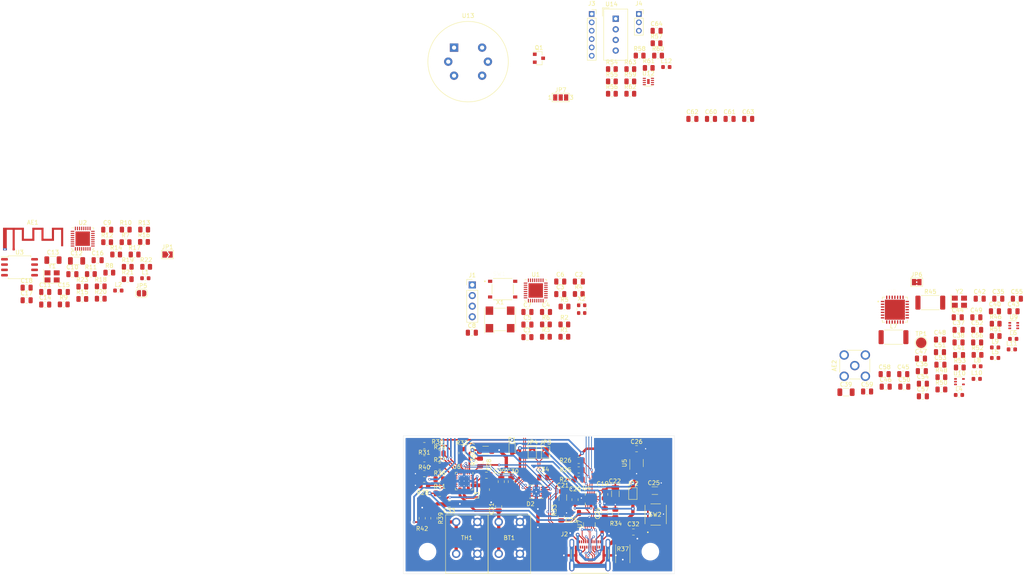
<source format=kicad_pcb>
(kicad_pcb (version 20171130) (host pcbnew "(5.1.10)-1")
  (layers (0 F.Cu signal) (31 B.Cu signal) (34 B.Paste user) (35 F.Paste user) (36 B.SilkS user) (37 F.SilkS user) (38 B.Mask user) (39 F.Mask user) (44 Edge.Cuts user))
  (net 0 "")
  (net 1 "Net-(AE1-Pad1)")
  (net 2 GND)
  (net 3 "Net-(AE2-Pad1)")
  (net 4 "Net-(BT1-Pad1)")
  (net 5 +3V3)
  (net 6 /HSE)
  (net 7 /LSE)
  (net 8 /RESET)
  (net 9 "Net-(C11-Pad2)")
  (net 10 "Net-(C15-Pad2)")
  (net 11 "Net-(C16-Pad1)")
  (net 12 "Net-(C17-Pad1)")
  (net 13 "/Power and USB/CC1")
  (net 14 "/Power and USB/CC2")
  (net 15 VCC)
  (net 16 VBUS)
  (net 17 "Net-(C28-Pad2)")
  (net 18 "Net-(C28-Pad1)")
  (net 19 "Net-(C32-Pad2)")
  (net 20 "Net-(C33-Pad2)")
  (net 21 "Net-(C35-Pad2)")
  (net 22 "Net-(C35-Pad1)")
  (net 23 "Net-(C36-Pad2)")
  (net 24 /SX1278/RF1)
  (net 25 "Net-(C37-Pad2)")
  (net 26 "Net-(C37-Pad1)")
  (net 27 /SX1278/RF2)
  (net 28 /SX1278/XTB)
  (net 29 "Net-(C45-Pad2)")
  (net 30 "Net-(C45-Pad1)")
  (net 31 /SX1278/XTA)
  (net 32 /SX1278/VR_PA)
  (net 33 "Net-(C54-Pad2)")
  (net 34 "Net-(C55-Pad2)")
  (net 35 "Net-(C56-Pad2)")
  (net 36 "Net-(C56-Pad1)")
  (net 37 "Net-(C59-Pad1)")
  (net 38 +5V)
  (net 39 "Net-(D1-Pad1)")
  (net 40 /SWCLK)
  (net 41 /SWDIO)
  (net 42 "Net-(J2-PadA2)")
  (net 43 "Net-(J2-PadA3)")
  (net 44 "/Power and USB/D+")
  (net 45 "/Power and USB/D-")
  (net 46 "Net-(J2-PadA8)")
  (net 47 "Net-(J2-PadA10)")
  (net 48 "Net-(J2-PadA11)")
  (net 49 "Net-(J2-PadB2)")
  (net 50 "Net-(J2-PadB3)")
  (net 51 "Net-(J2-PadB8)")
  (net 52 "Net-(J2-PadB10)")
  (net 53 "Net-(J2-PadB11)")
  (net 54 /Sensors/PM_SET)
  (net 55 /STM_RX2)
  (net 56 /Sensors/PM_RX)
  (net 57 /Sensors/PM_RESET)
  (net 58 /Anemometer)
  (net 59 "Net-(J4-Pad1)")
  (net 60 "Net-(JP1-Pad1)")
  (net 61 /SX1278/RFI)
  (net 62 /SX1278/RFO)
  (net 63 "Net-(L12-Pad2)")
  (net 64 "Net-(Q1-Pad3)")
  (net 65 "Net-(Q1-Pad1)")
  (net 66 "Net-(R1-Pad2)")
  (net 67 "Net-(R2-Pad2)")
  (net 68 /STM_TX1-DIO0)
  (net 69 /ESP8266/RX)
  (net 70 /BOOT0)
  (net 71 /STM_TX2)
  (net 72 /ESP8266/CHIP_PU)
  (net 73 /ESP_Disable-RF_Mod)
  (net 74 "Net-(R9-Pad2)")
  (net 75 /ESP-LoRa_CS)
  (net 76 "Net-(R10-Pad2)")
  (net 77 /STM_SCK)
  (net 78 "Net-(R11-Pad2)")
  (net 79 /STM_MISO)
  (net 80 "Net-(R12-Pad1)")
  (net 81 "Net-(R14-Pad2)")
  (net 82 /STM_RX1-DIO1)
  (net 83 "Net-(R15-Pad2)")
  (net 84 /STM_MOSI)
  (net 85 "Net-(R16-Pad2)")
  (net 86 /ESP8266/HSPI_CS)
  (net 87 "Net-(R18-Pad1)")
  (net 88 "Net-(R19-Pad2)")
  (net 89 /ESP8266/HSPI_CLK)
  (net 90 "Net-(R20-Pad1)")
  (net 91 "Net-(R21-Pad2)")
  (net 92 /ESP8266/HSPI_MOSI)
  (net 93 "Net-(R22-Pad1)")
  (net 94 "Net-(R23-Pad2)")
  (net 95 /ESP8266/HSPI_MISO)
  (net 96 /SDA)
  (net 97 /SCL)
  (net 98 /FUSB302_INT)
  (net 99 "Net-(R28-Pad1)")
  (net 100 /BQ25895_INT)
  (net 101 "Net-(R32-Pad1)")
  (net 102 "/Power and USB/ControlSelect")
  (net 103 /Charge)
  (net 104 "Net-(R36-Pad1)")
  (net 105 "Net-(R39-Pad2)")
  (net 106 "Net-(R41-Pad2)")
  (net 107 "Net-(R41-Pad1)")
  (net 108 /SX1278/NRESET)
  (net 109 /SX1278/RXTX)
  (net 110 "Net-(R48-Pad1)")
  (net 111 "Net-(R50-Pad1)")
  (net 112 "Net-(R51-Pad1)")
  (net 113 "Net-(R52-Pad1)")
  (net 114 /Enable_5V)
  (net 115 "Net-(R56-Pad1)")
  (net 116 /MQ2)
  (net 117 /DHT11)
  (net 118 /Enable_MQ2)
  (net 119 "Net-(U2-Pad32)")
  (net 120 "Net-(U2-Pad24)")
  (net 121 "Net-(U2-Pad19)")
  (net 122 "Net-(U2-Pad18)")
  (net 123 "Net-(U2-Pad16)")
  (net 124 "Net-(U2-Pad6)")
  (net 125 "Net-(U2-Pad5)")
  (net 126 "Net-(U5-Pad4)")
  (net 127 "Net-(U6-Pad23)")
  (net 128 "/Power and USB/USB_PWR_D-")
  (net 129 "/Power and USB/USB_PWR_D+")
  (net 130 "Net-(U8-Pad21)")
  (net 131 "Net-(U8-Pad28)")
  (net 132 "Net-(U8-Pad22)")
  (net 133 /SX1278/DIO5)
  (net 134 /SX1278/DIO4)
  (net 135 /SX1278/DIO3)
  (net 136 /SX1278/DIO2)
  (net 137 "Net-(U10-Pad4)")
  (net 138 "Net-(U10-Pad1)")
  (net 139 "Net-(U12-Pad7)")
  (net 140 "Net-(U12-Pad1)")
  (net 141 "Net-(U14-Pad3)")
  (net 142 "Net-(R27-Pad2)")
  (net 143 "Net-(JP6-Pad1)")
  (net 144 "Net-(U7-Pad9)")
  (net 145 "Net-(U7-Pad6)")
  (net 146 "Net-(U7-Pad7)")
  (net 147 "Net-(U7-Pad10)")
  (net 148 /USB_D-)
  (net 149 /USB_D+)
  (module MountingHole:MountingHole_3.2mm_M3 (layer F.Cu) (at 135.89 158.75)
    (fp_text reference REF** hide)
    (fp_text value MountingHole_3.2mm_M3)
    (pad 1 np_thru_hole circle (at 0 0) (size 3.2 3.2) (drill 3.2) (layers *.Cu *.Mask))
  )
  (module Jumper:SolderJumper-2_P1.3mm_Open_Pad1.0x1.5mm (layer F.Cu) (at 185.039 144.8435 90)
    (fp_text reference JP2 (at 2.413 0) (layer F.SilkS))
    (fp_text value Jumper)
    (pad 1 smd rect (at -0.65 0 90) (size 1 1.5) (layers F.Cu F.Mask) (net 16 VBUS))
    (pad 2 smd rect (at 0.65 0 90) (size 1 1.5) (layers F.Cu F.Mask) (net 15 VCC))
  )
  (module MountingHole:MountingHole_3.2mm_M3 (layer F.Cu) (at 189.23 158.75)
    (fp_text reference REF** hide)
    (fp_text value MountingHole_3.2mm_M3)
    (pad 1 np_thru_hole circle (at 0 0) (size 3.2 3.2) (drill 3.2) (layers *.Cu *.Mask))
  )
  (module Jumper:SolderJumper-2_P1.3mm_Open_TrianglePad1.0x1.5mm (layer F.Cu) (at 73.66 87.63)
    (fp_text reference JP1 (at 0 -1.8) (layer F.SilkS))
    (fp_text value Jumper_PROG)
    (pad 1 smd custom (at -0.725 0) (size 0.3 0.3) (layers F.Cu F.Mask) (net 60 "Net-(JP1-Pad1)") (options (clearance outline) (anchor rect)) (primitives (gr_poly (pts (xy -0.5 -0.75) (xy 0.5 -0.75) (xy 1 0) (xy 0.5 0.75) (xy -0.5 0.75)) (width 0))))
    (pad 2 smd custom (at 0.725 0) (size 0.3 0.3) (layers F.Cu F.Mask) (net 2 GND) (options (clearance outline) (anchor rect)) (primitives (gr_poly (pts (xy -0.65 -0.75) (xy 0.5 -0.75) (xy 0.5 0.75) (xy -0.65 0.75) (xy -0.15 0)) (width 0))))
  )
  (module Jumper:SolderJumper-3_P1.3mm_Open_Pad1.0x1.5mm_NumberLabels (layer F.Cu) (at 167.767 50.038)
    (fp_text reference JP7 (at 0 -1.8) (layer F.SilkS))
    (fp_text value Jumper)
    (fp_text user 1 (at -2.6 0) (layer F.SilkS))
    (fp_text user 3 (at 2.6 0) (layer F.SilkS))
    (pad 1 smd rect (at -1.3 0) (size 1 1.5) (layers F.Cu F.Mask) (net 38 +5V))
    (pad 2 smd rect (at 0 0) (size 1 1.5) (layers F.Cu F.Mask) (net 59 "Net-(J4-Pad1)"))
    (pad 3 smd rect (at 1.3 0) (size 1 1.5) (layers F.Cu F.Mask) (net 5 +3V3))
  )
  (module Jumper:SolderJumper-2_P1.3mm_Bridged2Bar_Pad1.0x1.5mm (layer F.Cu) (at 252.984 94.234)
    (fp_text reference JP6 (at 0 -1.8) (layer F.SilkS))
    (fp_text value Jumper)
    (fp_poly (pts (xy -0.25 -0.6) (xy 0.25 -0.6) (xy 0.25 -0.2) (xy -0.25 -0.2)) (layer F.Cu) (width 0))
    (fp_poly (pts (xy -0.25 0.2) (xy 0.25 0.2) (xy 0.25 0.6) (xy -0.25 0.6)) (layer F.Cu) (width 0))
    (pad 2 smd rect (at 0.65 0) (size 1 1.5) (layers F.Cu F.Mask) (net 109 /SX1278/RXTX))
    (pad 1 smd rect (at -0.65 0) (size 1 1.5) (layers F.Cu F.Mask) (net 143 "Net-(JP6-Pad1)"))
  )
  (module Jumper:SolderJumper-2_P1.3mm_Open_RoundedPad1.0x1.5mm (layer F.Cu) (at 67.437 96.901)
    (fp_text reference JP5 (at 0 -1.8) (layer F.SilkS))
    (fp_text value Jumper)
    (pad 2 smd custom (at 0.65 0) (size 1 0.5) (layers F.Cu F.Mask) (net 73 /ESP_Disable-RF_Mod) (options (clearance outline) (anchor rect)) (primitives (gr_circle (center 0 0.25) (end 0.5 0.25) (width 0)) (gr_circle (center 0 -0.25) (end 0.5 -0.25) (width 0)) (gr_poly (pts (xy 0 -0.75) (xy -0.5 -0.75) (xy -0.5 0.75) (xy 0 0.75)) (width 0))))
    (pad 1 smd custom (at -0.65 0) (size 1 0.5) (layers F.Cu F.Mask) (net 109 /SX1278/RXTX) (options (clearance outline) (anchor rect)) (primitives (gr_circle (center 0 0.25) (end 0.5 0.25) (width 0)) (gr_circle (center 0 -0.25) (end 0.5 -0.25) (width 0)) (gr_poly (pts (xy 0 -0.75) (xy 0.5 -0.75) (xy 0.5 0.75) (xy 0 0.75)) (width 0))))
  )
  (module Jumper:SolderJumper-2_P1.3mm_Open_TrianglePad1.0x1.5mm (layer F.Cu) (at 160.9598 134.9756 90)
    (fp_text reference JP4 (at 2.413 0 180) (layer F.SilkS))
    (fp_text value Jumper)
    (pad 1 smd custom (at -0.725 0 90) (size 0.3 0.3) (layers F.Cu F.Mask) (net 45 "/Power and USB/D-") (options (clearance outline) (anchor rect)) (primitives (gr_poly (pts (xy -0.5 -0.75) (xy 0.5 -0.75) (xy 1 0) (xy 0.5 0.75) (xy -0.5 0.75)) (width 0))))
    (pad 2 smd custom (at 0.725 0 90) (size 0.3 0.3) (layers F.Cu F.Mask) (net 148 /USB_D-) (options (clearance outline) (anchor rect)) (primitives (gr_poly (pts (xy -0.65 -0.75) (xy 0.5 -0.75) (xy 0.5 0.75) (xy -0.65 0.75) (xy -0.15 0)) (width 0))))
  )
  (module Jumper:SolderJumper-2_P1.3mm_Open_TrianglePad1.0x1.5mm (layer F.Cu) (at 164.1602 134.9756 90)
    (fp_text reference JP3 (at 2.413 0 180) (layer F.SilkS))
    (fp_text value Jumper)
    (pad 1 smd custom (at -0.725 0 90) (size 0.3 0.3) (layers F.Cu F.Mask) (net 44 "/Power and USB/D+") (options (clearance outline) (anchor rect)) (primitives (gr_poly (pts (xy -0.5 -0.75) (xy 0.5 -0.75) (xy 1 0) (xy 0.5 0.75) (xy -0.5 0.75)) (width 0))))
    (pad 2 smd custom (at 0.725 0 90) (size 0.3 0.3) (layers F.Cu F.Mask) (net 149 /USB_D+) (options (clearance outline) (anchor rect)) (primitives (gr_poly (pts (xy -0.65 -0.75) (xy 0.5 -0.75) (xy 0.5 0.75) (xy -0.65 0.75) (xy -0.15 0)) (width 0))))
  )
  (module Resistor_SMD:R_0805_2012Metric (layer F.Cu) (at 138.811 138.303)
    (fp_text reference R27 (at 0 -1.524 180) (layer F.SilkS))
    (fp_text value 10K)
    (pad 2 smd roundrect (at 0.9125 0) (size 1.025 1.4) (layers F.Cu F.Paste F.Mask) (roundrect_rratio 0.243902) (net 142 "Net-(R27-Pad2)"))
    (pad 1 smd roundrect (at -0.9125 0) (size 1.025 1.4) (layers F.Cu F.Paste F.Mask) (roundrect_rratio 0.243902) (net 2 GND))
  )
  (module libs:SW_TS-1187A-B-A-B (layer F.Cu) (at 190.5 149.86 90)
    (fp_text reference SW2 (at 0 -0.127 180) (layer F.SilkS))
    (fp_text value Button)
    (pad 2 smd rect (at 3 1.875 90) (size 1 0.75) (layers F.Cu F.Paste F.Mask) (net 2 GND))
    (pad 2 smd rect (at -3 1.875 90) (size 1 0.75) (layers F.Cu F.Paste F.Mask) (net 2 GND))
    (pad 1 smd rect (at 3 -1.875 90) (size 1 0.75) (layers F.Cu F.Paste F.Mask) (net 107 "Net-(R41-Pad1)"))
    (pad 1 smd rect (at -3 -1.875 90) (size 1 0.75) (layers F.Cu F.Paste F.Mask) (net 107 "Net-(R41-Pad1)"))
  )
  (module Crystal:Crystal_SMD_3225-4Pin_3.2x2.5mm (layer F.Cu) (at 263.21 98.92)
    (fp_text reference Y2 (at 0 -2.45) (layer F.SilkS))
    (fp_text value YSX321SL_32.0MHz_10ppm)
    (pad 4 smd rect (at -1.1 -0.85) (size 1.4 1.2) (layers F.Cu F.Paste F.Mask) (net 2 GND))
    (pad 3 smd rect (at 1.1 -0.85) (size 1.4 1.2) (layers F.Cu F.Paste F.Mask) (net 31 /SX1278/XTA))
    (pad 2 smd rect (at 1.1 0.85) (size 1.4 1.2) (layers F.Cu F.Paste F.Mask) (net 2 GND))
    (pad 1 smd rect (at -1.1 0.85) (size 1.4 1.2) (layers F.Cu F.Paste F.Mask) (net 28 /SX1278/XTB))
  )
  (module Crystal:Crystal_SMD_3225-4Pin_3.2x2.5mm (layer F.Cu) (at 46.03 92.86)
    (fp_text reference Y1 (at 0 -2.45) (layer F.SilkS))
    (fp_text value YSX321SL_26MHz_10ppm)
    (pad 4 smd rect (at -1.1 -0.85) (size 1.4 1.2) (layers F.Cu F.Paste F.Mask) (net 2 GND))
    (pad 3 smd rect (at 1.1 -0.85) (size 1.4 1.2) (layers F.Cu F.Paste F.Mask) (net 11 "Net-(C16-Pad1)"))
    (pad 2 smd rect (at 1.1 0.85) (size 1.4 1.2) (layers F.Cu F.Paste F.Mask) (net 2 GND))
    (pad 1 smd rect (at -1.1 0.85) (size 1.4 1.2) (layers F.Cu F.Paste F.Mask) (net 12 "Net-(C17-Pad1)"))
  )
  (module Oscillator:Oscillator_SMD_ECS_2520MV-xxx-xx-4Pin_2.5x2.0mm (layer F.Cu) (at 172.79 100.7)
    (fp_text reference X2 (at 0 -2.5) (layer F.SilkS))
    (fp_text value YSO120TK_32.768KHz_10ppm)
    (pad 3 smd roundrect (at 0.725 0.925) (size 0.8 0.9) (layers F.Cu F.Paste F.Mask) (net 7 /LSE))
    (pad 2 smd roundrect (at -0.725 0.925) (size 0.8 0.9) (layers F.Cu F.Paste F.Mask) (net 2 GND))
    (pad 4 smd roundrect (at 0.725 -0.925) (size 0.8 0.9) (layers F.Cu F.Paste F.Mask) (net 5 +3V3))
    (pad 1 smd roundrect (at -0.725 -0.925) (size 0.8 0.9) (layers F.Cu F.Paste F.Mask) (net 67 "Net-(R2-Pad2)"))
  )
  (module Oscillator:Oscillator_SMD_SeikoEpson_SG8002CA-4Pin_7.0x5.0mm (layer F.Cu) (at 153.25 103.16)
    (fp_text reference X1 (at 0 -4.1) (layer F.SilkS))
    (fp_text value YSO110TR_8MHz_10ppm)
    (pad 4 smd rect (at -2.54 -2.1) (size 1.8 2) (layers F.Cu F.Paste F.Mask) (net 5 +3V3))
    (pad 3 smd rect (at 2.54 -2.1) (size 1.8 2) (layers F.Cu F.Paste F.Mask) (net 6 /HSE))
    (pad 2 smd rect (at 2.54 2.1) (size 1.8 2) (layers F.Cu F.Paste F.Mask) (net 2 GND))
    (pad 1 smd rect (at -2.54 2.1) (size 1.8 2) (layers F.Cu F.Paste F.Mask) (net 66 "Net-(R1-Pad2)"))
  )
  (module Sensor:Aosong_DHT11_5.5x12.0_P2.54mm (layer F.Cu) (at 180.935 31.185)
    (fp_text reference U14 (at -1 -3.5) (layer F.SilkS))
    (fp_text value DHT11)
    (pad 4 thru_hole circle (at 0 7.62) (size 1.5 1.5) (drill 0.8) (layers *.Cu *.Mask) (net 2 GND))
    (pad 3 thru_hole circle (at 0 5.08) (size 1.5 1.5) (drill 0.8) (layers *.Cu *.Mask) (net 141 "Net-(U14-Pad3)"))
    (pad 2 thru_hole circle (at 0 2.54) (size 1.5 1.5) (drill 0.8) (layers *.Cu *.Mask) (net 117 /DHT11))
    (pad 1 thru_hole rect (at 0 0) (size 1.5 1.5) (drill 0.8) (layers *.Cu *.Mask) (net 5 +3V3))
  )
  (module Sensor:MQ-6 (layer F.Cu) (at 142.24 38.1)
    (fp_text reference U13 (at 3.36 -7.64) (layer F.SilkS))
    (fp_text value MQ-2)
    (pad 6 thru_hole circle (at 6.72 0 270) (size 2 2) (drill 1) (layers *.Cu *.Mask) (net 5 +3V3))
    (pad 4 thru_hole circle (at 6.72 6.72 180) (size 2 2) (drill 1) (layers *.Cu *.Mask) (net 5 +3V3))
    (pad 3 thru_hole circle (at 0 6.72 90) (size 2 2) (drill 1) (layers *.Cu *.Mask) (net 116 /MQ2))
    (pad 1 thru_hole rect (at 0 0) (size 2 2) (drill 1) (layers *.Cu *.Mask) (net 116 /MQ2))
    (pad 5 thru_hole circle (at 8.11 3.36) (size 2 2) (drill 1) (layers *.Cu *.Mask) (net 64 "Net-(Q1-Pad3)"))
    (pad 2 thru_hole circle (at -1.39 3.36) (size 2 2) (drill 1) (layers *.Cu *.Mask) (net 38 +5V))
  )
  (module Package_DFN_QFN:DFN-8-1EP_2x2mm_P0.5mm_EP0.6x1.2mm (layer F.Cu) (at 188.76 46.21)
    (fp_text reference U12 (at 0 -1.95) (layer F.SilkS))
    (fp_text value HP203B)
    (pad 9 smd rect (at 0 0) (size 0.6 1.2) (layers F.Cu F.Mask))
    (pad 8 smd roundrect (at 0.975 -0.75) (size 0.75 0.25) (layers F.Cu F.Paste F.Mask) (net 5 +3V3))
    (pad 7 smd roundrect (at 0.975 -0.25) (size 0.75 0.25) (layers F.Cu F.Paste F.Mask) (net 139 "Net-(U12-Pad7)"))
    (pad 6 smd roundrect (at 0.975 0.25) (size 0.75 0.25) (layers F.Cu F.Paste F.Mask) (net 96 /SDA))
    (pad 5 smd roundrect (at 0.975 0.75) (size 0.75 0.25) (layers F.Cu F.Paste F.Mask) (net 97 /SCL))
    (pad 4 smd roundrect (at -0.975 0.75) (size 0.75 0.25) (layers F.Cu F.Paste F.Mask))
    (pad 3 smd roundrect (at -0.975 0.25) (size 0.75 0.25) (layers F.Cu F.Paste F.Mask) (net 5 +3V3))
    (pad 2 smd roundrect (at -0.975 -0.25) (size 0.75 0.25) (layers F.Cu F.Paste F.Mask) (net 2 GND))
    (pad 1 smd roundrect (at -0.975 -0.75) (size 0.75 0.25) (layers F.Cu F.Paste F.Mask) (net 140 "Net-(U12-Pad1)"))
  )
  (module Package_TO_SOT_SMD:SOT-353_SC-70-5 (layer F.Cu) (at 263.22 118.06)
    (fp_text reference U10 (at 0 -2) (layer F.SilkS))
    (fp_text value MC74VHC1G14)
    (pad 5 smd rect (at 0.95 -0.65) (size 0.65 0.4) (layers F.Cu F.Paste F.Mask) (net 5 +3V3))
    (pad 4 smd rect (at 0.95 0.65) (size 0.65 0.4) (layers F.Cu F.Paste F.Mask) (net 137 "Net-(U10-Pad4)"))
    (pad 2 smd rect (at -0.95 0) (size 0.65 0.4) (layers F.Cu F.Paste F.Mask) (net 37 "Net-(C59-Pad1)"))
    (pad 3 smd rect (at -0.95 0.65) (size 0.65 0.4) (layers F.Cu F.Paste F.Mask) (net 2 GND))
    (pad 1 smd rect (at -0.95 -0.65) (size 0.65 0.4) (layers F.Cu F.Paste F.Mask) (net 138 "Net-(U10-Pad1)"))
  )
  (module Package_TO_SOT_SMD:SOT-363_SC-70-6 (layer F.Cu) (at 276.21 104.64)
    (fp_text reference U9 (at 0 -2) (layer F.SilkS))
    (fp_text value TPAS179-92LF)
    (pad 6 smd rect (at 0.95 -0.65) (size 0.65 0.4) (layers F.Cu F.Paste F.Mask) (net 137 "Net-(U10-Pad4)"))
    (pad 4 smd rect (at 0.95 0.65) (size 0.65 0.4) (layers F.Cu F.Paste F.Mask) (net 37 "Net-(C59-Pad1)"))
    (pad 2 smd rect (at -0.95 0) (size 0.65 0.4) (layers F.Cu F.Paste F.Mask) (net 2 GND))
    (pad 5 smd rect (at 0.95 0) (size 0.65 0.4) (layers F.Cu F.Paste F.Mask) (net 36 "Net-(C56-Pad1)"))
    (pad 3 smd rect (at -0.95 0.65) (size 0.65 0.4) (layers F.Cu F.Paste F.Mask) (net 24 /SX1278/RF1))
    (pad 1 smd rect (at -0.95 -0.65) (size 0.65 0.4) (layers F.Cu F.Paste F.Mask) (net 27 /SX1278/RF2))
  )
  (module libs:QFN65P600X600X100-29N (layer F.Cu) (at 247.76 100.83)
    (fp_text reference U8 (at -0.665 -4.36) (layer F.SilkS) (effects (font (thickness 0.015))))
    (fp_text value SX1278IMLTRT)
    (pad 0 smd rect (at 0 0) (size 4.8 4.8) (layers F.Cu F.Mask) (net 2 GND))
    (pad 21 smd rect (at 2.955 -1.95) (size 0.81 0.32) (layers F.Cu F.Paste F.Mask) (net 130 "Net-(U8-Pad21)"))
    (pad 20 smd rect (at 2.955 -1.3) (size 0.81 0.32) (layers F.Cu F.Paste F.Mask) (net 143 "Net-(JP6-Pad1)"))
    (pad 19 smd rect (at 2.955 -0.65) (size 0.81 0.32) (layers F.Cu F.Paste F.Mask) (net 110 "Net-(R48-Pad1)"))
    (pad 18 smd rect (at 2.955 0) (size 0.81 0.32) (layers F.Cu F.Paste F.Mask) (net 113 "Net-(R52-Pad1)"))
    (pad 17 smd rect (at 2.955 0.65) (size 0.81 0.32) (layers F.Cu F.Paste F.Mask) (net 112 "Net-(R51-Pad1)"))
    (pad 16 smd rect (at 2.955 1.3) (size 0.81 0.32) (layers F.Cu F.Paste F.Mask) (net 111 "Net-(R50-Pad1)"))
    (pad 15 smd rect (at 2.955 1.95) (size 0.81 0.32) (layers F.Cu F.Paste F.Mask) (net 2 GND))
    (pad 7 smd rect (at -2.955 1.95) (size 0.81 0.32) (layers F.Cu F.Paste F.Mask) (net 108 /SX1278/NRESET))
    (pad 6 smd rect (at -2.955 1.3) (size 0.81 0.32) (layers F.Cu F.Paste F.Mask) (net 28 /SX1278/XTB))
    (pad 5 smd rect (at -2.955 0.65) (size 0.81 0.32) (layers F.Cu F.Paste F.Mask) (net 31 /SX1278/XTA))
    (pad 4 smd rect (at -2.955 0) (size 0.81 0.32) (layers F.Cu F.Paste F.Mask) (net 34 "Net-(C55-Pad2)"))
    (pad 3 smd rect (at -2.955 -0.65) (size 0.81 0.32) (layers F.Cu F.Paste F.Mask) (net 5 +3V3))
    (pad 2 smd rect (at -2.955 -1.3) (size 0.81 0.32) (layers F.Cu F.Paste F.Mask) (net 33 "Net-(C54-Pad2)"))
    (pad 1 smd rect (at -2.955 -1.95) (size 0.81 0.32) (layers F.Cu F.Paste F.Mask) (net 61 /SX1278/RFI))
    (pad 28 smd rect (at -1.95 -2.955) (size 0.32 0.81) (layers F.Cu F.Paste F.Mask) (net 131 "Net-(U8-Pad28)"))
    (pad 27 smd rect (at -1.3 -2.955) (size 0.32 0.81) (layers F.Cu F.Paste F.Mask) (net 62 /SX1278/RFO))
    (pad 26 smd rect (at -0.65 -2.955) (size 0.32 0.81) (layers F.Cu F.Paste F.Mask) (net 2 GND))
    (pad 25 smd rect (at 0 -2.955) (size 0.32 0.81) (layers F.Cu F.Paste F.Mask) (net 32 /SX1278/VR_PA))
    (pad 24 smd rect (at 0.65 -2.955) (size 0.32 0.81) (layers F.Cu F.Paste F.Mask) (net 5 +3V3))
    (pad 23 smd rect (at 1.3 -2.955) (size 0.32 0.81) (layers F.Cu F.Paste F.Mask) (net 2 GND))
    (pad 22 smd rect (at 1.95 -2.955) (size 0.32 0.81) (layers F.Cu F.Paste F.Mask) (net 132 "Net-(U8-Pad22)"))
    (pad 14 smd rect (at 1.95 2.955) (size 0.32 0.81) (layers F.Cu F.Paste F.Mask) (net 5 +3V3))
    (pad 13 smd rect (at 1.3 2.955) (size 0.32 0.81) (layers F.Cu F.Paste F.Mask) (net 133 /SX1278/DIO5))
    (pad 12 smd rect (at 0.65 2.955) (size 0.32 0.81) (layers F.Cu F.Paste F.Mask) (net 134 /SX1278/DIO4))
    (pad 11 smd rect (at 0 2.955) (size 0.32 0.81) (layers F.Cu F.Paste F.Mask) (net 135 /SX1278/DIO3))
    (pad 10 smd rect (at -0.65 2.955) (size 0.32 0.81) (layers F.Cu F.Paste F.Mask) (net 136 /SX1278/DIO2))
    (pad 9 smd rect (at -1.3 2.955) (size 0.32 0.81) (layers F.Cu F.Paste F.Mask) (net 82 /STM_RX1-DIO1))
    (pad 8 smd rect (at -1.95 2.955) (size 0.32 0.81) (layers F.Cu F.Paste F.Mask) (net 68 /STM_TX1-DIO0))
  )
  (module Package_SON:USON-10_2.5x1.0mm_P0.5mm (layer F.Cu) (at 174.625 152.273 90)
    (fp_text reference U7 (at 0.127 -2.286 270) (layer F.SilkS))
    (fp_text value TPD4E02B04DQA)
    (pad 1 smd rect (at -0.385 -1) (size 0.3 0.55) (layers F.Cu F.Paste F.Mask) (net 45 "/Power and USB/D-"))
    (pad 2 smd rect (at -0.385 -0.5) (size 0.3 0.55) (layers F.Cu F.Paste F.Mask) (net 44 "/Power and USB/D+"))
    (pad 3 smd rect (at -0.385 0) (size 0.4 0.55) (layers F.Cu F.Paste F.Mask) (net 2 GND))
    (pad 4 smd rect (at -0.385 0.5) (size 0.3 0.55) (layers F.Cu F.Paste F.Mask) (net 13 "/Power and USB/CC1"))
    (pad 5 smd rect (at -0.385 1) (size 0.3 0.55) (layers F.Cu F.Paste F.Mask) (net 14 "/Power and USB/CC2"))
    (pad 9 smd rect (at 0.385 -0.5) (size 0.3 0.55) (layers F.Cu F.Paste F.Mask) (net 144 "Net-(U7-Pad9)"))
    (pad 6 smd rect (at 0.385 1) (size 0.3 0.55) (layers F.Cu F.Paste F.Mask) (net 145 "Net-(U7-Pad6)"))
    (pad 7 smd rect (at 0.385 0.5) (size 0.3 0.55) (layers F.Cu F.Paste F.Mask) (net 146 "Net-(U7-Pad7)"))
    (pad 10 smd rect (at 0.385 -1) (size 0.3 0.55) (layers F.Cu F.Paste F.Mask) (net 147 "Net-(U7-Pad10)"))
    (pad 8 smd rect (at 0.385 0) (size 0.4 0.55) (layers F.Cu F.Paste F.Mask) (net 2 GND))
  )
  (module Package_DFN_QFN:Texas_S-PWQFN-N24_EP2.7x2.7mm_ThermalVias (layer F.Cu) (at 144.653 141.859 270)
    (fp_text reference U6 (at -3.429 1.778 180) (layer F.SilkS))
    (fp_text value BQ25895RTW)
    (pad 25 smd rect (at 0 0 270) (size 2.7 2.7) (layers B.Cu) (net 2 GND))
    (pad 25 thru_hole circle (at 1.1 1.1 270) (size 0.5 0.5) (drill 0.2) (layers *.Cu) (net 2 GND))
    (pad 25 thru_hole circle (at 0 1.1 270) (size 0.5 0.5) (drill 0.2) (layers *.Cu) (net 2 GND))
    (pad 25 thru_hole circle (at -1.1 1.1 270) (size 0.5 0.5) (drill 0.2) (layers *.Cu) (net 2 GND))
    (pad 25 thru_hole circle (at 1.1 0 270) (size 0.5 0.5) (drill 0.2) (layers *.Cu) (net 2 GND))
    (pad 25 thru_hole circle (at 0 0 270) (size 0.5 0.5) (drill 0.2) (layers *.Cu) (net 2 GND))
    (pad 25 thru_hole circle (at -1.1 0 270) (size 0.5 0.5) (drill 0.2) (layers *.Cu) (net 2 GND))
    (pad 25 thru_hole circle (at 1.1 -1.1 270) (size 0.5 0.5) (drill 0.2) (layers *.Cu) (net 2 GND))
    (pad 25 thru_hole circle (at 0 -1.1 270) (size 0.5 0.5) (drill 0.2) (layers *.Cu) (net 2 GND))
    (pad 25 thru_hole circle (at -1.1 -1.1 270) (size 0.5 0.5) (drill 0.2) (layers *.Cu) (net 2 GND))
    (pad 25 smd rect (at 0 0 270) (size 2.7 2.7) (layers F.Cu F.Mask) (net 2 GND))
    (pad 24 smd roundrect (at -1.25 -1.9625 270) (size 0.25 0.825) (layers F.Cu F.Paste F.Mask) (net 102 "/Power and USB/ControlSelect"))
    (pad 23 smd roundrect (at -0.75 -1.9625 270) (size 0.25 0.825) (layers F.Cu F.Paste F.Mask) (net 127 "Net-(U6-Pad23)"))
    (pad 22 smd roundrect (at -0.25 -1.9625 270) (size 0.25 0.825) (layers F.Cu F.Paste F.Mask) (net 20 "Net-(C33-Pad2)"))
    (pad 21 smd roundrect (at 0.25 -1.9625 270) (size 0.25 0.825) (layers F.Cu F.Paste F.Mask) (net 17 "Net-(C28-Pad2)"))
    (pad 20 smd roundrect (at 0.75 -1.9625 270) (size 0.25 0.825) (layers F.Cu F.Paste F.Mask) (net 18 "Net-(C28-Pad1)"))
    (pad 19 smd roundrect (at 1.25 -1.9625 270) (size 0.25 0.825) (layers F.Cu F.Paste F.Mask) (net 18 "Net-(C28-Pad1)"))
    (pad 18 smd roundrect (at 1.9625 -1.25 270) (size 0.825 0.25) (layers F.Cu F.Paste F.Mask) (net 2 GND))
    (pad 17 smd roundrect (at 1.9625 -0.75 270) (size 0.825 0.25) (layers F.Cu F.Paste F.Mask) (net 2 GND))
    (pad 16 smd roundrect (at 1.9625 -0.25 270) (size 0.825 0.25) (layers F.Cu F.Paste F.Mask) (net 15 VCC))
    (pad 15 smd roundrect (at 1.9625 0.25 270) (size 0.825 0.25) (layers F.Cu F.Paste F.Mask) (net 15 VCC))
    (pad 14 smd roundrect (at 1.9625 0.75 270) (size 0.825 0.25) (layers F.Cu F.Paste F.Mask) (net 4 "Net-(BT1-Pad1)"))
    (pad 13 smd roundrect (at 1.9625 1.25 270) (size 0.825 0.25) (layers F.Cu F.Paste F.Mask) (net 4 "Net-(BT1-Pad1)"))
    (pad 12 smd roundrect (at 1.25 1.9625 270) (size 0.25 0.825) (layers F.Cu F.Paste F.Mask) (net 106 "Net-(R41-Pad2)"))
    (pad 11 smd roundrect (at 0.75 1.9625 270) (size 0.25 0.825) (layers F.Cu F.Paste F.Mask) (net 105 "Net-(R39-Pad2)"))
    (pad 10 smd roundrect (at 0.25 1.9625 270) (size 0.25 0.825) (layers F.Cu F.Paste F.Mask) (net 99 "Net-(R28-Pad1)"))
    (pad 9 smd roundrect (at -0.25 1.9625 270) (size 0.25 0.825) (layers F.Cu F.Paste F.Mask) (net 104 "Net-(R36-Pad1)"))
    (pad 8 smd roundrect (at -0.75 1.9625 270) (size 0.25 0.825) (layers F.Cu F.Paste F.Mask) (net 142 "Net-(R27-Pad2)"))
    (pad 7 smd roundrect (at -1.25 1.9625 270) (size 0.25 0.825) (layers F.Cu F.Paste F.Mask) (net 100 /BQ25895_INT))
    (pad 6 smd roundrect (at -1.9625 1.25 270) (size 0.825 0.25) (layers F.Cu F.Paste F.Mask) (net 96 /SDA))
    (pad 5 smd roundrect (at -1.9625 0.75 270) (size 0.825 0.25) (layers F.Cu F.Paste F.Mask) (net 97 /SCL))
    (pad 4 smd roundrect (at -1.9625 0.25 270) (size 0.825 0.25) (layers F.Cu F.Paste F.Mask) (net 101 "Net-(R32-Pad1)"))
    (pad 3 smd roundrect (at -1.9625 -0.25 270) (size 0.825 0.25) (layers F.Cu F.Paste F.Mask) (net 128 "/Power and USB/USB_PWR_D-"))
    (pad 2 smd roundrect (at -1.9625 -0.75 270) (size 0.825 0.25) (layers F.Cu F.Paste F.Mask) (net 129 "/Power and USB/USB_PWR_D+"))
    (pad 1 smd roundrect (at -1.9625 -1.25 270) (size 0.825 0.25) (layers F.Cu F.Paste F.Mask) (net 16 VBUS))
  )
  (module Package_TO_SOT_SMD:SOT-23-5 (layer F.Cu) (at 185.928 137.541 90)
    (fp_text reference U5 (at 0 -2.9 90) (layer F.SilkS))
    (fp_text value TLV75533PDBV)
    (pad 5 smd rect (at 1.1 -0.95 90) (size 1.06 0.65) (layers F.Cu F.Paste F.Mask) (net 5 +3V3))
    (pad 4 smd rect (at 1.1 0.95 90) (size 1.06 0.65) (layers F.Cu F.Paste F.Mask) (net 126 "Net-(U5-Pad4)"))
    (pad 3 smd rect (at -1.1 0.95 90) (size 1.06 0.65) (layers F.Cu F.Paste F.Mask) (net 15 VCC))
    (pad 2 smd rect (at -1.1 0 90) (size 1.06 0.65) (layers F.Cu F.Paste F.Mask) (net 2 GND))
    (pad 1 smd rect (at -1.1 -0.95 90) (size 1.06 0.65) (layers F.Cu F.Paste F.Mask) (net 15 VCC))
  )
  (module Package_DFN_QFN:WQFN-14-1EP_2.5x2.5mm_P0.5mm_EP1.45x1.45mm (layer F.Cu) (at 175.006 146.177 180)
    (fp_text reference U4 (at 1.016 2.667) (layer F.SilkS))
    (fp_text value FUSB302BMPX)
    (pad 15 smd rect (at 0 0 180) (size 1.45 1.45) (layers F.Cu F.Mask) (net 2 GND))
    (pad 14 smd roundrect (at -0.75 -1.2625 180) (size 0.25 0.675) (layers F.Cu F.Paste F.Mask) (net 14 "/Power and USB/CC2"))
    (pad 13 smd roundrect (at -0.25 -1.2625 180) (size 0.25 0.675) (layers F.Cu F.Paste F.Mask) (net 5 +3V3))
    (pad 12 smd roundrect (at 0.25 -1.2625 180) (size 0.25 0.675) (layers F.Cu F.Paste F.Mask) (net 5 +3V3))
    (pad 11 smd roundrect (at 0.75 -1.2625 180) (size 0.25 0.675) (layers F.Cu F.Paste F.Mask) (net 13 "/Power and USB/CC1"))
    (pad 10 smd roundrect (at 1.2625 -0.5 180) (size 0.675 0.25) (layers F.Cu F.Paste F.Mask) (net 13 "/Power and USB/CC1"))
    (pad 9 smd roundrect (at 1.2625 0 180) (size 0.675 0.25) (layers F.Cu F.Paste F.Mask) (net 2 GND))
    (pad 8 smd roundrect (at 1.2625 0.5 180) (size 0.675 0.25) (layers F.Cu F.Paste F.Mask) (net 2 GND))
    (pad 7 smd roundrect (at 0.75 1.2625 180) (size 0.25 0.675) (layers F.Cu F.Paste F.Mask) (net 96 /SDA))
    (pad 6 smd roundrect (at 0.25 1.2625 180) (size 0.25 0.675) (layers F.Cu F.Paste F.Mask) (net 97 /SCL))
    (pad 5 smd roundrect (at -0.25 1.2625 180) (size 0.25 0.675) (layers F.Cu F.Paste F.Mask) (net 98 /FUSB302_INT))
    (pad 4 smd roundrect (at -0.75 1.2625 180) (size 0.25 0.675) (layers F.Cu F.Paste F.Mask) (net 5 +3V3))
    (pad 3 smd roundrect (at -1.2625 0.5 180) (size 0.675 0.25) (layers F.Cu F.Paste F.Mask) (net 5 +3V3))
    (pad 2 smd roundrect (at -1.2625 0 180) (size 0.675 0.25) (layers F.Cu F.Paste F.Mask) (net 16 VBUS))
    (pad 1 smd roundrect (at -1.2625 -0.5 180) (size 0.675 0.25) (layers F.Cu F.Paste F.Mask) (net 14 "/Power and USB/CC2"))
  )
  (module Package_SO:SOIC-8_5.23x5.23mm_P1.27mm (layer F.Cu) (at 38.23 90.67)
    (fp_text reference U3 (at 0 -3.56) (layer F.SilkS))
    (fp_text value AT25SF081-SHD-T)
    (pad 8 smd roundrect (at 3.6 -1.905) (size 1.6 0.6) (layers F.Cu F.Paste F.Mask) (net 5 +3V3))
    (pad 7 smd roundrect (at 3.6 -0.635) (size 1.6 0.6) (layers F.Cu F.Paste F.Mask) (net 90 "Net-(R20-Pad1)"))
    (pad 6 smd roundrect (at 3.6 0.635) (size 1.6 0.6) (layers F.Cu F.Paste F.Mask) (net 88 "Net-(R19-Pad2)"))
    (pad 5 smd roundrect (at 3.6 1.905) (size 1.6 0.6) (layers F.Cu F.Paste F.Mask) (net 91 "Net-(R21-Pad2)"))
    (pad 4 smd roundrect (at -3.6 1.905) (size 1.6 0.6) (layers F.Cu F.Paste F.Mask) (net 2 GND))
    (pad 3 smd roundrect (at -3.6 0.635) (size 1.6 0.6) (layers F.Cu F.Paste F.Mask) (net 87 "Net-(R18-Pad1)"))
    (pad 2 smd roundrect (at -3.6 -0.635) (size 1.6 0.6) (layers F.Cu F.Paste F.Mask) (net 94 "Net-(R23-Pad2)"))
    (pad 1 smd roundrect (at -3.6 -1.905) (size 1.6 0.6) (layers F.Cu F.Paste F.Mask) (net 93 "Net-(R22-Pad1)"))
  )
  (module Package_DFN_QFN:QFN-32-1EP_5x5mm_P0.5mm_EP3.45x3.45mm (layer F.Cu) (at 53.35 83.83)
    (fp_text reference U2 (at 0 -3.82) (layer F.SilkS))
    (fp_text value ESP8266EX)
    (pad 33 smd rect (at 0 0) (size 3.45 3.45) (layers F.Cu F.Mask) (net 2 GND))
    (pad 32 smd roundrect (at -1.75 -2.4375) (size 0.25 0.875) (layers F.Cu F.Paste F.Mask) (net 119 "Net-(U2-Pad32)"))
    (pad 31 smd roundrect (at -1.25 -2.4375) (size 0.25 0.875) (layers F.Cu F.Paste F.Mask) (net 80 "Net-(R12-Pad1)"))
    (pad 30 smd roundrect (at -0.75 -2.4375) (size 0.25 0.875) (layers F.Cu F.Paste F.Mask) (net 5 +3V3))
    (pad 29 smd roundrect (at -0.25 -2.4375) (size 0.25 0.875) (layers F.Cu F.Paste F.Mask) (net 5 +3V3))
    (pad 28 smd roundrect (at 0.25 -2.4375) (size 0.25 0.875) (layers F.Cu F.Paste F.Mask) (net 12 "Net-(C17-Pad1)"))
    (pad 27 smd roundrect (at 0.75 -2.4375) (size 0.25 0.875) (layers F.Cu F.Paste F.Mask) (net 11 "Net-(C16-Pad1)"))
    (pad 26 smd roundrect (at 1.25 -2.4375) (size 0.25 0.875) (layers F.Cu F.Paste F.Mask) (net 81 "Net-(R14-Pad2)"))
    (pad 25 smd roundrect (at 1.75 -2.4375) (size 0.25 0.875) (layers F.Cu F.Paste F.Mask) (net 69 /ESP8266/RX))
    (pad 24 smd roundrect (at 2.4375 -1.75) (size 0.875 0.25) (layers F.Cu F.Paste F.Mask) (net 120 "Net-(U2-Pad24)"))
    (pad 23 smd roundrect (at 2.4375 -1.25) (size 0.875 0.25) (layers F.Cu F.Paste F.Mask) (net 83 "Net-(R15-Pad2)"))
    (pad 22 smd roundrect (at 2.4375 -0.75) (size 0.875 0.25) (layers F.Cu F.Paste F.Mask) (net 78 "Net-(R11-Pad2)"))
    (pad 21 smd roundrect (at 2.4375 -0.25) (size 0.875 0.25) (layers F.Cu F.Paste F.Mask) (net 76 "Net-(R10-Pad2)"))
    (pad 20 smd roundrect (at 2.4375 0.25) (size 0.875 0.25) (layers F.Cu F.Paste F.Mask) (net 74 "Net-(R9-Pad2)"))
    (pad 19 smd roundrect (at 2.4375 0.75) (size 0.875 0.25) (layers F.Cu F.Paste F.Mask) (net 121 "Net-(U2-Pad19)"))
    (pad 18 smd roundrect (at 2.4375 1.25) (size 0.875 0.25) (layers F.Cu F.Paste F.Mask) (net 122 "Net-(U2-Pad18)"))
    (pad 17 smd roundrect (at 2.4375 1.75) (size 0.875 0.25) (layers F.Cu F.Paste F.Mask) (net 5 +3V3))
    (pad 16 smd roundrect (at 1.75 2.4375) (size 0.25 0.875) (layers F.Cu F.Paste F.Mask) (net 123 "Net-(U2-Pad16)"))
    (pad 15 smd roundrect (at 1.25 2.4375) (size 0.25 0.875) (layers F.Cu F.Paste F.Mask) (net 60 "Net-(JP1-Pad1)"))
    (pad 14 smd roundrect (at 0.75 2.4375) (size 0.25 0.875) (layers F.Cu F.Paste F.Mask) (net 85 "Net-(R16-Pad2)"))
    (pad 13 smd roundrect (at 0.25 2.4375) (size 0.25 0.875) (layers F.Cu F.Paste F.Mask) (net 86 /ESP8266/HSPI_CS))
    (pad 12 smd roundrect (at -0.25 2.4375) (size 0.25 0.875) (layers F.Cu F.Paste F.Mask) (net 92 /ESP8266/HSPI_MOSI))
    (pad 11 smd roundrect (at -0.75 2.4375) (size 0.25 0.875) (layers F.Cu F.Paste F.Mask) (net 5 +3V3))
    (pad 10 smd roundrect (at -1.25 2.4375) (size 0.25 0.875) (layers F.Cu F.Paste F.Mask) (net 95 /ESP8266/HSPI_MISO))
    (pad 9 smd roundrect (at -1.75 2.4375) (size 0.25 0.875) (layers F.Cu F.Paste F.Mask) (net 89 /ESP8266/HSPI_CLK))
    (pad 8 smd roundrect (at -2.4375 1.75) (size 0.875 0.25) (layers F.Cu F.Paste F.Mask) (net 119 "Net-(U2-Pad32)"))
    (pad 7 smd roundrect (at -2.4375 1.25) (size 0.875 0.25) (layers F.Cu F.Paste F.Mask) (net 72 /ESP8266/CHIP_PU))
    (pad 6 smd roundrect (at -2.4375 0.75) (size 0.875 0.25) (layers F.Cu F.Paste F.Mask) (net 124 "Net-(U2-Pad6)"))
    (pad 5 smd roundrect (at -2.4375 0.25) (size 0.875 0.25) (layers F.Cu F.Paste F.Mask) (net 125 "Net-(U2-Pad5)"))
    (pad 4 smd roundrect (at -2.4375 -0.25) (size 0.875 0.25) (layers F.Cu F.Paste F.Mask) (net 9 "Net-(C11-Pad2)"))
    (pad 3 smd roundrect (at -2.4375 -0.75) (size 0.875 0.25) (layers F.Cu F.Paste F.Mask) (net 9 "Net-(C11-Pad2)"))
    (pad 2 smd roundrect (at -2.4375 -1.25) (size 0.875 0.25) (layers F.Cu F.Paste F.Mask) (net 10 "Net-(C15-Pad2)"))
    (pad 1 smd roundrect (at -2.4375 -1.75) (size 0.875 0.25) (layers F.Cu F.Paste F.Mask) (net 5 +3V3))
  )
  (module Package_DFN_QFN:QFN-32-1EP_5x5mm_P0.5mm_EP3.45x3.45mm (layer F.Cu) (at 161.79 96.23)
    (fp_text reference U1 (at 0 -3.82) (layer F.SilkS))
    (fp_text value STM32L432KBUx)
    (pad 33 smd rect (at 0 0) (size 3.45 3.45) (layers F.Cu F.Mask) (net 2 GND))
    (pad 32 smd roundrect (at -1.75 -2.4375) (size 0.25 0.875) (layers F.Cu F.Paste F.Mask) (net 2 GND))
    (pad 31 smd roundrect (at -1.25 -2.4375) (size 0.25 0.875) (layers F.Cu F.Paste F.Mask) (net 70 /BOOT0))
    (pad 30 smd roundrect (at -0.75 -2.4375) (size 0.25 0.875) (layers F.Cu F.Paste F.Mask) (net 55 /STM_RX2))
    (pad 29 smd roundrect (at -0.25 -2.4375) (size 0.25 0.875) (layers F.Cu F.Paste F.Mask) (net 71 /STM_TX2))
    (pad 28 smd roundrect (at 0.25 -2.4375) (size 0.25 0.875) (layers F.Cu F.Paste F.Mask) (net 84 /STM_MOSI))
    (pad 27 smd roundrect (at 0.75 -2.4375) (size 0.25 0.875) (layers F.Cu F.Paste F.Mask) (net 100 /BQ25895_INT))
    (pad 26 smd roundrect (at 1.25 -2.4375) (size 0.25 0.875) (layers F.Cu F.Paste F.Mask) (net 98 /FUSB302_INT))
    (pad 25 smd roundrect (at 1.75 -2.4375) (size 0.25 0.875) (layers F.Cu F.Paste F.Mask) (net 118 /Enable_MQ2))
    (pad 24 smd roundrect (at 2.4375 -1.75) (size 0.875 0.25) (layers F.Cu F.Paste F.Mask) (net 40 /SWCLK))
    (pad 23 smd roundrect (at 2.4375 -1.25) (size 0.875 0.25) (layers F.Cu F.Paste F.Mask) (net 41 /SWDIO))
    (pad 22 smd roundrect (at 2.4375 -0.75) (size 0.875 0.25) (layers F.Cu F.Paste F.Mask) (net 149 /USB_D+))
    (pad 21 smd roundrect (at 2.4375 -0.25) (size 0.875 0.25) (layers F.Cu F.Paste F.Mask) (net 148 /USB_D-))
    (pad 20 smd roundrect (at 2.4375 0.25) (size 0.875 0.25) (layers F.Cu F.Paste F.Mask) (net 96 /SDA))
    (pad 19 smd roundrect (at 2.4375 0.75) (size 0.875 0.25) (layers F.Cu F.Paste F.Mask) (net 97 /SCL))
    (pad 18 smd roundrect (at 2.4375 1.25) (size 0.875 0.25) (layers F.Cu F.Paste F.Mask) (net 114 /Enable_5V))
    (pad 17 smd roundrect (at 2.4375 1.75) (size 0.875 0.25) (layers F.Cu F.Paste F.Mask) (net 5 +3V3))
    (pad 16 smd roundrect (at 1.75 2.4375) (size 0.25 0.875) (layers F.Cu F.Paste F.Mask) (net 2 GND))
    (pad 15 smd roundrect (at 1.25 2.4375) (size 0.25 0.875) (layers F.Cu F.Paste F.Mask) (net 103 /Charge))
    (pad 14 smd roundrect (at 0.75 2.4375) (size 0.25 0.875) (layers F.Cu F.Paste F.Mask) (net 75 /ESP-LoRa_CS))
    (pad 13 smd roundrect (at 0.25 2.4375) (size 0.25 0.875) (layers F.Cu F.Paste F.Mask) (net 116 /MQ2))
    (pad 12 smd roundrect (at -0.25 2.4375) (size 0.25 0.875) (layers F.Cu F.Paste F.Mask) (net 79 /STM_MISO))
    (pad 11 smd roundrect (at -0.75 2.4375) (size 0.25 0.875) (layers F.Cu F.Paste F.Mask) (net 117 /DHT11))
    (pad 10 smd roundrect (at -1.25 2.4375) (size 0.25 0.875) (layers F.Cu F.Paste F.Mask) (net 58 /Anemometer))
    (pad 9 smd roundrect (at -1.75 2.4375) (size 0.25 0.875) (layers F.Cu F.Paste F.Mask) (net 82 /STM_RX1-DIO1))
    (pad 8 smd roundrect (at -2.4375 1.75) (size 0.875 0.25) (layers F.Cu F.Paste F.Mask) (net 68 /STM_TX1-DIO0))
    (pad 7 smd roundrect (at -2.4375 1.25) (size 0.875 0.25) (layers F.Cu F.Paste F.Mask) (net 77 /STM_SCK))
    (pad 6 smd roundrect (at -2.4375 0.75) (size 0.875 0.25) (layers F.Cu F.Paste F.Mask) (net 6 /HSE))
    (pad 5 smd roundrect (at -2.4375 0.25) (size 0.875 0.25) (layers F.Cu F.Paste F.Mask) (net 5 +3V3))
    (pad 4 smd roundrect (at -2.4375 -0.25) (size 0.875 0.25) (layers F.Cu F.Paste F.Mask) (net 8 /RESET))
    (pad 3 smd roundrect (at -2.4375 -0.75) (size 0.875 0.25) (layers F.Cu F.Paste F.Mask) (net 73 /ESP_Disable-RF_Mod))
    (pad 2 smd roundrect (at -2.4375 -1.25) (size 0.875 0.25) (layers F.Cu F.Paste F.Mask) (net 7 /LSE))
    (pad 1 smd roundrect (at -2.4375 -1.75) (size 0.875 0.25) (layers F.Cu F.Paste F.Mask) (net 5 +3V3))
  )
  (module TestPoint:TestPoint_Pad_D2.5mm (layer F.Cu) (at 254.05 108.75)
    (fp_text reference TP1 (at 0 -2.148) (layer F.SilkS))
    (fp_text value TestPoint)
    (pad 1 smd circle (at 0 0) (size 2.5 2.5) (layers F.Cu F.Mask) (net 109 /SX1278/RXTX))
  )
  (module libs:DG142R-5.08-02P-14 (layer F.Cu) (at 145.288 155.448)
    (fp_text reference TH1 (at 0 0) (layer F.SilkS))
    (fp_text value "Thermistor 10K")
    (pad 1 thru_hole circle (at -2.54 -3.81) (size 2 2) (drill 1.3) (layers *.Cu *.Mask) (net 105 "Net-(R39-Pad2)"))
    (pad 2 thru_hole circle (at 2.54 -3.81) (size 2 2) (drill 1.3) (layers *.Cu *.Mask) (net 2 GND))
    (pad 2 thru_hole circle (at 2.54 3.81) (size 2 2) (drill 1.3) (layers *.Cu *.Mask) (net 2 GND))
    (pad 1 thru_hole circle (at -2.54 3.81) (size 2 2) (drill 1.3) (layers *.Cu *.Mask) (net 105 "Net-(R39-Pad2)"))
  )
  (module libs:SW_TS-1187A-B-A-B (layer F.Cu) (at 153.875 95.91)
    (fp_text reference SW1 (at -0.825 -3.635) (layer F.SilkS) (effects (font (thickness 0.015))))
    (fp_text value RESET_BTN)
    (pad 2 smd rect (at 3 1.875) (size 1 0.75) (layers F.Cu F.Paste F.Mask) (net 2 GND))
    (pad 2 smd rect (at -3 1.875) (size 1 0.75) (layers F.Cu F.Paste F.Mask) (net 2 GND))
    (pad 1 smd rect (at 3 -1.875) (size 1 0.75) (layers F.Cu F.Paste F.Mask) (net 2 GND))
    (pad 1 smd rect (at -3 -1.875) (size 1 0.75) (layers F.Cu F.Paste F.Mask) (net 2 GND))
  )
  (module Resistor_SMD:R_0805_2012Metric (layer F.Cu) (at 184.43 43.24)
    (fp_text reference R63 (at 0 -1.65) (layer F.SilkS))
    (fp_text value 10K)
    (pad 2 smd roundrect (at 0.9125 0) (size 1.025 1.4) (layers F.Cu F.Paste F.Mask) (roundrect_rratio 0.243902) (net 54 /Sensors/PM_SET))
    (pad 1 smd roundrect (at -0.9125 0) (size 1.025 1.4) (layers F.Cu F.Paste F.Mask) (roundrect_rratio 0.243902) (net 5 +3V3))
  )
  (module Resistor_SMD:R_0805_2012Metric (layer F.Cu) (at 184.43 49.14)
    (fp_text reference R62 (at 0 -1.65) (layer F.SilkS))
    (fp_text value 10K)
    (pad 2 smd roundrect (at 0.9125 0) (size 1.025 1.4) (layers F.Cu F.Paste F.Mask) (roundrect_rratio 0.243902) (net 57 /Sensors/PM_RESET))
    (pad 1 smd roundrect (at -0.9125 0) (size 1.025 1.4) (layers F.Cu F.Paste F.Mask) (roundrect_rratio 0.243902) (net 5 +3V3))
  )
  (module Resistor_SMD:R_0805_2012Metric (layer F.Cu) (at 188.84 42.96)
    (fp_text reference R61 (at 0 -1.65) (layer F.SilkS))
    (fp_text value 10K)
    (pad 2 smd roundrect (at 0.9125 0) (size 1.025 1.4) (layers F.Cu F.Paste F.Mask) (roundrect_rratio 0.243902) (net 2 GND))
    (pad 1 smd roundrect (at -0.9125 0) (size 1.025 1.4) (layers F.Cu F.Paste F.Mask) (roundrect_rratio 0.243902) (net 65 "Net-(Q1-Pad1)"))
  )
  (module Resistor_SMD:R_0805_2012Metric (layer F.Cu) (at 191.07 40.01)
    (fp_text reference R60 (at 0 -1.65) (layer F.SilkS))
    (fp_text value 100R)
    (pad 2 smd roundrect (at 0.9125 0) (size 1.025 1.4) (layers F.Cu F.Paste F.Mask) (roundrect_rratio 0.243902) (net 118 /Enable_MQ2))
    (pad 1 smd roundrect (at -0.9125 0) (size 1.025 1.4) (layers F.Cu F.Paste F.Mask) (roundrect_rratio 0.243902) (net 65 "Net-(Q1-Pad1)"))
  )
  (module Resistor_SMD:R_0805_2012Metric (layer F.Cu) (at 184.43 46.19)
    (fp_text reference R59 (at 0 -1.65) (layer F.SilkS))
    (fp_text value 10K)
    (pad 2 smd roundrect (at 0.9125 0) (size 1.025 1.4) (layers F.Cu F.Paste F.Mask) (roundrect_rratio 0.243902) (net 117 /DHT11))
    (pad 1 smd roundrect (at -0.9125 0) (size 1.025 1.4) (layers F.Cu F.Paste F.Mask) (roundrect_rratio 0.243902) (net 5 +3V3))
  )
  (module Resistor_SMD:R_0805_2012Metric (layer F.Cu) (at 186.66 40.01)
    (fp_text reference R58 (at 0 -1.65) (layer F.SilkS))
    (fp_text value 5K1)
    (pad 2 smd roundrect (at 0.9125 0) (size 1.025 1.4) (layers F.Cu F.Paste F.Mask) (roundrect_rratio 0.243902) (net 2 GND))
    (pad 1 smd roundrect (at -0.9125 0) (size 1.025 1.4) (layers F.Cu F.Paste F.Mask) (roundrect_rratio 0.243902) (net 116 /MQ2))
  )
  (module Resistor_SMD:R_0805_2012Metric (layer F.Cu) (at 190.71 37.06)
    (fp_text reference R57 (at 0 -1.65) (layer F.SilkS))
    (fp_text value 10K)
    (pad 2 smd roundrect (at 0.9125 0) (size 1.025 1.4) (layers F.Cu F.Paste F.Mask) (roundrect_rratio 0.243902) (net 2 GND))
    (pad 1 smd roundrect (at -0.9125 0) (size 1.025 1.4) (layers F.Cu F.Paste F.Mask) (roundrect_rratio 0.243902) (net 115 "Net-(R56-Pad1)"))
  )
  (module Resistor_SMD:R_0805_2012Metric (layer F.Cu) (at 180.02 49.14)
    (fp_text reference R56 (at 0 -1.65) (layer F.SilkS))
    (fp_text value 100R)
    (pad 2 smd roundrect (at 0.9125 0) (size 1.025 1.4) (layers F.Cu F.Paste F.Mask) (roundrect_rratio 0.243902) (net 114 /Enable_5V))
    (pad 1 smd roundrect (at -0.9125 0) (size 1.025 1.4) (layers F.Cu F.Paste F.Mask) (roundrect_rratio 0.243902) (net 115 "Net-(R56-Pad1)"))
  )
  (module Resistor_SMD:R_0805_2012Metric (layer F.Cu) (at 180.02 46.19)
    (fp_text reference R55 (at 0 -1.65) (layer F.SilkS))
    (fp_text value 4K7)
    (pad 2 smd roundrect (at 0.9125 0) (size 1.025 1.4) (layers F.Cu F.Paste F.Mask) (roundrect_rratio 0.243902) (net 96 /SDA))
    (pad 1 smd roundrect (at -0.9125 0) (size 1.025 1.4) (layers F.Cu F.Paste F.Mask) (roundrect_rratio 0.243902) (net 5 +3V3))
  )
  (module Resistor_SMD:R_0805_2012Metric (layer F.Cu) (at 180.02 43.24)
    (fp_text reference R54 (at 0 -1.65) (layer F.SilkS))
    (fp_text value 4K7)
    (pad 2 smd roundrect (at 0.9125 0) (size 1.025 1.4) (layers F.Cu F.Paste F.Mask) (roundrect_rratio 0.243902) (net 97 /SCL))
    (pad 1 smd roundrect (at -0.9125 0) (size 1.025 1.4) (layers F.Cu F.Paste F.Mask) (roundrect_rratio 0.243902) (net 5 +3V3))
  )
  (module Resistor_SMD:R_0805_2012Metric (layer F.Cu) (at 263.3 114.66)
    (fp_text reference R53 (at 0 -1.65) (layer F.SilkS))
    (fp_text value 1K)
    (pad 2 smd roundrect (at 0.9125 0) (size 1.025 1.4) (layers F.Cu F.Paste F.Mask) (roundrect_rratio 0.243902) (net 109 /SX1278/RXTX))
    (pad 1 smd roundrect (at -0.9125 0) (size 1.025 1.4) (layers F.Cu F.Paste F.Mask) (roundrect_rratio 0.243902) (net 37 "Net-(C59-Pad1)"))
  )
  (module Resistor_SMD:R_0805_2012Metric (layer F.Cu) (at 267.54 111.65)
    (fp_text reference R52 (at 0 -1.65) (layer F.SilkS))
    (fp_text value 100R)
    (pad 2 smd roundrect (at 0.9125 0) (size 1.025 1.4) (layers F.Cu F.Paste F.Mask) (roundrect_rratio 0.243902) (net 84 /STM_MOSI))
    (pad 1 smd roundrect (at -0.9125 0) (size 1.025 1.4) (layers F.Cu F.Paste F.Mask) (roundrect_rratio 0.243902) (net 113 "Net-(R52-Pad1)"))
  )
  (module Resistor_SMD:R_0805_2012Metric (layer F.Cu) (at 271.88 107.14)
    (fp_text reference R51 (at 0 -1.65) (layer F.SilkS))
    (fp_text value 100R)
    (pad 2 smd roundrect (at 0.9125 0) (size 1.025 1.4) (layers F.Cu F.Paste F.Mask) (roundrect_rratio 0.243902) (net 79 /STM_MISO))
    (pad 1 smd roundrect (at -0.9125 0) (size 1.025 1.4) (layers F.Cu F.Paste F.Mask) (roundrect_rratio 0.243902) (net 112 "Net-(R51-Pad1)"))
  )
  (module Resistor_SMD:R_0805_2012Metric (layer F.Cu) (at 258.89 119.93)
    (fp_text reference R50 (at 0 -1.65) (layer F.SilkS))
    (fp_text value 100R)
    (pad 2 smd roundrect (at 0.9125 0) (size 1.025 1.4) (layers F.Cu F.Paste F.Mask) (roundrect_rratio 0.243902) (net 77 /STM_SCK))
    (pad 1 smd roundrect (at -0.9125 0) (size 1.025 1.4) (layers F.Cu F.Paste F.Mask) (roundrect_rratio 0.243902) (net 111 "Net-(R50-Pad1)"))
  )
  (module Resistor_SMD:R_0805_2012Metric (layer F.Cu) (at 258.89 116.98)
    (fp_text reference R48 (at 0 -1.65) (layer F.SilkS))
    (fp_text value 100R)
    (pad 2 smd roundrect (at 0.9125 0) (size 1.025 1.4) (layers F.Cu F.Paste F.Mask) (roundrect_rratio 0.243902) (net 75 /ESP-LoRa_CS))
    (pad 1 smd roundrect (at -0.9125 0) (size 1.025 1.4) (layers F.Cu F.Paste F.Mask) (roundrect_rratio 0.243902) (net 110 "Net-(R48-Pad1)"))
  )
  (module Resistor_SMD:R_0805_2012Metric (layer F.Cu) (at 271.88 104.19)
    (fp_text reference R46 (at 0 -1.65) (layer F.SilkS))
    (fp_text value 10K)
    (pad 2 smd roundrect (at 0.9125 0) (size 1.025 1.4) (layers F.Cu F.Paste F.Mask) (roundrect_rratio 0.243902) (net 108 /SX1278/NRESET))
    (pad 1 smd roundrect (at -0.9125 0) (size 1.025 1.4) (layers F.Cu F.Paste F.Mask) (roundrect_rratio 0.243902) (net 5 +3V3))
  )
  (module Resistor_SMD:R_2512_6332Metric (layer F.Cu) (at 256.24 99.14)
    (fp_text reference R45 (at 0 -2.62) (layer F.SilkS))
    (fp_text value 0R)
    (pad 2 smd roundrect (at 2.9625 0) (size 1.225 3.35) (layers F.Cu F.Paste F.Mask) (roundrect_rratio 0.204082) (net 22 "Net-(C35-Pad1)"))
    (pad 1 smd roundrect (at -2.9625 0) (size 1.225 3.35) (layers F.Cu F.Paste F.Mask) (roundrect_rratio 0.204082) (net 23 "Net-(C36-Pad2)"))
  )
  (module Resistor_SMD:R_0805_2012Metric (layer F.Cu) (at 134.62 150.749 90)
    (fp_text reference R42 (at -2.5019 -0.0254 180) (layer F.SilkS))
    (fp_text value 30K1)
    (pad 2 smd roundrect (at 0.9125 0 90) (size 1.025 1.4) (layers F.Cu F.Paste F.Mask) (roundrect_rratio 0.243902) (net 2 GND))
    (pad 1 smd roundrect (at -0.9125 0 90) (size 1.025 1.4) (layers F.Cu F.Paste F.Mask) (roundrect_rratio 0.243902) (net 105 "Net-(R39-Pad2)"))
  )
  (module Resistor_SMD:R_0805_2012Metric (layer F.Cu) (at 138.811 144.78)
    (fp_text reference R41 (at 0 -1.651 180) (layer F.SilkS))
    (fp_text value 4K7)
    (pad 2 smd roundrect (at 0.9125 0) (size 1.025 1.4) (layers F.Cu F.Paste F.Mask) (roundrect_rratio 0.243902) (net 106 "Net-(R41-Pad2)"))
    (pad 1 smd roundrect (at -0.9125 0) (size 1.025 1.4) (layers F.Cu F.Paste F.Mask) (roundrect_rratio 0.243902) (net 107 "Net-(R41-Pad1)"))
  )
  (module Resistor_SMD:R_0805_2012Metric (layer F.Cu) (at 135.128 140.081)
    (fp_text reference R40 (at 0 -1.524) (layer F.SilkS))
    (fp_text value 10K)
    (pad 2 smd roundrect (at 0.9125 0) (size 1.025 1.4) (layers F.Cu F.Paste F.Mask) (roundrect_rratio 0.243902) (net 104 "Net-(R36-Pad1)"))
    (pad 1 smd roundrect (at -0.9125 0) (size 1.025 1.4) (layers F.Cu F.Paste F.Mask) (roundrect_rratio 0.243902) (net 2 GND))
  )
  (module Resistor_SMD:R_0805_2012Metric (layer F.Cu) (at 137.414 150.749 270)
    (fp_text reference R39 (at 0 -1.65 90) (layer F.SilkS))
    (fp_text value 5K23)
    (pad 2 smd roundrect (at 0.9125 0 270) (size 1.025 1.4) (layers F.Cu F.Paste F.Mask) (roundrect_rratio 0.243902) (net 105 "Net-(R39-Pad2)"))
    (pad 1 smd roundrect (at -0.9125 0 270) (size 1.025 1.4) (layers F.Cu F.Paste F.Mask) (roundrect_rratio 0.243902) (net 20 "Net-(C33-Pad2)"))
  )
  (module Resistor_SMD:R_2512_6332Metric (layer F.Cu) (at 182.626 159.258 90)
    (fp_text reference R37 (at 1.143 0 180) (layer F.SilkS))
    (fp_text value 330R)
    (pad 2 smd roundrect (at 2.9625 0 90) (size 1.225 3.35) (layers F.Cu F.Paste F.Mask) (roundrect_rratio 0.204082) (net 19 "Net-(C32-Pad2)"))
    (pad 1 smd roundrect (at -2.9625 0 90) (size 1.225 3.35) (layers F.Cu F.Paste F.Mask) (roundrect_rratio 0.204082) (net 2 GND))
  )
  (module Resistor_SMD:R_0805_2012Metric (layer F.Cu) (at 138.7348 141.4272 180)
    (fp_text reference R36 (at -0.0762 1.4732 180) (layer F.SilkS))
    (fp_text value 100R)
    (pad 2 smd roundrect (at 0.9125 0 180) (size 1.025 1.4) (layers F.Cu F.Paste F.Mask) (roundrect_rratio 0.243902) (net 103 /Charge))
    (pad 1 smd roundrect (at -0.9125 0 180) (size 1.025 1.4) (layers F.Cu F.Paste F.Mask) (roundrect_rratio 0.243902) (net 104 "Net-(R36-Pad1)"))
  )
  (module Resistor_SMD:R_0805_2012Metric (layer F.Cu) (at 148.463 137.3886 270)
    (fp_text reference R35 (at -0.6096 1.6002 270) (layer F.SilkS))
    (fp_text value 10K)
    (pad 2 smd roundrect (at 0.9125 0 270) (size 1.025 1.4) (layers F.Cu F.Paste F.Mask) (roundrect_rratio 0.243902) (net 102 "/Power and USB/ControlSelect"))
    (pad 1 smd roundrect (at -0.9125 0 270) (size 1.025 1.4) (layers F.Cu F.Paste F.Mask) (roundrect_rratio 0.243902) (net 5 +3V3))
  )
  (module Resistor_SMD:R_0805_2012Metric (layer F.Cu) (at 180.848 149.606 90)
    (fp_text reference R34 (at -2.413 0.127 180) (layer F.SilkS))
    (fp_text value 5K1)
    (pad 2 smd roundrect (at 0.9125 0 90) (size 1.025 1.4) (layers F.Cu F.Paste F.Mask) (roundrect_rratio 0.243902) (net 2 GND))
    (pad 1 smd roundrect (at -0.9125 0 90) (size 1.025 1.4) (layers F.Cu F.Paste F.Mask) (roundrect_rratio 0.243902) (net 14 "/Power and USB/CC2"))
  )
  (module Resistor_SMD:R_0805_2012Metric (layer F.Cu) (at 167.894 150.368 90)
    (fp_text reference R33 (at 1.524 -1.651 270) (layer F.SilkS))
    (fp_text value 5K1)
    (pad 2 smd roundrect (at 0.9125 0 90) (size 1.025 1.4) (layers F.Cu F.Paste F.Mask) (roundrect_rratio 0.243902) (net 2 GND))
    (pad 1 smd roundrect (at -0.9125 0 90) (size 1.025 1.4) (layers F.Cu F.Paste F.Mask) (roundrect_rratio 0.243902) (net 13 "/Power and USB/CC1"))
  )
  (module Resistor_SMD:R_0805_2012Metric (layer F.Cu) (at 144.145 135.128 90)
    (fp_text reference R32 (at 2.413 0 180) (layer F.SilkS))
    (fp_text value 2K2)
    (pad 2 smd roundrect (at 0.9125 0 90) (size 1.025 1.4) (layers F.Cu F.Paste F.Mask) (roundrect_rratio 0.243902) (net 39 "Net-(D1-Pad1)"))
    (pad 1 smd roundrect (at -0.9125 0 90) (size 1.025 1.4) (layers F.Cu F.Paste F.Mask) (roundrect_rratio 0.243902) (net 101 "Net-(R32-Pad1)"))
  )
  (module Resistor_SMD:R_0805_2012Metric (layer F.Cu) (at 135.128 136.525 180)
    (fp_text reference R31 (at 0 1.524) (layer F.SilkS))
    (fp_text value 4K7)
    (pad 2 smd roundrect (at 0.9125 0 180) (size 1.025 1.4) (layers F.Cu F.Paste F.Mask) (roundrect_rratio 0.243902) (net 5 +3V3))
    (pad 1 smd roundrect (at -0.9125 0 180) (size 1.025 1.4) (layers F.Cu F.Paste F.Mask) (roundrect_rratio 0.243902) (net 100 /BQ25895_INT))
  )
  (module Resistor_SMD:R_0805_2012Metric (layer F.Cu) (at 135.128 133.35 180)
    (fp_text reference R30 (at -3.175 0.889) (layer F.SilkS))
    (fp_text value 4K7)
    (pad 2 smd roundrect (at 0.9125 0 180) (size 1.025 1.4) (layers F.Cu F.Paste F.Mask) (roundrect_rratio 0.243902) (net 5 +3V3))
    (pad 1 smd roundrect (at -0.9125 0 180) (size 1.025 1.4) (layers F.Cu F.Paste F.Mask) (roundrect_rratio 0.243902) (net 97 /SCL))
  )
  (module Resistor_SMD:R_0805_2012Metric (layer F.Cu) (at 138.811 135.255 180)
    (fp_text reference R29 (at 0 1.524) (layer F.SilkS))
    (fp_text value 4K7)
    (pad 2 smd roundrect (at 0.9125 0 180) (size 1.025 1.4) (layers F.Cu F.Paste F.Mask) (roundrect_rratio 0.243902) (net 5 +3V3))
    (pad 1 smd roundrect (at -0.9125 0 180) (size 1.025 1.4) (layers F.Cu F.Paste F.Mask) (roundrect_rratio 0.243902) (net 96 /SDA))
  )
  (module Resistor_SMD:R_0805_2012Metric (layer F.Cu) (at 135.1153 142.875 180)
    (fp_text reference R28 (at 0.3683 -1.778 180) (layer F.SilkS))
    (fp_text value 200R)
    (pad 2 smd roundrect (at 0.9125 0 180) (size 1.025 1.4) (layers F.Cu F.Paste F.Mask) (roundrect_rratio 0.243902) (net 2 GND))
    (pad 1 smd roundrect (at -0.9125 0 180) (size 1.025 1.4) (layers F.Cu F.Paste F.Mask) (roundrect_rratio 0.243902) (net 99 "Net-(R28-Pad1)"))
  )
  (module Resistor_SMD:R_0805_2012Metric (layer F.Cu) (at 172.085 136.906 180)
    (fp_text reference R26 (at 3.175 0) (layer F.SilkS))
    (fp_text value 4K7)
    (pad 2 smd roundrect (at 0.9125 0 180) (size 1.025 1.4) (layers F.Cu F.Paste F.Mask) (roundrect_rratio 0.243902) (net 5 +3V3))
    (pad 1 smd roundrect (at -0.9125 0 180) (size 1.025 1.4) (layers F.Cu F.Paste F.Mask) (roundrect_rratio 0.243902) (net 98 /FUSB302_INT))
  )
  (module Resistor_SMD:R_0805_2012Metric (layer F.Cu) (at 172.085 139.192 180)
    (fp_text reference R25 (at 3.175 0 180) (layer F.SilkS))
    (fp_text value 4K7)
    (pad 2 smd roundrect (at 0.9125 0 180) (size 1.025 1.4) (layers F.Cu F.Paste F.Mask) (roundrect_rratio 0.243902) (net 5 +3V3))
    (pad 1 smd roundrect (at -0.9125 0 180) (size 1.025 1.4) (layers F.Cu F.Paste F.Mask) (roundrect_rratio 0.243902) (net 97 /SCL))
  )
  (module Resistor_SMD:R_0805_2012Metric (layer F.Cu) (at 172.085 141.478 180)
    (fp_text reference R24 (at 3.175 0 180) (layer F.SilkS))
    (fp_text value 4K7)
    (pad 2 smd roundrect (at 0.9125 0 180) (size 1.025 1.4) (layers F.Cu F.Paste F.Mask) (roundrect_rratio 0.243902) (net 5 +3V3))
    (pad 1 smd roundrect (at -0.9125 0 180) (size 1.025 1.4) (layers F.Cu F.Paste F.Mask) (roundrect_rratio 0.243902) (net 96 /SDA))
  )
  (module Resistor_SMD:R_0805_2012Metric (layer F.Cu) (at 53.26 95.31)
    (fp_text reference R23 (at 0 -1.65) (layer F.SilkS))
    (fp_text value 100R)
    (pad 2 smd roundrect (at 0.9125 0) (size 1.025 1.4) (layers F.Cu F.Paste F.Mask) (roundrect_rratio 0.243902) (net 94 "Net-(R23-Pad2)"))
    (pad 1 smd roundrect (at -0.9125 0) (size 1.025 1.4) (layers F.Cu F.Paste F.Mask) (roundrect_rratio 0.243902) (net 95 /ESP8266/HSPI_MISO))
  )
  (module Resistor_SMD:R_0805_2012Metric (layer F.Cu) (at 68.54 90.57)
    (fp_text reference R22 (at 0 -1.65) (layer F.SilkS))
    (fp_text value 100R)
    (pad 2 smd roundrect (at 0.9125 0) (size 1.025 1.4) (layers F.Cu F.Paste F.Mask) (roundrect_rratio 0.243902) (net 86 /ESP8266/HSPI_CS))
    (pad 1 smd roundrect (at -0.9125 0) (size 1.025 1.4) (layers F.Cu F.Paste F.Mask) (roundrect_rratio 0.243902) (net 93 "Net-(R22-Pad1)"))
  )
  (module Resistor_SMD:R_0805_2012Metric (layer F.Cu) (at 64.13 93.52)
    (fp_text reference R21 (at 0 -1.65) (layer F.SilkS))
    (fp_text value 100R)
    (pad 2 smd roundrect (at 0.9125 0) (size 1.025 1.4) (layers F.Cu F.Paste F.Mask) (roundrect_rratio 0.243902) (net 91 "Net-(R21-Pad2)"))
    (pad 1 smd roundrect (at -0.9125 0) (size 1.025 1.4) (layers F.Cu F.Paste F.Mask) (roundrect_rratio 0.243902) (net 92 /ESP8266/HSPI_MOSI))
  )
  (module Resistor_SMD:R_0805_2012Metric (layer F.Cu) (at 57.67 98.2)
    (fp_text reference R20 (at 0 -1.65) (layer F.SilkS))
    (fp_text value 10K)
    (pad 2 smd roundrect (at 0.9125 0) (size 1.025 1.4) (layers F.Cu F.Paste F.Mask) (roundrect_rratio 0.243902) (net 5 +3V3))
    (pad 1 smd roundrect (at -0.9125 0) (size 1.025 1.4) (layers F.Cu F.Paste F.Mask) (roundrect_rratio 0.243902) (net 90 "Net-(R20-Pad1)"))
  )
  (module Resistor_SMD:R_0805_2012Metric (layer F.Cu) (at 64.13 90.57)
    (fp_text reference R19 (at 0 -1.65) (layer F.SilkS))
    (fp_text value 100R)
    (pad 2 smd roundrect (at 0.9125 0) (size 1.025 1.4) (layers F.Cu F.Paste F.Mask) (roundrect_rratio 0.243902) (net 88 "Net-(R19-Pad2)"))
    (pad 1 smd roundrect (at -0.9125 0) (size 1.025 1.4) (layers F.Cu F.Paste F.Mask) (roundrect_rratio 0.243902) (net 89 /ESP8266/HSPI_CLK))
  )
  (module Resistor_SMD:R_0805_2012Metric (layer F.Cu) (at 57.67 95.25)
    (fp_text reference R18 (at 0 -1.65) (layer F.SilkS))
    (fp_text value 10K)
    (pad 2 smd roundrect (at 0.9125 0) (size 1.025 1.4) (layers F.Cu F.Paste F.Mask) (roundrect_rratio 0.243902) (net 5 +3V3))
    (pad 1 smd roundrect (at -0.9125 0) (size 1.025 1.4) (layers F.Cu F.Paste F.Mask) (roundrect_rratio 0.243902) (net 87 "Net-(R18-Pad1)"))
  )
  (module Resistor_SMD:R_0805_2012Metric (layer F.Cu) (at 65.77 87.62)
    (fp_text reference R17 (at 0 -1.65) (layer F.SilkS))
    (fp_text value 10K)
    (pad 2 smd roundrect (at 0.9125 0) (size 1.025 1.4) (layers F.Cu F.Paste F.Mask) (roundrect_rratio 0.243902) (net 86 /ESP8266/HSPI_CS))
    (pad 1 smd roundrect (at -0.9125 0) (size 1.025 1.4) (layers F.Cu F.Paste F.Mask) (roundrect_rratio 0.243902) (net 2 GND))
  )
  (module Resistor_SMD:R_0805_2012Metric (layer F.Cu) (at 68.02 84.61)
    (fp_text reference R16 (at 0 -1.65) (layer F.SilkS))
    (fp_text value 10K)
    (pad 2 smd roundrect (at 0.9125 0) (size 1.025 1.4) (layers F.Cu F.Paste F.Mask) (roundrect_rratio 0.243902) (net 85 "Net-(R16-Pad2)"))
    (pad 1 smd roundrect (at -0.9125 0) (size 1.025 1.4) (layers F.Cu F.Paste F.Mask) (roundrect_rratio 0.243902) (net 5 +3V3))
  )
  (module Resistor_SMD:R_0805_2012Metric (layer F.Cu) (at 53.26 98.26)
    (fp_text reference R15 (at 0 -1.65) (layer F.SilkS))
    (fp_text value 100R)
    (pad 2 smd roundrect (at 0.9125 0) (size 1.025 1.4) (layers F.Cu F.Paste F.Mask) (roundrect_rratio 0.243902) (net 83 "Net-(R15-Pad2)"))
    (pad 1 smd roundrect (at -0.9125 0) (size 1.025 1.4) (layers F.Cu F.Paste F.Mask) (roundrect_rratio 0.243902) (net 84 /STM_MOSI))
  )
  (module Resistor_SMD:R_0805_2012Metric (layer F.Cu) (at 61.36 87.62)
    (fp_text reference R14 (at 0 -1.65) (layer F.SilkS))
    (fp_text value 100R)
    (pad 2 smd roundrect (at 0.9125 0) (size 1.025 1.4) (layers F.Cu F.Paste F.Mask) (roundrect_rratio 0.243902) (net 81 "Net-(R14-Pad2)"))
    (pad 1 smd roundrect (at -0.9125 0) (size 1.025 1.4) (layers F.Cu F.Paste F.Mask) (roundrect_rratio 0.243902) (net 82 /STM_RX1-DIO1))
  )
  (module Resistor_SMD:R_0805_2012Metric (layer F.Cu) (at 68.06 81.66)
    (fp_text reference R13 (at 0 -1.65) (layer F.SilkS))
    (fp_text value 10K)
    (pad 2 smd roundrect (at 0.9125 0) (size 1.025 1.4) (layers F.Cu F.Paste F.Mask) (roundrect_rratio 0.243902) (net 60 "Net-(JP1-Pad1)"))
    (pad 1 smd roundrect (at -0.9125 0) (size 1.025 1.4) (layers F.Cu F.Paste F.Mask) (roundrect_rratio 0.243902) (net 5 +3V3))
  )
  (module Resistor_SMD:R_0805_2012Metric (layer F.Cu) (at 59.2 84.67)
    (fp_text reference R12 (at 0 -1.65) (layer F.SilkS))
    (fp_text value "12K ±1%")
    (pad 2 smd roundrect (at 0.9125 0) (size 1.025 1.4) (layers F.Cu F.Paste F.Mask) (roundrect_rratio 0.243902) (net 2 GND))
    (pad 1 smd roundrect (at -0.9125 0) (size 1.025 1.4) (layers F.Cu F.Paste F.Mask) (roundrect_rratio 0.243902) (net 80 "Net-(R12-Pad1)"))
  )
  (module Resistor_SMD:R_0805_2012Metric (layer F.Cu) (at 55.31 92.3)
    (fp_text reference R11 (at 0 -1.65) (layer F.SilkS))
    (fp_text value 100R)
    (pad 2 smd roundrect (at 0.9125 0) (size 1.025 1.4) (layers F.Cu F.Paste F.Mask) (roundrect_rratio 0.243902) (net 78 "Net-(R11-Pad2)"))
    (pad 1 smd roundrect (at -0.9125 0) (size 1.025 1.4) (layers F.Cu F.Paste F.Mask) (roundrect_rratio 0.243902) (net 79 /STM_MISO))
  )
  (module Resistor_SMD:R_0805_2012Metric (layer F.Cu) (at 63.65 81.66)
    (fp_text reference R10 (at 0 -1.65) (layer F.SilkS))
    (fp_text value 100R)
    (pad 2 smd roundrect (at 0.9125 0) (size 1.025 1.4) (layers F.Cu F.Paste F.Mask) (roundrect_rratio 0.243902) (net 76 "Net-(R10-Pad2)"))
    (pad 1 smd roundrect (at -0.9125 0) (size 1.025 1.4) (layers F.Cu F.Paste F.Mask) (roundrect_rratio 0.243902) (net 77 /STM_SCK))
  )
  (module Resistor_SMD:R_0805_2012Metric (layer F.Cu) (at 48.81 99.57)
    (fp_text reference R9 (at 0 -1.65) (layer F.SilkS))
    (fp_text value 100R)
    (pad 2 smd roundrect (at 0.9125 0) (size 1.025 1.4) (layers F.Cu F.Paste F.Mask) (roundrect_rratio 0.243902) (net 74 "Net-(R9-Pad2)"))
    (pad 1 smd roundrect (at -0.9125 0) (size 1.025 1.4) (layers F.Cu F.Paste F.Mask) (roundrect_rratio 0.243902) (net 75 /ESP-LoRa_CS))
  )
  (module Resistor_SMD:R_0805_2012Metric (layer F.Cu) (at 59.72 91.96)
    (fp_text reference R8 (at 0 -1.65) (layer F.SilkS))
    (fp_text value 100R)
    (pad 2 smd roundrect (at 0.9125 0) (size 1.025 1.4) (layers F.Cu F.Paste F.Mask) (roundrect_rratio 0.243902) (net 73 /ESP_Disable-RF_Mod))
    (pad 1 smd roundrect (at -0.9125 0) (size 1.025 1.4) (layers F.Cu F.Paste F.Mask) (roundrect_rratio 0.243902) (net 72 /ESP8266/CHIP_PU))
  )
  (module Resistor_SMD:R_0805_2012Metric (layer F.Cu) (at 63.61 84.67)
    (fp_text reference R7 (at 0 -1.65) (layer F.SilkS))
    (fp_text value 10K)
    (pad 2 smd roundrect (at 0.9125 0) (size 1.025 1.4) (layers F.Cu F.Paste F.Mask) (roundrect_rratio 0.243902) (net 5 +3V3))
    (pad 1 smd roundrect (at -0.9125 0) (size 1.025 1.4) (layers F.Cu F.Paste F.Mask) (roundrect_rratio 0.243902) (net 72 /ESP8266/CHIP_PU))
  )
  (module Resistor_SMD:R_0805_2012Metric (layer F.Cu) (at 164.23 104.36)
    (fp_text reference R6 (at 0 -1.65) (layer F.SilkS))
    (fp_text value 100R)
    (pad 2 smd roundrect (at 0.9125 0) (size 1.025 1.4) (layers F.Cu F.Paste F.Mask) (roundrect_rratio 0.243902) (net 56 /Sensors/PM_RX))
    (pad 1 smd roundrect (at -0.9125 0) (size 1.025 1.4) (layers F.Cu F.Paste F.Mask) (roundrect_rratio 0.243902) (net 71 /STM_TX2))
  )
  (module Resistor_SMD:R_0805_2012Metric (layer F.Cu) (at 168.68 100.08)
    (fp_text reference R5 (at 0 -1.65) (layer F.SilkS))
    (fp_text value 10K)
    (pad 2 smd roundrect (at 0.9125 0) (size 1.025 1.4) (layers F.Cu F.Paste F.Mask) (roundrect_rratio 0.243902) (net 2 GND))
    (pad 1 smd roundrect (at -0.9125 0) (size 1.025 1.4) (layers F.Cu F.Paste F.Mask) (roundrect_rratio 0.243902) (net 70 /BOOT0))
  )
  (module Resistor_SMD:R_0805_2012Metric (layer F.Cu) (at 172.09 97.07)
    (fp_text reference R4 (at 0 -1.65) (layer F.SilkS))
    (fp_text value 100R)
    (pad 2 smd roundrect (at 0.9125 0) (size 1.025 1.4) (layers F.Cu F.Paste F.Mask) (roundrect_rratio 0.243902) (net 68 /STM_TX1-DIO0))
    (pad 1 smd roundrect (at -0.9125 0) (size 1.025 1.4) (layers F.Cu F.Paste F.Mask) (roundrect_rratio 0.243902) (net 69 /ESP8266/RX))
  )
  (module Resistor_SMD:R_0805_2012Metric (layer F.Cu) (at 164.23 107.31)
    (fp_text reference R3 (at 0 -1.65) (layer F.SilkS))
    (fp_text value 10K)
    (pad 2 smd roundrect (at 0.9125 0) (size 1.025 1.4) (layers F.Cu F.Paste F.Mask) (roundrect_rratio 0.243902) (net 8 /RESET))
    (pad 1 smd roundrect (at -0.9125 0) (size 1.025 1.4) (layers F.Cu F.Paste F.Mask) (roundrect_rratio 0.243902) (net 5 +3V3))
  )
  (module Resistor_SMD:R_0805_2012Metric (layer F.Cu) (at 168.64 104.36)
    (fp_text reference R2 (at 0 -1.65) (layer F.SilkS))
    (fp_text value 10K)
    (pad 2 smd roundrect (at 0.9125 0) (size 1.025 1.4) (layers F.Cu F.Paste F.Mask) (roundrect_rratio 0.243902) (net 67 "Net-(R2-Pad2)"))
    (pad 1 smd roundrect (at -0.9125 0) (size 1.025 1.4) (layers F.Cu F.Paste F.Mask) (roundrect_rratio 0.243902) (net 5 +3V3))
  )
  (module Resistor_SMD:R_0805_2012Metric (layer F.Cu) (at 168.64 107.31)
    (fp_text reference R1 (at 0 -1.65) (layer F.SilkS))
    (fp_text value 10K)
    (pad 2 smd roundrect (at 0.9125 0) (size 1.025 1.4) (layers F.Cu F.Paste F.Mask) (roundrect_rratio 0.243902) (net 66 "Net-(R1-Pad2)"))
    (pad 1 smd roundrect (at -0.9125 0) (size 1.025 1.4) (layers F.Cu F.Paste F.Mask) (roundrect_rratio 0.243902) (net 5 +3V3))
  )
  (module Package_TO_SOT_SMD:SOT-23 (layer F.Cu) (at 162.56 40.64)
    (fp_text reference Q1 (at 0 -2.5) (layer F.SilkS))
    (fp_text value SI2302)
    (pad 3 smd rect (at 1 0) (size 0.9 0.8) (layers F.Cu F.Paste F.Mask) (net 64 "Net-(Q1-Pad3)"))
    (pad 2 smd rect (at -1 0.95) (size 0.9 0.8) (layers F.Cu F.Paste F.Mask) (net 2 GND))
    (pad 1 smd rect (at -1 -0.95) (size 0.9 0.8) (layers F.Cu F.Paste F.Mask) (net 65 "Net-(Q1-Pad1)"))
  )
  (module Inductor_SMD:L_0603_1608Metric (layer F.Cu) (at 193.05 42.74)
    (fp_text reference L12 (at 0 -1.43) (layer F.SilkS))
    (fp_text value 1uH)
    (pad 2 smd roundrect (at 0.7875 0) (size 0.875 0.95) (layers F.Cu F.Paste F.Mask) (net 63 "Net-(L12-Pad2)"))
    (pad 1 smd roundrect (at -0.7875 0) (size 0.875 0.95) (layers F.Cu F.Paste F.Mask) (net 15 VCC))
  )
  (module Inductor_SMD:L_0603_1608Metric (layer F.Cu) (at 275.76 110.33)
    (fp_text reference L11 (at 0 -1.43) (layer F.SilkS))
    (fp_text value 12nH)
    (pad 2 smd roundrect (at 0.7875 0) (size 0.875 0.95) (layers F.Cu F.Paste F.Mask) (net 35 "Net-(C56-Pad2)"))
    (pad 1 smd roundrect (at -0.7875 0) (size 0.875 0.95) (layers F.Cu F.Paste F.Mask) (net 3 "Net-(AE2-Pad1)"))
  )
  (module Inductor_SMD:L_0603_1608Metric (layer F.Cu) (at 267.35 117.39)
    (fp_text reference L10 (at 0 -1.43) (layer F.SilkS))
    (fp_text value 33nH)
    (pad 2 smd roundrect (at 0.7875 0) (size 0.875 0.95) (layers F.Cu F.Paste F.Mask) (net 32 /SX1278/VR_PA))
    (pad 1 smd roundrect (at -0.7875 0) (size 0.875 0.95) (layers F.Cu F.Paste F.Mask) (net 29 "Net-(C45-Pad2)"))
  )
  (module Inductor_SMD:L_0603_1608Metric (layer F.Cu) (at 271.75 109.87)
    (fp_text reference L9 (at 0 -1.43) (layer F.SilkS))
    (fp_text value 12nH)
    (pad 2 smd roundrect (at 0.7875 0) (size 0.875 0.95) (layers F.Cu F.Paste F.Mask) (net 27 /SX1278/RF2))
    (pad 1 smd roundrect (at -0.7875 0) (size 0.875 0.95) (layers F.Cu F.Paste F.Mask) (net 26 "Net-(C37-Pad1)"))
  )
  (module Inductor_SMD:L_0603_1608Metric (layer F.Cu) (at 267.51 114.38)
    (fp_text reference L8 (at 0 -1.43) (layer F.SilkS))
    (fp_text value 12nH)
    (pad 2 smd roundrect (at 0.7875 0) (size 0.875 0.95) (layers F.Cu F.Paste F.Mask) (net 26 "Net-(C37-Pad1)"))
    (pad 1 smd roundrect (at -0.7875 0) (size 0.875 0.95) (layers F.Cu F.Paste F.Mask) (net 25 "Net-(C37-Pad2)"))
  )
  (module Resistor_SMD:R_2512_6332Metric (layer F.Cu) (at 247.43 107.41)
    (fp_text reference L7 (at 0 -2.62) (layer F.SilkS))
    (fp_text value 0R)
    (pad 2 smd roundrect (at 2.9625 0) (size 1.225 3.35) (layers F.Cu F.Paste F.Mask) (roundrect_rratio 0.204082) (net 25 "Net-(C37-Pad2)"))
    (pad 1 smd roundrect (at -2.9625 0) (size 1.225 3.35) (layers F.Cu F.Paste F.Mask) (roundrect_rratio 0.204082) (net 30 "Net-(C45-Pad1)"))
  )
  (module Inductor_SMD:L_0603_1608Metric (layer F.Cu) (at 276.09 107.82)
    (fp_text reference L6 (at 0 -1.43) (layer F.SilkS))
    (fp_text value 2.2nH)
    (pad 2 smd roundrect (at 0.7875 0) (size 0.875 0.95) (layers F.Cu F.Paste F.Mask) (net 29 "Net-(C45-Pad2)"))
    (pad 1 smd roundrect (at -0.7875 0) (size 0.875 0.95) (layers F.Cu F.Paste F.Mask) (net 62 /SX1278/RFO))
  )
  (module Inductor_SMD:L_0603_1608Metric (layer F.Cu) (at 271.75 112.38)
    (fp_text reference L5 (at 0 -1.43) (layer F.SilkS))
    (fp_text value 18nH)
    (pad 2 smd roundrect (at 0.7875 0) (size 0.875 0.95) (layers F.Cu F.Paste F.Mask) (net 2 GND))
    (pad 1 smd roundrect (at -0.7875 0) (size 0.875 0.95) (layers F.Cu F.Paste F.Mask) (net 61 /SX1278/RFI))
  )
  (module Inductor_SMD:L_0603_1608Metric (layer F.Cu) (at 263.1 121.24)
    (fp_text reference L4 (at 0 -1.43) (layer F.SilkS))
    (fp_text value 18nH)
    (pad 2 smd roundrect (at 0.7875 0) (size 0.875 0.95) (layers F.Cu F.Paste F.Mask) (net 21 "Net-(C35-Pad2)"))
    (pad 1 smd roundrect (at -0.7875 0) (size 0.875 0.95) (layers F.Cu F.Paste F.Mask) (net 61 /SX1278/RFI))
  )
  (module Inductor_SMD:L_1008_2520Metric (layer F.Cu) (at 149.606 143.891 270)
    (fp_text reference L3 (at 1.397 1.905 90) (layer F.SilkS))
    (fp_text value 2.2uH)
    (pad 2 smd roundrect (at 1.075 0 270) (size 1.25 2.2) (layers F.Cu F.Paste F.Mask) (roundrect_rratio 0.2) (net 15 VCC))
    (pad 1 smd roundrect (at -1.075 0 270) (size 1.25 2.2) (layers F.Cu F.Paste F.Mask) (roundrect_rratio 0.2) (net 18 "Net-(C28-Pad1)"))
  )
  (module Inductor_SMD:L_0603_1608Metric (layer F.Cu) (at 61.88 96.25)
    (fp_text reference L2 (at 0 -1.43) (layer F.SilkS))
    (fp_text value 2.2nH)
    (pad 2 smd roundrect (at 0.7875 0) (size 0.875 0.95) (layers F.Cu F.Paste F.Mask) (net 10 "Net-(C15-Pad2)"))
    (pad 1 smd roundrect (at -0.7875 0) (size 0.875 0.95) (layers F.Cu F.Paste F.Mask) (net 1 "Net-(AE1-Pad1)"))
  )
  (module Inductor_SMD:L_0603_1608Metric (layer F.Cu) (at 68.34 93.3)
    (fp_text reference L1 (at 0 -1.43) (layer F.SilkS))
    (fp_text value 4.3nH)
    (pad 2 smd roundrect (at 0.7875 0) (size 0.875 0.95) (layers F.Cu F.Paste F.Mask) (net 9 "Net-(C11-Pad2)"))
    (pad 1 smd roundrect (at -0.7875 0) (size 0.875 0.95) (layers F.Cu F.Paste F.Mask) (net 5 +3V3))
  )
  (module Connector_PinSocket_2.00mm:PinSocket_1x03_P2.00mm_Vertical (layer F.Cu) (at 186.48 30.05)
    (fp_text reference J4 (at 0 -2.5) (layer F.SilkS))
    (fp_text value Anemometer)
    (pad 3 thru_hole oval (at 0 4) (size 1.35 1.35) (drill 0.8) (layers *.Cu *.Mask) (net 58 /Anemometer))
    (pad 2 thru_hole oval (at 0 2) (size 1.35 1.35) (drill 0.8) (layers *.Cu *.Mask) (net 2 GND))
    (pad 1 thru_hole rect (at 0 0) (size 1.35 1.35) (drill 0.8) (layers *.Cu *.Mask) (net 59 "Net-(J4-Pad1)"))
  )
  (module Connector_PinSocket_2.00mm:PinSocket_1x06_P2.00mm_Vertical (layer F.Cu) (at 175.19 30.05)
    (fp_text reference J3 (at 0 -2.5) (layer F.SilkS))
    (fp_text value PM_Sensor)
    (pad 6 thru_hole oval (at 0 10) (size 1.35 1.35) (drill 0.8) (layers *.Cu *.Mask) (net 2 GND))
    (pad 5 thru_hole oval (at 0 8) (size 1.35 1.35) (drill 0.8) (layers *.Cu *.Mask) (net 54 /Sensors/PM_SET))
    (pad 4 thru_hole oval (at 0 6) (size 1.35 1.35) (drill 0.8) (layers *.Cu *.Mask) (net 55 /STM_RX2))
    (pad 3 thru_hole oval (at 0 4) (size 1.35 1.35) (drill 0.8) (layers *.Cu *.Mask) (net 56 /Sensors/PM_RX))
    (pad 2 thru_hole oval (at 0 2) (size 1.35 1.35) (drill 0.8) (layers *.Cu *.Mask) (net 57 /Sensors/PM_RESET))
    (pad 1 thru_hole rect (at 0 0) (size 1.35 1.35) (drill 0.8) (layers *.Cu *.Mask) (net 38 +5V))
  )
  (module libs:105450-0101 (layer F.Cu) (at 174.752 160.147)
    (fp_text reference J2 (at -6.096 -5.588) (layer F.SilkS) (effects (font (size 1.003598 1.003598))))
    (fp_text value 105450-0101)
    (pad A1 smd rect (at -3 -3.77) (size 0.3 0.7) (layers F.Cu F.Paste F.Mask) (net 2 GND))
    (pad A2 smd rect (at -2.5 -3.77) (size 0.3 0.7) (layers F.Cu F.Paste F.Mask) (net 42 "Net-(J2-PadA2)"))
    (pad A3 smd rect (at -2 -3.77) (size 0.3 0.7) (layers F.Cu F.Paste F.Mask) (net 43 "Net-(J2-PadA3)"))
    (pad A4 smd rect (at -1.5 -3.77) (size 0.3 0.7) (layers F.Cu F.Paste F.Mask) (net 16 VBUS))
    (pad A5 smd rect (at -1 -3.77) (size 0.3 0.7) (layers F.Cu F.Paste F.Mask) (net 13 "/Power and USB/CC1"))
    (pad A6 smd rect (at -0.5 -3.77) (size 0.3 0.7) (layers F.Cu F.Paste F.Mask) (net 44 "/Power and USB/D+"))
    (pad A7 smd rect (at 0.5 -3.77) (size 0.3 0.7) (layers F.Cu F.Paste F.Mask) (net 45 "/Power and USB/D-"))
    (pad A8 smd rect (at 1 -3.77) (size 0.3 0.7) (layers F.Cu F.Paste F.Mask) (net 46 "Net-(J2-PadA8)"))
    (pad A9 smd rect (at 1.5 -3.77) (size 0.3 0.7) (layers F.Cu F.Paste F.Mask) (net 16 VBUS))
    (pad A10 smd rect (at 2 -3.77) (size 0.3 0.7) (layers F.Cu F.Paste F.Mask) (net 47 "Net-(J2-PadA10)"))
    (pad A11 smd rect (at 2.5 -3.77) (size 0.3 0.7) (layers F.Cu F.Paste F.Mask) (net 48 "Net-(J2-PadA11)"))
    (pad A12 smd rect (at 3 -3.77) (size 0.3 0.7) (layers F.Cu F.Paste F.Mask) (net 2 GND))
    (pad B1 smd rect (at 3.1 -2.47) (size 1 0.7) (layers F.Cu F.Paste F.Mask) (net 2 GND))
    (pad B2 smd rect (at 2.25 -2.47) (size 0.3 0.7) (layers F.Cu F.Paste F.Mask) (net 49 "Net-(J2-PadB2)"))
    (pad B3 smd rect (at 1.75 -2.47) (size 0.3 0.7) (layers F.Cu F.Paste F.Mask) (net 50 "Net-(J2-PadB3)"))
    (pad B4 smd rect (at 1.25 -2.47) (size 0.3 0.7) (layers F.Cu F.Paste F.Mask) (net 16 VBUS))
    (pad B5 smd rect (at 0.75 -2.47) (size 0.3 0.7) (layers F.Cu F.Paste F.Mask) (net 14 "/Power and USB/CC2"))
    (pad B6 smd rect (at 0.25 -2.47) (size 0.3 0.7) (layers F.Cu F.Paste F.Mask) (net 44 "/Power and USB/D+"))
    (pad B7 smd rect (at -0.25 -2.47) (size 0.3 0.7) (layers F.Cu F.Paste F.Mask) (net 45 "/Power and USB/D-"))
    (pad B8 smd rect (at -0.75 -2.47) (size 0.3 0.7) (layers F.Cu F.Paste F.Mask) (net 51 "Net-(J2-PadB8)"))
    (pad B9 smd rect (at -1.25 -2.47) (size 0.3 0.7) (layers F.Cu F.Paste F.Mask) (net 16 VBUS))
    (pad B10 smd rect (at -1.75 -2.47) (size 0.3 0.7) (layers F.Cu F.Paste F.Mask) (net 52 "Net-(J2-PadB10)"))
    (pad B11 smd rect (at -2.25 -2.47) (size 0.3 0.7) (layers F.Cu F.Paste F.Mask) (net 53 "Net-(J2-PadB11)"))
    (pad B12 smd rect (at -3.1 -2.47) (size 1 0.7) (layers F.Cu F.Paste F.Mask) (net 2 GND))
    (pad S1 thru_hole oval (at -4.32 -3.36) (size 1.1 2.2) (drill oval 0.6 1.6) (layers *.Cu *.Mask) (net 19 "Net-(C32-Pad2)"))
    (pad S2 thru_hole oval (at 4.32 -3.36) (size 1.1 2.2) (drill oval 0.6 1.6) (layers *.Cu *.Mask) (net 19 "Net-(C32-Pad2)"))
    (pad S3 thru_hole oval (at -4.32 2) (size 1.3 2.6) (drill oval 0.6 2.1) (layers *.Cu *.Mask) (net 19 "Net-(C32-Pad2)"))
    (pad S4 thru_hole oval (at 4.32 2) (size 1.3 2.6) (drill oval 0.6 2.1) (layers *.Cu *.Mask) (net 19 "Net-(C32-Pad2)"))
  )
  (module Connector_PinHeader_2.54mm:PinHeader_1x04_P2.54mm_Vertical (layer F.Cu) (at 146.6 94.91)
    (fp_text reference J1 (at 0 -2.33) (layer F.SilkS))
    (fp_text value PROG_Conn)
    (pad 4 thru_hole oval (at 0 7.62) (size 1.7 1.7) (drill 1) (layers *.Cu *.Mask) (net 2 GND))
    (pad 3 thru_hole oval (at 0 5.08) (size 1.7 1.7) (drill 1) (layers *.Cu *.Mask) (net 8 /RESET))
    (pad 2 thru_hole oval (at 0 2.54) (size 1.7 1.7) (drill 1) (layers *.Cu *.Mask) (net 40 /SWCLK))
    (pad 1 thru_hole rect (at 0 0) (size 1.7 1.7) (drill 1) (layers *.Cu *.Mask) (net 41 /SWDIO))
  )
  (module Package_SON:VSON-10-1EP_3x3mm_P0.5mm_EP1.65x2.4mm_ThermalVias (layer F.Cu) (at 161.925 144.399)
    (fp_text reference D2 (at -1.397 2.921) (layer F.SilkS))
    (fp_text value TS3USB221DCDR)
    (pad 11 smd rect (at 0 0) (size 1.65 2.4) (layers B.Cu) (net 2 GND))
    (pad 11 thru_hole circle (at 0 0) (size 0.6 0.6) (drill 0.3) (layers *.Cu) (net 2 GND))
    (pad 11 thru_hole circle (at 0.48 0.86) (size 0.6 0.6) (drill 0.3) (layers *.Cu) (net 2 GND))
    (pad 11 thru_hole circle (at 0.48 -0.86) (size 0.6 0.6) (drill 0.3) (layers *.Cu) (net 2 GND))
    (pad 11 thru_hole circle (at -0.48 0.86) (size 0.6 0.6) (drill 0.3) (layers *.Cu) (net 2 GND))
    (pad 11 thru_hole circle (at -0.48 -0.86) (size 0.6 0.6) (drill 0.3) (layers *.Cu) (net 2 GND))
    (pad 11 smd rect (at 0.25 1.55) (size 0.28 0.7) (layers F.Cu F.Paste F.Mask) (net 2 GND))
    (pad 11 smd rect (at 0.25 -1.55) (size 0.28 0.7) (layers F.Cu F.Paste F.Mask) (net 2 GND))
    (pad 11 smd rect (at -0.25 1.55) (size 0.28 0.7) (layers F.Cu F.Paste F.Mask) (net 2 GND))
    (pad 11 smd rect (at -0.25 -1.55) (size 0.28 0.7) (layers F.Cu F.Paste F.Mask) (net 2 GND))
    (pad 11 smd rect (at 0 0) (size 1.65 2.4) (layers F.Cu F.Mask) (net 2 GND))
    (pad 10 smd rect (at 1.475 -1) (size 0.85 0.28) (layers F.Cu F.Paste F.Mask) (net 5 +3V3))
    (pad 9 smd rect (at 1.475 -0.5) (size 0.85 0.28) (layers F.Cu F.Paste F.Mask) (net 102 "/Power and USB/ControlSelect"))
    (pad 8 smd rect (at 1.475 0) (size 0.85 0.28) (layers F.Cu F.Paste F.Mask) (net 44 "/Power and USB/D+"))
    (pad 7 smd rect (at 1.475 0.5) (size 0.85 0.28) (layers F.Cu F.Paste F.Mask) (net 45 "/Power and USB/D-"))
    (pad 6 smd rect (at 1.475 1) (size 0.85 0.28) (layers F.Cu F.Paste F.Mask) (net 2 GND))
    (pad 5 smd rect (at -1.475 1) (size 0.85 0.28) (layers F.Cu F.Paste F.Mask) (net 2 GND))
    (pad 4 smd rect (at -1.475 0.5) (size 0.85 0.28) (layers F.Cu F.Paste F.Mask) (net 148 /USB_D-))
    (pad 3 smd rect (at -1.475 0) (size 0.85 0.28) (layers F.Cu F.Paste F.Mask) (net 149 /USB_D+))
    (pad 2 smd rect (at -1.475 -0.5) (size 0.85 0.28) (layers F.Cu F.Paste F.Mask) (net 128 "/Power and USB/USB_PWR_D-"))
    (pad 1 smd rect (at -1.475 -1) (size 0.85 0.28) (layers F.Cu F.Paste F.Mask) (net 129 "/Power and USB/USB_PWR_D+"))
  )
  (module LED_SMD:LED_0603_1608Metric (layer F.Cu) (at 156.1338 134.366 270)
    (fp_text reference D1 (at -2.413 0 180) (layer F.SilkS))
    (fp_text value LED)
    (pad 2 smd roundrect (at 0.7875 0 270) (size 0.875 0.95) (layers F.Cu F.Paste F.Mask) (net 15 VCC))
    (pad 1 smd roundrect (at -0.7875 0 270) (size 0.875 0.95) (layers F.Cu F.Paste F.Mask) (net 39 "Net-(D1-Pad1)"))
  )
  (module Capacitor_SMD:C_0805_2012Metric (layer F.Cu) (at 190.73 34.08)
    (fp_text reference C64 (at 0 -1.68) (layer F.SilkS))
    (fp_text value 100nF)
    (pad 2 smd roundrect (at 0.95 0) (size 1 1.45) (layers F.Cu F.Paste F.Mask) (net 2 GND))
    (pad 1 smd roundrect (at -0.95 0) (size 1 1.45) (layers F.Cu F.Paste F.Mask) (net 5 +3V3))
  )
  (module Capacitor_SMD:C_0805_2012Metric (layer F.Cu) (at 212.64 55.16)
    (fp_text reference C63 (at 0 -1.68) (layer F.SilkS))
    (fp_text value 10uF)
    (pad 2 smd roundrect (at 0.95 0) (size 1 1.45) (layers F.Cu F.Paste F.Mask) (net 2 GND))
    (pad 1 smd roundrect (at -0.95 0) (size 1 1.45) (layers F.Cu F.Paste F.Mask) (net 15 VCC))
  )
  (module Capacitor_SMD:C_0805_2012Metric (layer F.Cu) (at 199.29 55.16)
    (fp_text reference C62 (at 0 -1.68) (layer F.SilkS))
    (fp_text value 10uF)
    (pad 2 smd roundrect (at 0.95 0) (size 1 1.45) (layers F.Cu F.Paste F.Mask) (net 2 GND))
    (pad 1 smd roundrect (at -0.95 0) (size 1 1.45) (layers F.Cu F.Paste F.Mask) (net 38 +5V))
  )
  (module Capacitor_SMD:C_0805_2012Metric (layer F.Cu) (at 208.19 55.16)
    (fp_text reference C61 (at 0 -1.68) (layer F.SilkS))
    (fp_text value 10uF)
    (pad 2 smd roundrect (at 0.95 0) (size 1 1.45) (layers F.Cu F.Paste F.Mask) (net 2 GND))
    (pad 1 smd roundrect (at -0.95 0) (size 1 1.45) (layers F.Cu F.Paste F.Mask) (net 38 +5V))
  )
  (module Capacitor_SMD:C_0805_2012Metric (layer F.Cu) (at 203.74 55.16)
    (fp_text reference C60 (at 0 -1.68) (layer F.SilkS))
    (fp_text value 4.7uF)
    (pad 2 smd roundrect (at 0.95 0) (size 1 1.45) (layers F.Cu F.Paste F.Mask) (net 2 GND))
    (pad 1 smd roundrect (at -0.95 0) (size 1 1.45) (layers F.Cu F.Paste F.Mask) (net 5 +3V3))
  )
  (module Capacitor_SMD:C_0805_2012Metric (layer F.Cu) (at 241.11 120.41)
    (fp_text reference C59 (at 0 -1.68) (layer F.SilkS))
    (fp_text value 1nF)
    (pad 2 smd roundrect (at 0.95 0) (size 1 1.45) (layers F.Cu F.Paste F.Mask) (net 2 GND))
    (pad 1 smd roundrect (at -0.95 0) (size 1 1.45) (layers F.Cu F.Paste F.Mask) (net 37 "Net-(C59-Pad1)"))
  )
  (module Capacitor_SMD:C_0805_2012Metric (layer F.Cu) (at 245.31 116.25)
    (fp_text reference C58 (at 0 -1.68) (layer F.SilkS))
    (fp_text value 6.8pF)
    (pad 2 smd roundrect (at 0.95 0) (size 1 1.45) (layers F.Cu F.Paste F.Mask) (net 2 GND))
    (pad 1 smd roundrect (at -0.95 0) (size 1 1.45) (layers F.Cu F.Paste F.Mask) (net 35 "Net-(C56-Pad2)"))
  )
  (module Capacitor_SMD:C_0805_2012Metric (layer F.Cu) (at 254.46 121.56)
    (fp_text reference C57 (at 0 -1.68) (layer F.SilkS))
    (fp_text value 6.8pF)
    (pad 2 smd roundrect (at 0.95 0) (size 1 1.45) (layers F.Cu F.Paste F.Mask) (net 2 GND))
    (pad 1 smd roundrect (at -0.95 0) (size 1 1.45) (layers F.Cu F.Paste F.Mask) (net 3 "Net-(AE2-Pad1)"))
  )
  (module Capacitor_SMD:C_0805_2012Metric (layer F.Cu) (at 267.45 108.67)
    (fp_text reference C56 (at 0 -1.68) (layer F.SilkS))
    (fp_text value 47pF)
    (pad 2 smd roundrect (at 0.95 0) (size 1 1.45) (layers F.Cu F.Paste F.Mask) (net 35 "Net-(C56-Pad2)"))
    (pad 1 smd roundrect (at -0.95 0) (size 1 1.45) (layers F.Cu F.Paste F.Mask) (net 36 "Net-(C56-Pad1)"))
  )
  (module Capacitor_SMD:C_0805_2012Metric (layer F.Cu) (at 276.96 98.2)
    (fp_text reference C55 (at 0 -1.68) (layer F.SilkS))
    (fp_text value 100nF)
    (pad 2 smd roundrect (at 0.95 0) (size 1 1.45) (layers F.Cu F.Paste F.Mask) (net 34 "Net-(C55-Pad2)"))
    (pad 1 smd roundrect (at -0.95 0) (size 1 1.45) (layers F.Cu F.Paste F.Mask) (net 2 GND))
  )
  (module Capacitor_SMD:C_0805_2012Metric (layer F.Cu) (at 254.46 118.55)
    (fp_text reference C54 (at 0 -1.68) (layer F.SilkS))
    (fp_text value 100nF)
    (pad 2 smd roundrect (at 0.95 0) (size 1 1.45) (layers F.Cu F.Paste F.Mask) (net 33 "Net-(C54-Pad2)"))
    (pad 1 smd roundrect (at -0.95 0) (size 1 1.45) (layers F.Cu F.Paste F.Mask) (net 2 GND))
  )
  (module Capacitor_SMD:C_0805_2012Metric (layer F.Cu) (at 258.66 114)
    (fp_text reference C53 (at 0 -1.68) (layer F.SilkS))
    (fp_text value 47pF)
    (pad 2 smd roundrect (at 0.95 0) (size 1 1.45) (layers F.Cu F.Paste F.Mask) (net 2 GND))
    (pad 1 smd roundrect (at -0.95 0) (size 1 1.45) (layers F.Cu F.Paste F.Mask) (net 32 /SX1278/VR_PA))
  )
  (module Capacitor_SMD:C_0805_2012Metric (layer F.Cu) (at 267.45 105.66)
    (fp_text reference C52 (at 0 -1.68) (layer F.SilkS))
    (fp_text value 47pF)
    (pad 2 smd roundrect (at 0.95 0) (size 1 1.45) (layers F.Cu F.Paste F.Mask) (net 2 GND))
    (pad 1 smd roundrect (at -0.95 0) (size 1 1.45) (layers F.Cu F.Paste F.Mask) (net 32 /SX1278/VR_PA))
  )
  (module Capacitor_SMD:C_0805_2012Metric (layer F.Cu) (at 258.55 110.99)
    (fp_text reference C51 (at 0 -1.68) (layer F.SilkS))
    (fp_text value 10nF)
    (pad 2 smd roundrect (at 0.95 0) (size 1 1.45) (layers F.Cu F.Paste F.Mask) (net 2 GND))
    (pad 1 smd roundrect (at -0.95 0) (size 1 1.45) (layers F.Cu F.Paste F.Mask) (net 32 /SX1278/VR_PA))
  )
  (module Capacitor_SMD:C_0805_2012Metric (layer F.Cu) (at 250.01 119.26)
    (fp_text reference C50 (at 0 -1.68) (layer F.SilkS))
    (fp_text value 7pF)
    (pad 2 smd roundrect (at 0.95 0) (size 1 1.45) (layers F.Cu F.Paste F.Mask) (net 2 GND))
    (pad 1 smd roundrect (at -0.95 0) (size 1 1.45) (layers F.Cu F.Paste F.Mask) (net 31 /SX1278/XTA))
  )
  (module Capacitor_SMD:C_0805_2012Metric (layer F.Cu) (at 267.26 102.65)
    (fp_text reference C49 (at 0 -1.68) (layer F.SilkS))
    (fp_text value 6.8pF)
    (pad 2 smd roundrect (at 0.95 0) (size 1 1.45) (layers F.Cu F.Paste F.Mask) (net 2 GND))
    (pad 1 smd roundrect (at -0.95 0) (size 1 1.45) (layers F.Cu F.Paste F.Mask) (net 27 /SX1278/RF2))
  )
  (module Capacitor_SMD:C_0805_2012Metric (layer F.Cu) (at 258.55 107.98)
    (fp_text reference C48 (at 0 -1.68) (layer F.SilkS))
    (fp_text value 15pF)
    (pad 2 smd roundrect (at 0.95 0) (size 1 1.45) (layers F.Cu F.Paste F.Mask) (net 2 GND))
    (pad 1 smd roundrect (at -0.95 0) (size 1 1.45) (layers F.Cu F.Paste F.Mask) (net 26 "Net-(C37-Pad1)"))
  )
  (module Capacitor_SMD:C_0805_2012Metric (layer F.Cu) (at 254 112.53)
    (fp_text reference C47 (at 0 -1.68) (layer F.SilkS))
    (fp_text value 15pF)
    (pad 2 smd roundrect (at 0.95 0) (size 1 1.45) (layers F.Cu F.Paste F.Mask) (net 2 GND))
    (pad 1 smd roundrect (at -0.95 0) (size 1 1.45) (layers F.Cu F.Paste F.Mask) (net 25 "Net-(C37-Pad2)"))
  )
  (module Capacitor_SMD:C_0805_2012Metric (layer F.Cu) (at 245.56 119.26)
    (fp_text reference C46 (at 0 -1.68) (layer F.SilkS))
    (fp_text value 15pF)
    (pad 2 smd roundrect (at 0.95 0) (size 1 1.45) (layers F.Cu F.Paste F.Mask) (net 2 GND))
    (pad 1 smd roundrect (at -0.95 0) (size 1 1.45) (layers F.Cu F.Paste F.Mask) (net 29 "Net-(C45-Pad2)"))
  )
  (module Capacitor_SMD:C_0805_2012Metric (layer F.Cu) (at 249.76 116.25)
    (fp_text reference C45 (at 0 -1.68) (layer F.SilkS))
    (fp_text value 18pF)
    (pad 2 smd roundrect (at 0.95 0) (size 1 1.45) (layers F.Cu F.Paste F.Mask) (net 29 "Net-(C45-Pad2)"))
    (pad 1 smd roundrect (at -0.95 0) (size 1 1.45) (layers F.Cu F.Paste F.Mask) (net 30 "Net-(C45-Pad1)"))
  )
  (module Capacitor_SMD:C_0805_2012Metric (layer F.Cu) (at 262.81 102.65)
    (fp_text reference C44 (at 0 -1.68) (layer F.SilkS))
    (fp_text value 7pF)
    (pad 2 smd roundrect (at 0.95 0) (size 1 1.45) (layers F.Cu F.Paste F.Mask) (net 2 GND))
    (pad 1 smd roundrect (at -0.95 0) (size 1 1.45) (layers F.Cu F.Paste F.Mask) (net 28 /SX1278/XTB))
  )
  (module Capacitor_SMD:C_0805_2012Metric (layer F.Cu) (at 276.16 101.21)
    (fp_text reference C43 (at 0 -1.68) (layer F.SilkS))
    (fp_text value 47nF)
    (pad 2 smd roundrect (at 0.95 0) (size 1 1.45) (layers F.Cu F.Paste F.Mask) (net 2 GND))
    (pad 1 smd roundrect (at -0.95 0) (size 1 1.45) (layers F.Cu F.Paste F.Mask) (net 5 +3V3))
  )
  (module Capacitor_SMD:C_0805_2012Metric (layer F.Cu) (at 268.06 98.2)
    (fp_text reference C42 (at 0 -1.68) (layer F.SilkS))
    (fp_text value 100nF)
    (pad 2 smd roundrect (at 0.95 0) (size 1 1.45) (layers F.Cu F.Paste F.Mask) (net 2 GND))
    (pad 1 smd roundrect (at -0.95 0) (size 1 1.45) (layers F.Cu F.Paste F.Mask) (net 5 +3V3))
  )
  (module Capacitor_SMD:C_0805_2012Metric (layer F.Cu) (at 263.11 111.68)
    (fp_text reference C41 (at 0 -1.68) (layer F.SilkS))
    (fp_text value 100nF)
    (pad 2 smd roundrect (at 0.95 0) (size 1 1.45) (layers F.Cu F.Paste F.Mask) (net 2 GND))
    (pad 1 smd roundrect (at -0.95 0) (size 1 1.45) (layers F.Cu F.Paste F.Mask) (net 5 +3V3))
  )
  (module Capacitor_SMD:C_0805_2012Metric (layer F.Cu) (at 271.71 101.21)
    (fp_text reference C40 (at 0 -1.68) (layer F.SilkS))
    (fp_text value 100nF)
    (pad 2 smd roundrect (at 0.95 0) (size 1 1.45) (layers F.Cu F.Paste F.Mask) (net 2 GND))
    (pad 1 smd roundrect (at -0.95 0) (size 1 1.45) (layers F.Cu F.Paste F.Mask) (net 5 +3V3))
  )
  (module Capacitor_SMD:C_1206_3216Metric (layer F.Cu) (at 236.06 120.58)
    (fp_text reference C39 (at 0 -1.85) (layer F.SilkS))
    (fp_text value 1uF)
    (pad 2 smd roundrect (at 1.475 0) (size 1.15 1.8) (layers F.Cu F.Paste F.Mask) (roundrect_rratio 0.217391) (net 2 GND))
    (pad 1 smd roundrect (at -1.475 0) (size 1.15 1.8) (layers F.Cu F.Paste F.Mask) (roundrect_rratio 0.217391) (net 5 +3V3))
  )
  (module Capacitor_SMD:C_0805_2012Metric (layer F.Cu) (at 263 108.67)
    (fp_text reference C38 (at 0 -1.68) (layer F.SilkS))
    (fp_text value 2.7pF)
    (pad 2 smd roundrect (at 0.95 0) (size 1 1.45) (layers F.Cu F.Paste F.Mask) (net 26 "Net-(C37-Pad1)"))
    (pad 1 smd roundrect (at -0.95 0) (size 1 1.45) (layers F.Cu F.Paste F.Mask) (net 27 /SX1278/RF2))
  )
  (module Capacitor_SMD:C_0805_2012Metric (layer F.Cu) (at 263 105.66)
    (fp_text reference C37 (at 0 -1.68) (layer F.SilkS))
    (fp_text value 2.7pF)
    (pad 2 smd roundrect (at 0.95 0) (size 1 1.45) (layers F.Cu F.Paste F.Mask) (net 25 "Net-(C37-Pad2)"))
    (pad 1 smd roundrect (at -0.95 0) (size 1 1.45) (layers F.Cu F.Paste F.Mask) (net 26 "Net-(C37-Pad1)"))
  )
  (module Capacitor_SMD:C_0805_2012Metric (layer F.Cu) (at 254.21 115.54)
    (fp_text reference C36 (at 0 -1.68) (layer F.SilkS))
    (fp_text value 47pF)
    (pad 2 smd roundrect (at 0.95 0) (size 1 1.45) (layers F.Cu F.Paste F.Mask) (net 23 "Net-(C36-Pad2)"))
    (pad 1 smd roundrect (at -0.95 0) (size 1 1.45) (layers F.Cu F.Paste F.Mask) (net 24 /SX1278/RF1))
  )
  (module Capacitor_SMD:C_0805_2012Metric (layer F.Cu) (at 272.51 98.2)
    (fp_text reference C35 (at 0 -1.68) (layer F.SilkS))
    (fp_text value 47pF)
    (pad 2 smd roundrect (at 0.95 0) (size 1 1.45) (layers F.Cu F.Paste F.Mask) (net 21 "Net-(C35-Pad2)"))
    (pad 1 smd roundrect (at -0.95 0) (size 1 1.45) (layers F.Cu F.Paste F.Mask) (net 22 "Net-(C35-Pad1)"))
  )
  (module Capacitor_SMD:C_0805_2012Metric (layer F.Cu) (at 163.576 140.97 180)
    (fp_text reference C34 (at 0 1.905) (layer F.SilkS))
    (fp_text value 100nF)
    (pad 2 smd roundrect (at 0.95 0 180) (size 1 1.45) (layers F.Cu F.Paste F.Mask) (net 2 GND))
    (pad 1 smd roundrect (at -0.95 0 180) (size 1 1.45) (layers F.Cu F.Paste F.Mask) (net 5 +3V3))
  )
  (module Capacitor_SMD:C_0805_2012Metric (layer F.Cu) (at 141.097 147.32 180)
    (fp_text reference C33 (at 0 -1.68) (layer F.SilkS))
    (fp_text value 4.7uF)
    (pad 2 smd roundrect (at 0.95 0 180) (size 1 1.45) (layers F.Cu F.Paste F.Mask) (net 20 "Net-(C33-Pad2)"))
    (pad 1 smd roundrect (at -0.95 0 180) (size 1 1.45) (layers F.Cu F.Paste F.Mask) (net 2 GND))
  )
  (module Capacitor_SMD:C_0805_2012Metric (layer F.Cu) (at 185.166 154.051 180)
    (fp_text reference C32 (at 0 1.905) (layer F.SilkS))
    (fp_text value 100nF)
    (pad 2 smd roundrect (at 0.95 0 180) (size 1 1.45) (layers F.Cu F.Paste F.Mask) (net 19 "Net-(C32-Pad2)"))
    (pad 1 smd roundrect (at -0.95 0 180) (size 1 1.45) (layers F.Cu F.Paste F.Mask) (net 2 GND))
  )
  (module Capacitor_SMD:C_0805_2012Metric (layer F.Cu) (at 152.908 147.955 90)
    (fp_text reference C31 (at -0.508 -1.68 90) (layer F.SilkS))
    (fp_text value "10uF 25V")
    (pad 2 smd roundrect (at 0.95 0 90) (size 1 1.45) (layers F.Cu F.Paste F.Mask) (net 2 GND))
    (pad 1 smd roundrect (at -0.95 0 90) (size 1 1.45) (layers F.Cu F.Paste F.Mask) (net 4 "Net-(BT1-Pad1)"))
  )
  (module Capacitor_SMD:C_0805_2012Metric (layer F.Cu) (at 155.956 141.986 90)
    (fp_text reference C30 (at 2.4765 0.3175 180) (layer F.SilkS))
    (fp_text value 10uF)
    (pad 2 smd roundrect (at 0.95 0 90) (size 1 1.45) (layers F.Cu F.Paste F.Mask) (net 2 GND))
    (pad 1 smd roundrect (at -0.95 0 90) (size 1 1.45) (layers F.Cu F.Paste F.Mask) (net 15 VCC))
  )
  (module Capacitor_SMD:C_0805_2012Metric (layer F.Cu) (at 153.543 141.986 90)
    (fp_text reference C29 (at 2.4765 -0.381 180) (layer F.SilkS))
    (fp_text value 10uF)
    (pad 2 smd roundrect (at 0.95 0 90) (size 1 1.45) (layers F.Cu F.Paste F.Mask) (net 2 GND))
    (pad 1 smd roundrect (at -0.95 0 90) (size 1 1.45) (layers F.Cu F.Paste F.Mask) (net 15 VCC))
  )
  (module Capacitor_SMD:C_0805_2012Metric (layer F.Cu) (at 149.987 140.462 180)
    (fp_text reference C28 (at -0.6096 2.4892 270) (layer F.SilkS))
    (fp_text value 47nF)
    (pad 2 smd roundrect (at 0.95 0 180) (size 1 1.45) (layers F.Cu F.Paste F.Mask) (net 17 "Net-(C28-Pad2)"))
    (pad 1 smd roundrect (at -0.95 0 180) (size 1 1.45) (layers F.Cu F.Paste F.Mask) (net 18 "Net-(C28-Pad1)"))
  )
  (module Capacitor_SMD:C_1206_3216Metric (layer F.Cu) (at 149.7965 134.4295)
    (fp_text reference C27 (at -3.1115 -0.508 90) (layer F.SilkS))
    (fp_text value 1uF)
    (pad 2 smd roundrect (at 1.475 0) (size 1.15 1.8) (layers F.Cu F.Paste F.Mask) (roundrect_rratio 0.217391) (net 2 GND))
    (pad 1 smd roundrect (at -1.475 0) (size 1.15 1.8) (layers F.Cu F.Paste F.Mask) (roundrect_rratio 0.217391) (net 16 VBUS))
  )
  (module Capacitor_SMD:C_0805_2012Metric (layer F.Cu) (at 185.928 134.112)
    (fp_text reference C26 (at 0 -1.68) (layer F.SilkS))
    (fp_text value 10uF)
    (pad 2 smd roundrect (at 0.95 0) (size 1 1.45) (layers F.Cu F.Paste F.Mask) (net 2 GND))
    (pad 1 smd roundrect (at -0.95 0) (size 1 1.45) (layers F.Cu F.Paste F.Mask) (net 5 +3V3))
  )
  (module Capacitor_SMD:C_1206_3216Metric (layer F.Cu) (at 190.3095 144.145)
    (fp_text reference C25 (at -0.254 -1.85) (layer F.SilkS))
    (fp_text value 1uF)
    (pad 2 smd roundrect (at 1.475 0) (size 1.15 1.8) (layers F.Cu F.Paste F.Mask) (roundrect_rratio 0.217391) (net 2 GND))
    (pad 1 smd roundrect (at -1.475 0) (size 1.15 1.8) (layers F.Cu F.Paste F.Mask) (roundrect_rratio 0.217391) (net 15 VCC))
  )
  (module Capacitor_SMD:C_0805_2012Metric (layer F.Cu) (at 178.308 149.352 90)
    (fp_text reference C24 (at -0.254 -1.68 90) (layer F.SilkS))
    (fp_text value 470pF)
    (pad 1 smd roundrect (at -0.95 0 90) (size 1 1.45) (layers F.Cu F.Paste F.Mask) (net 14 "/Power and USB/CC2"))
    (pad 2 smd roundrect (at 0.95 0 90) (size 1 1.45) (layers F.Cu F.Paste F.Mask) (net 2 GND))
  )
  (module Capacitor_SMD:C_0805_2012Metric (layer F.Cu) (at 171.196 149.479 180)
    (fp_text reference C23 (at 0.889 -1.778 180) (layer F.SilkS))
    (fp_text value 470pF)
    (pad 2 smd roundrect (at 0.95 0 180) (size 1 1.45) (layers F.Cu F.Paste F.Mask) (net 2 GND))
    (pad 1 smd roundrect (at -0.95 0 180) (size 1 1.45) (layers F.Cu F.Paste F.Mask) (net 13 "/Power and USB/CC1"))
  )
  (module Capacitor_SMD:C_1206_3216Metric (layer F.Cu) (at 180.848 144.907 270)
    (fp_text reference C22 (at -3.048 0.127 180) (layer F.SilkS))
    (fp_text value 1uF)
    (pad 2 smd roundrect (at 1.475 0 270) (size 1.15 1.8) (layers F.Cu F.Paste F.Mask) (roundrect_rratio 0.217391) (net 2 GND))
    (pad 1 smd roundrect (at -1.475 0 270) (size 1.15 1.8) (layers F.Cu F.Paste F.Mask) (roundrect_rratio 0.217391) (net 5 +3V3))
  )
  (module Capacitor_SMD:C_1206_3216Metric (layer F.Cu) (at 168.275 145.796 90)
    (fp_text reference C21 (at 2.921 0 180) (layer F.SilkS))
    (fp_text value 1uF)
    (pad 2 smd roundrect (at 1.475 0 90) (size 1.15 1.8) (layers F.Cu F.Paste F.Mask) (roundrect_rratio 0.217391) (net 2 GND))
    (pad 1 smd roundrect (at -1.475 0 90) (size 1.15 1.8) (layers F.Cu F.Paste F.Mask) (roundrect_rratio 0.217391) (net 5 +3V3))
  )
  (module Capacitor_SMD:C_0805_2012Metric (layer F.Cu) (at 171.196 146.304 90)
    (fp_text reference C20 (at 2.54 0 180) (layer F.SilkS))
    (fp_text value 100nF)
    (pad 2 smd roundrect (at 0.95 0 90) (size 1 1.45) (layers F.Cu F.Paste F.Mask) (net 2 GND))
    (pad 1 smd roundrect (at -0.95 0 90) (size 1 1.45) (layers F.Cu F.Paste F.Mask) (net 5 +3V3))
  )
  (module Capacitor_SMD:C_0805_2012Metric (layer F.Cu) (at 178.308 145.034 270)
    (fp_text reference C19 (at -2.54 0.508 180) (layer F.SilkS))
    (fp_text value 100nF)
    (pad 2 smd roundrect (at 0.95 0 270) (size 1 1.45) (layers F.Cu F.Paste F.Mask) (net 2 GND))
    (pad 1 smd roundrect (at -0.95 0 270) (size 1 1.45) (layers F.Cu F.Paste F.Mask) (net 5 +3V3))
  )
  (module Capacitor_SMD:C_0805_2012Metric (layer F.Cu) (at 39.93 95.56)
    (fp_text reference C18 (at 0 -1.68) (layer F.SilkS))
    (fp_text value 100nF)
    (pad 2 smd roundrect (at 0.95 0) (size 1 1.45) (layers F.Cu F.Paste F.Mask) (net 2 GND))
    (pad 1 smd roundrect (at -0.95 0) (size 1 1.45) (layers F.Cu F.Paste F.Mask) (net 5 +3V3))
  )
  (module Capacitor_SMD:C_0805_2012Metric (layer F.Cu) (at 39.93 98.57)
    (fp_text reference C17 (at 0 -1.68) (layer F.SilkS))
    (fp_text value 7pF)
    (pad 2 smd roundrect (at 0.95 0) (size 1 1.45) (layers F.Cu F.Paste F.Mask) (net 2 GND))
    (pad 1 smd roundrect (at -0.95 0) (size 1 1.45) (layers F.Cu F.Paste F.Mask) (net 12 "Net-(C17-Pad1)"))
  )
  (module Capacitor_SMD:C_0805_2012Metric (layer F.Cu) (at 56.93 88.98)
    (fp_text reference C16 (at 0 -1.68) (layer F.SilkS))
    (fp_text value 7pF)
    (pad 2 smd roundrect (at 0.95 0) (size 1 1.45) (layers F.Cu F.Paste F.Mask) (net 2 GND))
    (pad 1 smd roundrect (at -0.95 0) (size 1 1.45) (layers F.Cu F.Paste F.Mask) (net 11 "Net-(C16-Pad1)"))
  )
  (module Capacitor_SMD:C_0805_2012Metric (layer F.Cu) (at 48.83 96.59)
    (fp_text reference C15 (at 0 -1.68) (layer F.SilkS))
    (fp_text value 3.0pF)
    (pad 2 smd roundrect (at 0.95 0) (size 1 1.45) (layers F.Cu F.Paste F.Mask) (net 10 "Net-(C15-Pad2)"))
    (pad 1 smd roundrect (at -0.95 0) (size 1 1.45) (layers F.Cu F.Paste F.Mask) (net 2 GND))
  )
  (module Capacitor_SMD:C_0805_2012Metric (layer F.Cu) (at 44.38 99.6)
    (fp_text reference C14 (at 0 -1.68) (layer F.SilkS))
    (fp_text value 2.4pF)
    (pad 2 smd roundrect (at 0.95 0) (size 1 1.45) (layers F.Cu F.Paste F.Mask) (net 1 "Net-(AE1-Pad1)"))
    (pad 1 smd roundrect (at -0.95 0) (size 1 1.45) (layers F.Cu F.Paste F.Mask) (net 2 GND))
  )
  (module Capacitor_SMD:C_1206_3216Metric (layer F.Cu) (at 46.23 88.96)
    (fp_text reference C13 (at 0 -1.85) (layer F.SilkS))
    (fp_text value 1uF)
    (pad 2 smd roundrect (at 1.475 0) (size 1.15 1.8) (layers F.Cu F.Paste F.Mask) (roundrect_rratio 0.217391) (net 2 GND))
    (pad 1 smd roundrect (at -1.475 0) (size 1.15 1.8) (layers F.Cu F.Paste F.Mask) (roundrect_rratio 0.217391) (net 5 +3V3))
  )
  (module Capacitor_SMD:C_1206_3216Metric (layer F.Cu) (at 51.88 89.15)
    (fp_text reference C12 (at 0 -1.85) (layer F.SilkS))
    (fp_text value 1uF)
    (pad 2 smd roundrect (at 1.475 0) (size 1.15 1.8) (layers F.Cu F.Paste F.Mask) (roundrect_rratio 0.217391) (net 2 GND))
    (pad 1 smd roundrect (at -1.475 0) (size 1.15 1.8) (layers F.Cu F.Paste F.Mask) (roundrect_rratio 0.217391) (net 5 +3V3))
  )
  (module Capacitor_SMD:C_0805_2012Metric (layer F.Cu) (at 44.38 96.59)
    (fp_text reference C11 (at 0 -1.68) (layer F.SilkS))
    (fp_text value 100nF)
    (pad 2 smd roundrect (at 0.95 0) (size 1 1.45) (layers F.Cu F.Paste F.Mask) (net 9 "Net-(C11-Pad2)"))
    (pad 1 smd roundrect (at -0.95 0) (size 1 1.45) (layers F.Cu F.Paste F.Mask) (net 2 GND))
  )
  (module Capacitor_SMD:C_0805_2012Metric (layer F.Cu) (at 50.88 92.33)
    (fp_text reference C10 (at 0 -1.68) (layer F.SilkS))
    (fp_text value 100nF)
    (pad 2 smd roundrect (at 0.95 0) (size 1 1.45) (layers F.Cu F.Paste F.Mask) (net 2 GND))
    (pad 1 smd roundrect (at -0.95 0) (size 1 1.45) (layers F.Cu F.Paste F.Mask) (net 5 +3V3))
  )
  (module Capacitor_SMD:C_0805_2012Metric (layer F.Cu) (at 59.22 81.69)
    (fp_text reference C9 (at 0 -1.68) (layer F.SilkS))
    (fp_text value 10uF)
    (pad 2 smd roundrect (at 0.95 0) (size 1 1.45) (layers F.Cu F.Paste F.Mask) (net 2 GND))
    (pad 1 smd roundrect (at -0.95 0) (size 1 1.45) (layers F.Cu F.Paste F.Mask) (net 5 +3V3))
  )
  (module Capacitor_SMD:C_0805_2012Metric (layer F.Cu) (at 146.5 106.34)
    (fp_text reference C8 (at 0 -1.68) (layer F.SilkS))
    (fp_text value 100nF)
    (pad 2 smd roundrect (at 0.95 0) (size 1 1.45) (layers F.Cu F.Paste F.Mask) (net 2 GND))
    (pad 1 smd roundrect (at -0.95 0) (size 1 1.45) (layers F.Cu F.Paste F.Mask) (net 5 +3V3))
  )
  (module Capacitor_SMD:C_0805_2012Metric (layer F.Cu) (at 159.8 101.38)
    (fp_text reference C7 (at 0 -1.68) (layer F.SilkS))
    (fp_text value 100nF)
    (pad 2 smd roundrect (at 0.95 0) (size 1 1.45) (layers F.Cu F.Paste F.Mask) (net 2 GND))
    (pad 1 smd roundrect (at -0.95 0) (size 1 1.45) (layers F.Cu F.Paste F.Mask) (net 5 +3V3))
  )
  (module Capacitor_SMD:C_0805_2012Metric (layer F.Cu) (at 167.66 94.09)
    (fp_text reference C6 (at 0 -1.68) (layer F.SilkS))
    (fp_text value 100nF)
    (pad 2 smd roundrect (at 0.95 0) (size 1 1.45) (layers F.Cu F.Paste F.Mask) (net 2 GND))
    (pad 1 smd roundrect (at -0.95 0) (size 1 1.45) (layers F.Cu F.Paste F.Mask) (net 5 +3V3))
  )
  (module Capacitor_SMD:C_0805_2012Metric (layer F.Cu) (at 159.8 104.39)
    (fp_text reference C5 (at 0 -1.68) (layer F.SilkS))
    (fp_text value 100nF)
    (pad 2 smd roundrect (at 0.95 0) (size 1 1.45) (layers F.Cu F.Paste F.Mask) (net 2 GND))
    (pad 1 smd roundrect (at -0.95 0) (size 1 1.45) (layers F.Cu F.Paste F.Mask) (net 8 /RESET))
  )
  (module Capacitor_SMD:C_0805_2012Metric (layer F.Cu) (at 164.25 101.38)
    (fp_text reference C4 (at 0 -1.68) (layer F.SilkS))
    (fp_text value 15pF)
    (pad 2 smd roundrect (at 0.95 0) (size 1 1.45) (layers F.Cu F.Paste F.Mask) (net 2 GND))
    (pad 1 smd roundrect (at -0.95 0) (size 1 1.45) (layers F.Cu F.Paste F.Mask) (net 7 /LSE))
  )
  (module Capacitor_SMD:C_0805_2012Metric (layer F.Cu) (at 167.66 97.1)
    (fp_text reference C3 (at 0 -1.68) (layer F.SilkS))
    (fp_text value 15pF)
    (pad 2 smd roundrect (at 0.95 0) (size 1 1.45) (layers F.Cu F.Paste F.Mask) (net 2 GND))
    (pad 1 smd roundrect (at -0.95 0) (size 1 1.45) (layers F.Cu F.Paste F.Mask) (net 6 /HSE))
  )
  (module Capacitor_SMD:C_0805_2012Metric (layer F.Cu) (at 172.11 94.09)
    (fp_text reference C2 (at 0 -1.68) (layer F.SilkS))
    (fp_text value 100nF)
    (pad 2 smd roundrect (at 0.95 0) (size 1 1.45) (layers F.Cu F.Paste F.Mask) (net 2 GND))
    (pad 1 smd roundrect (at -0.95 0) (size 1 1.45) (layers F.Cu F.Paste F.Mask) (net 5 +3V3))
  )
  (module Capacitor_SMD:C_0805_2012Metric (layer F.Cu) (at 159.8 107.4)
    (fp_text reference C1 (at 0 -1.68) (layer F.SilkS))
    (fp_text value 100nF)
    (pad 2 smd roundrect (at 0.95 0) (size 1 1.45) (layers F.Cu F.Paste F.Mask) (net 2 GND))
    (pad 1 smd roundrect (at -0.95 0) (size 1 1.45) (layers F.Cu F.Paste F.Mask) (net 5 +3V3))
  )
  (module libs:DG142R-5.08-02P-14 (layer F.Cu) (at 155.4734 155.448)
    (fp_text reference BT1 (at -0.0254 0) (layer F.SilkS))
    (fp_text value "Li-Po Battery")
    (pad 1 thru_hole circle (at -2.54 -3.81) (size 2 2) (drill 1.3) (layers *.Cu *.Mask) (net 4 "Net-(BT1-Pad1)"))
    (pad 2 thru_hole circle (at 2.54 -3.81) (size 2 2) (drill 1.3) (layers *.Cu *.Mask) (net 2 GND))
    (pad 2 thru_hole circle (at 2.54 3.81) (size 2 2) (drill 1.3) (layers *.Cu *.Mask) (net 2 GND))
    (pad 1 thru_hole circle (at -2.54 3.81) (size 2 2) (drill 1.3) (layers *.Cu *.Mask) (net 4 "Net-(BT1-Pad1)"))
  )
  (module Connector_Coaxial:SMA_Molex_73251-2200_Horizontal (layer F.Cu) (at 238.16 114.22)
    (fp_text reference AE2 (at -4.9 0 90) (layer F.SilkS))
    (fp_text value "SMA Antenna")
    (pad 2 thru_hole circle (at -2.54 2.54) (size 2.25 2.25) (drill 1.5) (layers *.Cu *.Mask) (net 2 GND))
    (pad 2 thru_hole circle (at -2.54 -2.54) (size 2.25 2.25) (drill 1.5) (layers *.Cu *.Mask) (net 2 GND))
    (pad 2 thru_hole circle (at 2.54 -2.54) (size 2.25 2.25) (drill 1.5) (layers *.Cu *.Mask) (net 2 GND))
    (pad 2 thru_hole circle (at 2.54 2.54 90) (size 2.25 2.25) (drill 1.5) (layers *.Cu *.Mask) (net 2 GND))
    (pad 1 thru_hole circle (at 0 0) (size 2.25 2.25) (drill 1.5) (layers *.Cu *.Mask) (net 3 "Net-(AE2-Pad1)"))
  )
  (module RF_Antenna:Texas_SWRA117D_2.4GHz_Right (layer F.Cu) (at 36.83 86.36)
    (fp_text reference AE1 (at 4.55 -6.41) (layer F.SilkS))
    (fp_text value Antenna_Chip)
    (fp_poly (pts (xy 2.45 -2.51) (xy 4.45 -2.51) (xy 4.45 -5.15) (xy 7.15 -5.15) (xy 7.15 -2.51) (xy 9.15 -2.51) (xy 9.15 -5.15) (xy 11.85 -5.15) (xy 11.85 -0.71) (xy 11.35 -0.71) (xy 11.35 -4.65) (xy 9.65 -4.65) (xy 9.65 -2.01) (xy 6.65 -2.01) (xy 6.65 -4.65) (xy 4.95 -4.65) (xy 4.95 -2.01) (xy 1.95 -2.01) (xy 1.95 -4.65) (xy 0.25 -4.65) (xy 0.25 0.25) (xy -0.25 0.25) (xy -0.25 -4.65) (xy -1.65 -4.65) (xy -1.65 0.25) (xy -2.55 0.25) (xy -2.55 0.006785) (xy -2.247583 0.006785) (xy -2.237742 0.054395) (xy -2.213674 0.096797) (xy -2.175731 0.129581) (xy -2.167819 0.133935) (xy -2.125156 0.146043) (xy -2.076637 0.1453) (xy -2.031122 0.1324) (xy -2.012511 0.121787) (xy -1.978868 0.086553) (xy -1.958309 0.041368) (xy -1.951778 -0.008158) (xy -1.960218 -0.056417) (xy -1.977112 -0.088643) (xy -2.012372 -0.121313) (xy -2.057682 -0.141408) (xy -2.107267 -0.147982) (xy -2.155353 -0.140092) (xy -2.188245 -0.123186) (xy -2.223185 -0.086416) (xy -2.242847 -0.041622) (xy -2.247583 0.006785) (xy -2.55 0.006785) (xy -2.55 -5.15) (xy 2.45 -5.15) (xy 2.45 -2.51)) (layer F.Cu) (width 0))
    (pad 1 connect rect (at 0 0) (size 0.5 0.5) (layers F.Cu) (net 1 "Net-(AE1-Pad1)"))
    (pad 2 thru_hole rect (at -2.1 0) (size 0.9 0.5) (drill 0.3) (layers *.Cu) (net 2 GND))
  )
  (gr_line (start 130.1 131) (end 195 131) (layer Edge.Cuts) (width 0.05))
  (gr_line (start 195 131) (end 195 164) (layer Edge.Cuts) (width 0.05))
  (gr_line (start 130.1 164.0005) (end 130.1 131.0005) (layer Edge.Cuts) (width 0.05))
  (gr_line (start 195 164) (end 130.100001 164.000464) (layer Edge.Cuts) (width 0.05))
  (via (at 136.5504 138.303) (size 0.6) (drill 0.3) (layers F.Cu B.Cu) (net 2))
  (via (at 132.9944 140.081) (size 0.6) (drill 0.3) (layers F.Cu B.Cu) (net 2))
  (via (at 132.9944 142.875) (size 0.6) (drill 0.3) (layers F.Cu B.Cu) (net 2))
  (via (at 134.62 148.209) (size 0.9) (drill 0.4) (layers F.Cu B.Cu) (net 2))
  (via (at 143.637 147.32) (size 0.9) (drill 0.4) (layers F.Cu B.Cu) (net 2))
  (segment (start 171.752 157.577) (end 171.652 157.677) (width 0.3) (layer F.Cu) (net 2))
  (segment (start 171.752 156.377) (end 171.752 157.577) (width 0.3) (layer F.Cu) (net 2))
  (segment (start 177.752 157.577) (end 177.852 157.677) (width 0.3) (layer F.Cu) (net 2))
  (segment (start 177.752 156.377) (end 177.752 157.577) (width 0.3) (layer F.Cu) (net 2))
  (segment (start 173.7435 146.177) (end 175.006 146.177) (width 0.4) (layer F.Cu) (net 2))
  (via (at 178.308 147.193) (size 0.6) (drill 0.3) (layers F.Cu B.Cu) (net 2))
  (segment (start 178.308 148.402) (end 178.308 147.193) (width 0.4) (layer F.Cu) (net 2))
  (segment (start 178.308 145.984) (end 178.308 147.193) (width 0.4) (layer F.Cu) (net 2))
  (via (at 170.307 143.637014) (size 0.6) (drill 0.3) (layers F.Cu B.Cu) (net 2))
  (segment (start 171.196 145.354) (end 171.196 144.526014) (width 0.4) (layer F.Cu) (net 2))
  (segment (start 171.196 144.526014) (end 170.307 143.637014) (width 0.4) (layer F.Cu) (net 2))
  (segment (start 168.275 144.321) (end 169.623014 144.321) (width 0.4) (layer F.Cu) (net 2))
  (segment (start 169.623014 144.321) (end 170.307 143.637014) (width 0.4) (layer F.Cu) (net 2))
  (via (at 169.164 149.479) (size 0.6) (drill 0.3) (layers F.Cu B.Cu) (net 2))
  (via (at 188.087 134.112) (size 0.6) (drill 0.3) (layers F.Cu B.Cu) (net 2))
  (via (at 185.928 140.081) (size 0.6) (drill 0.3) (layers F.Cu B.Cu) (net 2))
  (segment (start 186.878 134.112) (end 188.087 134.112) (width 0.4) (layer F.Cu) (net 2))
  (segment (start 185.928 138.641) (end 185.928 140.081) (width 0.4) (layer F.Cu) (net 2))
  (via (at 191.8335 142.3035) (size 0.6) (drill 0.3) (layers F.Cu B.Cu) (net 2))
  (segment (start 191.7845 144.0815) (end 191.7845 142.3525) (width 0.4) (layer F.Cu) (net 2))
  (segment (start 191.7845 142.3525) (end 191.8335 142.3035) (width 0.4) (layer F.Cu) (net 2))
  (via (at 172.72 145.9103) (size 0.6) (drill 0.3) (layers F.Cu B.Cu) (net 2))
  (via (at 180.848 147.447008) (size 0.6) (drill 0.3) (layers F.Cu B.Cu) (net 2))
  (segment (start 180.848 146.382) (end 180.848 147.447008) (width 0.4) (layer F.Cu) (net 2))
  (segment (start 180.848 147.447008) (end 180.848 148.6935) (width 0.4) (layer F.Cu) (net 2))
  (segment (start 192.375 152.86) (end 192.375 149.763) (width 0.4) (layer F.Cu) (net 2))
  (segment (start 192.375 149.763) (end 192.375 146.86) (width 0.4) (layer F.Cu) (net 2))
  (via (at 192.375 149.763) (size 0.6) (drill 0.3) (layers F.Cu B.Cu) (net 2))
  (segment (start 173.7383 145.9103) (end 173.7435 145.9051) (width 0.4) (layer F.Cu) (net 2))
  (segment (start 172.72 145.9103) (end 173.7383 145.9103) (width 0.4) (layer F.Cu) (net 2))
  (segment (start 173.7435 145.9051) (end 173.7435 146.177) (width 0.4) (layer F.Cu) (net 2))
  (segment (start 173.7435 145.677) (end 173.7435 145.9051) (width 0.4) (layer F.Cu) (net 2))
  (segment (start 178.054 157.879) (end 177.852 157.677) (width 0.6) (layer F.Cu) (net 2))
  (segment (start 177.165 161.671) (end 178.054 160.782) (width 0.6) (layer F.Cu) (net 2))
  (segment (start 172.339 161.671) (end 177.165 161.671) (width 0.6) (layer F.Cu) (net 2))
  (segment (start 171.45 160.782) (end 172.339 161.671) (width 0.6) (layer F.Cu) (net 2))
  (segment (start 171.652 157.677) (end 171.45 157.879) (width 0.6) (layer F.Cu) (net 2))
  (segment (start 171.45 159.639) (end 168.656 159.639) (width 0.6) (layer F.Cu) (net 2))
  (segment (start 171.45 157.879) (end 171.45 159.639) (width 0.6) (layer F.Cu) (net 2))
  (segment (start 171.45 159.639) (end 171.45 160.782) (width 0.6) (layer F.Cu) (net 2))
  (segment (start 178.054 159.639) (end 180.975 159.639) (width 0.6) (layer F.Cu) (net 2))
  (segment (start 178.054 160.782) (end 178.054 159.639) (width 0.6) (layer F.Cu) (net 2))
  (segment (start 178.054 159.639) (end 178.054 157.879) (width 0.6) (layer F.Cu) (net 2))
  (segment (start 168.656 159.639) (end 168.529 159.639) (width 0.6) (layer F.Cu) (net 2))
  (segment (start 180.975 159.639) (end 180.975 159.639) (width 0.6) (layer F.Cu) (net 2))
  (via (at 180.975 159.639) (size 0.9) (drill 0.4) (layers F.Cu B.Cu) (net 2))
  (segment (start 168.529 159.639) (end 168.529 159.639) (width 0.6) (layer F.Cu) (net 2))
  (via (at 168.529 159.639) (size 0.9) (drill 0.4) (layers F.Cu B.Cu) (net 2))
  (segment (start 171.752 156.377) (end 171.752 156.004) (width 0.3) (layer F.Cu) (net 2))
  (segment (start 171.752 156.004) (end 170.053 154.305) (width 0.3) (layer F.Cu) (net 2))
  (segment (start 177.752 156.377) (end 177.752 156.004) (width 0.3) (layer F.Cu) (net 2))
  (segment (start 177.752 156.004) (end 179.324 154.432) (width 0.3) (layer F.Cu) (net 2))
  (segment (start 179.324 154.432) (end 179.324 154.432) (width 0.3) (layer F.Cu) (net 2))
  (via (at 179.324 154.432) (size 0.9) (drill 0.4) (layers F.Cu B.Cu) (net 2))
  (segment (start 170.053 154.305) (end 170.053 154.305) (width 0.3) (layer F.Cu) (net 2))
  (via (at 170.053 154.305) (size 0.9) (drill 0.4) (layers F.Cu B.Cu) (net 2))
  (via (at 182.626 160.655) (size 0.9) (drill 0.4) (layers F.Cu B.Cu) (net 2))
  (segment (start 182.626 162.2205) (end 182.626 160.655) (width 0.8) (layer F.Cu) (net 2))
  (via (at 186.115994 155.635994) (size 0.9) (drill 0.4) (layers F.Cu B.Cu) (net 2))
  (segment (start 186.116 154.051) (end 186.116 155.635988) (width 0.8) (layer F.Cu) (net 2))
  (segment (start 186.116 155.635988) (end 186.115994 155.635994) (width 0.8) (layer F.Cu) (net 2))
  (via (at 174.625 150.494966) (size 0.6) (drill 0.3) (layers F.Cu B.Cu) (net 2))
  (segment (start 174.625 152.658) (end 174.625 150.494966) (width 0.4) (layer F.Cu) (net 2))
  (via (at 151.13 146.939) (size 0.9) (drill 0.4) (layers F.Cu B.Cu) (net 2))
  (via (at 154.7495 139.0015) (size 0.9) (drill 0.4) (layers F.Cu B.Cu) (net 2))
  (segment (start 153.543 140.208) (end 154.7495 139.0015) (width 0.6) (layer F.Cu) (net 2))
  (segment (start 153.543 141.036) (end 153.543 140.208) (width 0.6) (layer F.Cu) (net 2))
  (segment (start 155.956 140.208) (end 154.7495 139.0015) (width 0.6) (layer F.Cu) (net 2))
  (segment (start 155.956 141.036) (end 155.956 140.208) (width 0.6) (layer F.Cu) (net 2))
  (via (at 153.035 134.4295) (size 0.9) (drill 0.4) (layers F.Cu B.Cu) (net 2))
  (segment (start 153.035 134.4295) (end 151.2715 134.4295) (width 0.6) (layer F.Cu) (net 2))
  (segment (start 151.196 147.005) (end 151.13 146.939) (width 0.6) (layer F.Cu) (net 2))
  (segment (start 152.908 147.005) (end 151.196 147.005) (width 0.6) (layer F.Cu) (net 2))
  (segment (start 142.047 147.32) (end 143.637 147.32) (width 0.8) (layer F.Cu) (net 2))
  (segment (start 134.62 149.8365) (end 134.62 148.209) (width 0.8) (layer F.Cu) (net 2))
  (segment (start 170.246 149.479) (end 169.164 149.479) (width 0.4) (layer F.Cu) (net 2))
  (segment (start 167.9175 149.479) (end 167.894 149.4555) (width 0.4) (layer F.Cu) (net 2))
  (segment (start 169.164 149.479) (end 167.9175 149.479) (width 0.4) (layer F.Cu) (net 2))
  (segment (start 161.925 146.177) (end 161.925 142.748) (width 0.6) (layer F.Cu) (net 2))
  (segment (start 161.305 145.399) (end 161.445 145.259) (width 0.3) (layer F.Cu) (net 2))
  (segment (start 160.45 145.399) (end 161.305 145.399) (width 0.3) (layer F.Cu) (net 2))
  (segment (start 162.545 145.399) (end 162.405 145.259) (width 0.3) (layer F.Cu) (net 2))
  (segment (start 163.4 145.399) (end 162.545 145.399) (width 0.3) (layer F.Cu) (net 2))
  (segment (start 161.925 141.9098) (end 161.925 142.748) (width 0.3) (layer F.Cu) (net 2))
  (segment (start 162.626 141.2088) (end 161.925 141.9098) (width 0.3) (layer F.Cu) (net 2))
  (segment (start 162.626 140.97) (end 162.626 141.2088) (width 0.3) (layer F.Cu) (net 2))
  (segment (start 137.8985 138.303) (end 136.5504 138.303) (width 0.4) (layer F.Cu) (net 2))
  (segment (start 134.2155 140.081) (end 132.9944 140.081) (width 0.4) (layer F.Cu) (net 2))
  (segment (start 134.2028 142.875) (end 132.9944 142.875) (width 0.4) (layer F.Cu) (net 2))
  (via (at 162.306 148.5392) (size 0.9) (drill 0.4) (layers F.Cu B.Cu) (net 2))
  (via (at 162.305991 152.908009) (size 0.9) (drill 0.4) (layers F.Cu B.Cu) (net 2))
  (segment (start 162.306 148.5392) (end 162.306 152.908) (width 0.8) (layer F.Cu) (net 2))
  (segment (start 162.306 152.908) (end 162.305991 152.908009) (width 0.8) (layer F.Cu) (net 2))
  (segment (start 154.7495 136.144) (end 154.7495 139.0015) (width 0.8) (layer F.Cu) (net 2))
  (segment (start 153.035 134.4295) (end 154.7495 136.144) (width 0.8) (layer F.Cu) (net 2))
  (segment (start 161.925 144.399) (end 159.8168 144.399) (width 0.3) (layer B.Cu) (net 2))
  (segment (start 159.8168 144.399) (end 164.0586 144.399) (width 0.3) (layer B.Cu) (net 2))
  (segment (start 161.925 144.399) (end 161.925 146.9136) (width 0.3) (layer B.Cu) (net 2))
  (segment (start 161.925 146.9136) (end 161.925 142.0368) (width 0.3) (layer B.Cu) (net 2))
  (segment (start 144.653 141.859) (end 145.6436 142.8496) (width 0.6) (layer F.Cu) (net 2))
  (segment (start 145.6436 142.8496) (end 145.6436 143.9926) (width 0.6) (layer F.Cu) (net 2))
  (segment (start 144.653 141.859) (end 144.653 144.3482) (width 0.6) (layer B.Cu) (net 2))
  (segment (start 144.653 144.3482) (end 144.653 139.5476) (width 0.6) (layer B.Cu) (net 2))
  (segment (start 144.653 141.859) (end 142.3162 141.859) (width 0.6) (layer B.Cu) (net 2))
  (segment (start 142.3162 141.859) (end 146.6596 141.859) (width 0.6) (layer B.Cu) (net 2))
  (segment (start 143.403 143.8215) (end 143.403 144.673) (width 0.3) (layer F.Cu) (net 4))
  (segment (start 143.403 144.673) (end 143.637 144.907) (width 0.3) (layer F.Cu) (net 4))
  (segment (start 143.903 144.641) (end 143.903 143.8215) (width 0.3) (layer F.Cu) (net 4))
  (segment (start 143.637 144.907) (end 143.903 144.641) (width 0.3) (layer F.Cu) (net 4))
  (segment (start 143.637 144.907) (end 143.637 143.7005) (width 0.6) (layer F.Cu) (net 4))
  (segment (start 152.9334 159.258) (end 152.9334 151.638) (width 0.8) (layer F.Cu) (net 4))
  (segment (start 152.9334 148.9304) (end 152.908 148.905) (width 0.8) (layer F.Cu) (net 4))
  (segment (start 152.9334 151.638) (end 152.9334 148.9304) (width 0.8) (layer F.Cu) (net 4))
  (segment (start 147.241854 148.905) (end 152.908 148.905) (width 0.6) (layer F.Cu) (net 4))
  (segment (start 143.637 145.300146) (end 147.241854 148.905) (width 0.6) (layer F.Cu) (net 4))
  (segment (start 143.637 144.907) (end 143.637 145.300146) (width 0.6) (layer F.Cu) (net 4))
  (via (at 171.196 148.336) (size 0.6) (drill 0.3) (layers F.Cu B.Cu) (net 5))
  (via (at 175.006 148.336) (size 0.6) (drill 0.3) (layers F.Cu B.Cu) (net 5))
  (segment (start 174.756 148.086) (end 175.006 148.336) (width 0.2) (layer F.Cu) (net 5))
  (segment (start 174.756 147.4395) (end 174.756 148.086) (width 0.2) (layer F.Cu) (net 5))
  (segment (start 175.256 148.086) (end 175.006 148.336) (width 0.2) (layer F.Cu) (net 5))
  (segment (start 175.256 147.4395) (end 175.256 148.086) (width 0.2) (layer F.Cu) (net 5))
  (segment (start 175.006 148.336) (end 171.196 148.336) (width 0.4) (layer B.Cu) (net 5))
  (segment (start 171.196 148.336) (end 171.196 147.254) (width 0.4) (layer F.Cu) (net 5))
  (segment (start 168.292 147.254) (end 168.275 147.271) (width 0.4) (layer F.Cu) (net 5))
  (segment (start 171.196 147.254) (end 168.292 147.254) (width 0.4) (layer F.Cu) (net 5))
  (segment (start 175.756 144.411) (end 175.756 144.9145) (width 0.2) (layer F.Cu) (net 5))
  (segment (start 176.083 144.084) (end 175.756 144.411) (width 0.2) (layer F.Cu) (net 5))
  (segment (start 178.308 144.084) (end 176.083 144.084) (width 0.2) (layer F.Cu) (net 5))
  (segment (start 178.96 143.432) (end 178.308 144.084) (width 0.4) (layer F.Cu) (net 5))
  (segment (start 180.848 143.432) (end 178.96 143.432) (width 0.4) (layer F.Cu) (net 5))
  (segment (start 184.978 136.441) (end 184.978 134.112) (width 0.6) (layer F.Cu) (net 5))
  (segment (start 171.1725 141.478) (end 171.1725 136.906) (width 0.4) (layer F.Cu) (net 5))
  (segment (start 168.402 141.478) (end 171.1725 141.478) (width 0.4) (layer F.Cu) (net 5))
  (via (at 172.8724 135.1788) (size 0.9) (drill 0.4) (layers F.Cu B.Cu) (net 5))
  (segment (start 180.848 138.242) (end 184.978 134.112) (width 0.4) (layer F.Cu) (net 5))
  (segment (start 180.848 143.432) (end 180.848 138.242) (width 0.4) (layer F.Cu) (net 5))
  (segment (start 175.006 148.336) (end 175.006 147.447) (width 0.6) (layer F.Cu) (net 5))
  (segment (start 178.308 144.084) (end 176.715 145.677) (width 0.2) (layer F.Cu) (net 5))
  (segment (start 176.715 145.677) (end 176.2685 145.677) (width 0.2) (layer F.Cu) (net 5))
  (segment (start 166.37 141.478) (end 168.402 141.478) (width 0.3) (layer F.Cu) (net 5))
  (segment (start 164.449 143.399) (end 166.37 141.478) (width 0.3) (layer F.Cu) (net 5))
  (segment (start 163.4 143.399) (end 164.449 143.399) (width 0.3) (layer F.Cu) (net 5))
  (segment (start 166.624 143.256) (end 168.402 141.478) (width 0.4) (layer F.Cu) (net 5))
  (segment (start 166.624 146.812) (end 166.624 143.256) (width 0.4) (layer F.Cu) (net 5))
  (segment (start 167.083 147.271) (end 166.624 146.812) (width 0.4) (layer F.Cu) (net 5))
  (segment (start 168.275 147.271) (end 167.083 147.271) (width 0.4) (layer F.Cu) (net 5))
  (segment (start 165.034 141.478) (end 164.526 140.97) (width 0.3) (layer F.Cu) (net 5))
  (segment (start 166.37 141.478) (end 165.034 141.478) (width 0.3) (layer F.Cu) (net 5))
  (segment (start 137.6953 135.0518) (end 135.6887 135.0518) (width 0.3) (layer F.Cu) (net 5))
  (segment (start 137.8985 135.255) (end 137.6953 135.0518) (width 0.3) (layer F.Cu) (net 5))
  (segment (start 134.2155 133.5805) (end 134.2155 133.35) (width 0.3) (layer F.Cu) (net 5))
  (segment (start 135.6868 135.0518) (end 134.2155 133.5805) (width 0.3) (layer F.Cu) (net 5))
  (segment (start 135.6887 135.0518) (end 135.6868 135.0518) (width 0.3) (layer F.Cu) (net 5))
  (segment (start 134.2155 136.5231) (end 134.2155 136.525) (width 0.3) (layer F.Cu) (net 5))
  (segment (start 135.6868 135.0518) (end 134.2155 136.5231) (width 0.3) (layer F.Cu) (net 5))
  (segment (start 134.2155 133.35) (end 134.2155 132.3575) (width 0.4) (layer F.Cu) (net 5))
  (segment (start 134.5946 131.9784) (end 156.1592 131.9784) (width 0.4) (layer F.Cu) (net 5))
  (segment (start 134.2155 132.3575) (end 134.5946 131.9784) (width 0.4) (layer F.Cu) (net 5))
  (segment (start 169.672 131.9784) (end 172.8724 135.1788) (width 0.4) (layer B.Cu) (net 5))
  (segment (start 156.1846 131.9784) (end 169.672 131.9784) (width 0.4) (layer B.Cu) (net 5))
  (segment (start 171.1725 136.906) (end 172.88605 135.19245) (width 0.4) (layer F.Cu) (net 5))
  (via (at 146.9644 136.8806) (size 0.6) (drill 0.3) (layers F.Cu B.Cu) (net 5))
  (segment (start 147.3689 136.4761) (end 146.9644 136.8806) (width 0.4) (layer F.Cu) (net 5))
  (segment (start 148.463 136.4761) (end 147.3689 136.4761) (width 0.4) (layer F.Cu) (net 5))
  (segment (start 146.9644 136.8806) (end 144.9832 134.8994) (width 0.4) (layer B.Cu) (net 5))
  (segment (start 144.9832 134.8994) (end 144.9832 133.4516) (width 0.4) (layer B.Cu) (net 5))
  (segment (start 146.4564 131.9784) (end 156.1846 131.9784) (width 0.4) (layer B.Cu) (net 5))
  (segment (start 144.9832 133.4516) (end 146.4564 131.9784) (width 0.4) (layer B.Cu) (net 5))
  (segment (start 172.8724 135.1788) (end 172.88605 135.19245) (width 0.4) (layer B.Cu) (net 5))
  (segment (start 156.1592 131.9784) (end 156.1846 131.9784) (width 0.4) (layer F.Cu) (net 5))
  (via (at 156.1592 131.9784) (size 0.9) (drill 0.4) (layers F.Cu B.Cu) (net 5))
  (segment (start 173.9392 134.112) (end 172.8724 135.1788) (width 0.6) (layer F.Cu) (net 5))
  (segment (start 184.978 134.112) (end 173.9392 134.112) (width 0.6) (layer F.Cu) (net 5))
  (segment (start 175.125 152.658) (end 175.125 151.888) (width 0.2) (layer F.Cu) (net 13))
  (segment (start 173.7435 146.677) (end 173.7435 147.6935) (width 0.2) (layer F.Cu) (net 13))
  (segment (start 173.7435 148.4705) (end 173.7435 147.6935) (width 0.2) (layer F.Cu) (net 13))
  (segment (start 174.256 148.983) (end 174.752 149.479) (width 0.2) (layer F.Cu) (net 13))
  (segment (start 174.256 147.4395) (end 174.256 148.983) (width 0.2) (layer F.Cu) (net 13))
  (segment (start 174.752 149.479) (end 173.7435 148.4705) (width 0.2) (layer F.Cu) (net 13))
  (via (at 175.133 153.543) (size 0.6) (drill 0.3) (layers F.Cu B.Cu) (net 13))
  (segment (start 175.133 152.666) (end 175.125 152.658) (width 0.2) (layer F.Cu) (net 13))
  (segment (start 175.133 153.543) (end 175.133 152.666) (width 0.2) (layer F.Cu) (net 13))
  (via (at 172.9105 153.4795) (size 0.6) (drill 0.3) (layers F.Cu B.Cu) (net 13))
  (segment (start 175.0695 153.4795) (end 175.133 153.543) (width 0.4) (layer B.Cu) (net 13))
  (segment (start 172.9105 153.4795) (end 175.0695 153.4795) (width 0.4) (layer B.Cu) (net 13))
  (segment (start 173.752 156.377) (end 173.752 155.845224) (width 0.2) (layer F.Cu) (net 13))
  (segment (start 173.752 155.845224) (end 172.9105 155.003724) (width 0.2) (layer F.Cu) (net 13))
  (segment (start 172.9105 155.003724) (end 172.9105 153.4795) (width 0.2) (layer F.Cu) (net 13))
  (segment (start 174.752 149.479) (end 172.146 149.479) (width 0.2) (layer F.Cu) (net 13))
  (segment (start 175.152006 151.860994) (end 175.152006 149.879006) (width 0.2) (layer F.Cu) (net 13))
  (segment (start 175.152006 149.879006) (end 174.752 149.479) (width 0.2) (layer F.Cu) (net 13))
  (segment (start 175.125 151.888) (end 175.152006 151.860994) (width 0.2) (layer F.Cu) (net 13))
  (segment (start 172.146 149.672) (end 172.146 149.479) (width 0.4) (layer F.Cu) (net 13))
  (segment (start 170.5375 151.2805) (end 172.146 149.672) (width 0.4) (layer F.Cu) (net 13))
  (segment (start 167.894 151.2805) (end 170.5375 151.2805) (width 0.4) (layer F.Cu) (net 13))
  (segment (start 175.625 152.658) (end 175.625 151.888) (width 0.2) (layer F.Cu) (net 14))
  (segment (start 175.625 151.888) (end 175.625 151.781) (width 0.2) (layer F.Cu) (net 14))
  (segment (start 175.756 148.348) (end 175.756 147.4395) (width 0.2) (layer F.Cu) (net 14))
  (segment (start 176.2685 147.8355) (end 176.2685 146.677) (width 0.2) (layer F.Cu) (net 14))
  (segment (start 175.756 148.348) (end 176.2685 147.8355) (width 0.2) (layer F.Cu) (net 14))
  (segment (start 175.625 148.479) (end 175.756 148.348) (width 0.2) (layer F.Cu) (net 14))
  (segment (start 175.625 151.888) (end 175.625 148.479) (width 0.2) (layer F.Cu) (net 14))
  (segment (start 178.12 150.302) (end 178.308 150.302) (width 0.2) (layer F.Cu) (net 14))
  (segment (start 176.534 151.888) (end 178.12 150.302) (width 0.2) (layer F.Cu) (net 14))
  (segment (start 175.625 151.888) (end 176.534 151.888) (width 0.2) (layer F.Cu) (net 14))
  (segment (start 180.6975 150.495) (end 180.848 150.6455) (width 0.4) (layer F.Cu) (net 14))
  (segment (start 178.501 150.495) (end 180.6975 150.495) (width 0.4) (layer F.Cu) (net 14))
  (segment (start 178.308 150.302) (end 178.501 150.495) (width 0.4) (layer F.Cu) (net 14))
  (via (at 176.085503 153.542997) (size 0.6) (drill 0.3) (layers F.Cu B.Cu) (net 14))
  (segment (start 175.625 152.658) (end 175.625 153.082494) (width 0.2) (layer F.Cu) (net 14))
  (segment (start 175.625 153.082494) (end 176.085503 153.542997) (width 0.2) (layer F.Cu) (net 14))
  (via (at 176.1998 159.1183) (size 0.6) (drill 0.3) (layers F.Cu B.Cu) (net 14))
  (segment (start 175.502 157.677) (end 175.502 158.4205) (width 0.3) (layer F.Cu) (net 14))
  (segment (start 175.502 158.4205) (end 176.1998 159.1183) (width 0.3) (layer F.Cu) (net 14))
  (segment (start 176.085503 153.542997) (end 176.385502 153.842996) (width 0.2) (layer B.Cu) (net 14))
  (segment (start 176.385502 158.508334) (end 176.1998 158.694036) (width 0.2) (layer B.Cu) (net 14))
  (segment (start 176.385502 153.842996) (end 176.385502 158.508334) (width 0.2) (layer B.Cu) (net 14))
  (segment (start 176.1998 158.694036) (end 176.1998 159.1183) (width 0.2) (layer B.Cu) (net 14))
  (segment (start 184.978 138.641) (end 184.978 140.528) (width 0.6) (layer F.Cu) (net 15))
  (segment (start 186.878 138.641) (end 186.878 140.528) (width 0.6) (layer F.Cu) (net 15))
  (segment (start 186.878 140.528) (end 185.9788 141.4272) (width 0.6) (layer F.Cu) (net 15))
  (segment (start 184.978 140.528) (end 185.928 141.478) (width 0.6) (layer F.Cu) (net 15))
  (segment (start 185.928 141.478) (end 185.039 142.367) (width 1) (layer F.Cu) (net 15))
  (segment (start 185.039 142.367) (end 185.054 142.382) (width 1) (layer F.Cu) (net 15))
  (segment (start 185.039 144.1935) (end 185.039 142.367) (width 1) (layer F.Cu) (net 15))
  (segment (start 185.0875 144.145) (end 185.039 144.1935) (width 1) (layer F.Cu) (net 15))
  (segment (start 188.771 144.145) (end 185.0875 144.145) (width 1) (layer F.Cu) (net 15))
  (segment (start 188.8345 144.0815) (end 188.771 144.145) (width 1) (layer F.Cu) (net 15))
  (segment (start 144.403 144.014) (end 144.399 144.018) (width 0.3) (layer F.Cu) (net 15))
  (segment (start 144.403 143.8215) (end 144.403 144.014) (width 0.3) (layer F.Cu) (net 15))
  (segment (start 144.399 144.018) (end 144.399 144.653) (width 0.3) (layer F.Cu) (net 15))
  (segment (start 144.399 144.653) (end 144.653 144.907) (width 0.3) (layer F.Cu) (net 15))
  (segment (start 144.903 144.657) (end 144.903 143.8215) (width 0.3) (layer F.Cu) (net 15))
  (segment (start 144.653 144.907) (end 144.903 144.657) (width 0.3) (layer F.Cu) (net 15))
  (segment (start 148.336 145.796) (end 149.166 144.966) (width 0.6) (layer F.Cu) (net 15))
  (segment (start 145.161 145.796) (end 148.336 145.796) (width 0.6) (layer F.Cu) (net 15))
  (segment (start 144.653 145.288) (end 145.161 145.796) (width 0.6) (layer F.Cu) (net 15))
  (segment (start 149.166 144.966) (end 149.606 144.966) (width 0.6) (layer F.Cu) (net 15))
  (segment (start 144.653 144.907) (end 144.653 145.288) (width 0.6) (layer F.Cu) (net 15))
  (segment (start 153.543 142.936) (end 155.956 142.936) (width 0.6) (layer F.Cu) (net 15))
  (segment (start 151.2615 144.966) (end 153.2915 142.936) (width 0.6) (layer F.Cu) (net 15))
  (segment (start 153.2915 142.936) (end 153.543 142.936) (width 0.6) (layer F.Cu) (net 15))
  (segment (start 149.606 144.966) (end 151.2615 144.966) (width 0.6) (layer F.Cu) (net 15))
  (segment (start 144.653 144.907) (end 144.653 143.7005) (width 0.6) (layer F.Cu) (net 15))
  (segment (start 158.0134 133.9596) (end 163.6014 133.9596) (width 0.4) (layer B.Cu) (net 15))
  (segment (start 163.6014 133.9596) (end 172.847 143.2052) (width 0.4) (layer B.Cu) (net 15))
  (segment (start 172.847 143.2052) (end 184.277 143.2052) (width 0.4) (layer B.Cu) (net 15))
  (segment (start 184.277 143.2052) (end 185.0644 142.4178) (width 0.4) (layer B.Cu) (net 15))
  (via (at 185.0644 142.4178) (size 0.9) (drill 0.4) (layers F.Cu B.Cu) (net 15))
  (via (at 158.0134 133.9596) (size 0.9) (drill 0.4) (layers F.Cu B.Cu) (net 15))
  (segment (start 185.9788 141.4272) (end 185.928 141.478) (width 0.6) (layer F.Cu) (net 15))
  (segment (start 158.0134 140.8786) (end 158.0134 133.9596) (width 0.6) (layer F.Cu) (net 15))
  (segment (start 155.956 142.936) (end 158.0134 140.8786) (width 0.6) (layer F.Cu) (net 15))
  (segment (start 158.0134 133.9596) (end 156.8196 135.1534) (width 0.4) (layer F.Cu) (net 15))
  (segment (start 156.1339 135.1534) (end 156.1338 135.1535) (width 0.4) (layer F.Cu) (net 15))
  (segment (start 156.8196 135.1534) (end 156.1339 135.1534) (width 0.4) (layer F.Cu) (net 15))
  (via (at 177.038 158.75) (size 0.9) (drill 0.4) (layers F.Cu B.Cu) (net 16))
  (via (at 172.466 158.75) (size 0.9) (drill 0.4) (layers F.Cu B.Cu) (net 16))
  (segment (start 171.991064 154.686) (end 171.991064 154.686) (width 0.3) (layer F.Cu) (net 16))
  (segment (start 173.102396 158.75) (end 172.466 158.75) (width 0.3) (layer F.Cu) (net 16))
  (segment (start 173.502 158.350396) (end 173.102396 158.75) (width 0.3) (layer F.Cu) (net 16))
  (segment (start 173.502 157.677) (end 173.502 158.350396) (width 0.3) (layer F.Cu) (net 16))
  (segment (start 176.829299 158.541299) (end 177.038 158.75) (width 0.3) (layer F.Cu) (net 16))
  (segment (start 176.367697 158.541299) (end 176.829299 158.541299) (width 0.3) (layer F.Cu) (net 16))
  (segment (start 176.002 158.175602) (end 176.367697 158.541299) (width 0.3) (layer F.Cu) (net 16))
  (segment (start 176.002 157.677) (end 176.002 158.175602) (width 0.3) (layer F.Cu) (net 16))
  (segment (start 177.038 159.386396) (end 177.038 158.75) (width 0.6) (layer B.Cu) (net 16))
  (segment (start 175.769396 160.655) (end 177.038 159.386396) (width 0.6) (layer B.Cu) (net 16))
  (segment (start 173.734604 160.655) (end 175.769396 160.655) (width 0.6) (layer B.Cu) (net 16))
  (segment (start 172.466 159.386396) (end 173.734604 160.655) (width 0.6) (layer B.Cu) (net 16))
  (segment (start 172.466 158.75) (end 172.466 159.386396) (width 0.6) (layer B.Cu) (net 16))
  (via (at 177.673 154.685994) (size 0.9) (drill 0.4) (layers F.Cu B.Cu) (net 16))
  (segment (start 177.038 158.75) (end 177.673 158.115) (width 0.6) (layer B.Cu) (net 16))
  (segment (start 177.673 158.115) (end 177.673 154.685994) (width 0.6) (layer B.Cu) (net 16))
  (segment (start 177.293006 154.685994) (end 177.673 154.685994) (width 0.3) (layer F.Cu) (net 16))
  (segment (start 176.252 155.727) (end 177.293006 154.685994) (width 0.3) (layer F.Cu) (net 16))
  (segment (start 176.252 156.377) (end 176.252 155.727) (width 0.3) (layer F.Cu) (net 16))
  (via (at 171.831036 154.686) (size 0.9) (drill 0.4) (layers F.Cu B.Cu) (net 16))
  (segment (start 172.466 158.75) (end 171.831036 158.115036) (width 0.6) (layer B.Cu) (net 16))
  (segment (start 171.831036 158.115036) (end 171.831036 154.686) (width 0.6) (layer B.Cu) (net 16))
  (segment (start 173.252 156.377) (end 173.252 155.94694) (width 0.3) (layer F.Cu) (net 16))
  (segment (start 171.99106 154.686) (end 171.831036 154.686) (width 0.3) (layer F.Cu) (net 16))
  (segment (start 173.252 155.94694) (end 171.99106 154.686) (width 0.3) (layer F.Cu) (net 16))
  (segment (start 177.673 154.685994) (end 177.673 153.67) (width 0.8) (layer F.Cu) (net 16))
  (segment (start 177.673 153.67) (end 178.816 152.527) (width 0.8) (layer F.Cu) (net 16))
  (segment (start 178.816 152.527) (end 182.245 152.527) (width 0.8) (layer F.Cu) (net 16))
  (segment (start 182.245 152.527) (end 185.039 149.733) (width 0.8) (layer F.Cu) (net 16))
  (segment (start 176.2685 146.177) (end 176.657 146.177) (width 0.2) (layer F.Cu) (net 16))
  (segment (start 176.657 146.177) (end 177.165 146.685) (width 0.2) (layer F.Cu) (net 16))
  (segment (start 177.165 146.685) (end 177.165 147.193) (width 0.2) (layer F.Cu) (net 16))
  (segment (start 177.165 147.193) (end 177.165 147.193) (width 0.2) (layer F.Cu) (net 16))
  (via (at 177.165 147.193) (size 0.6) (drill 0.3) (layers F.Cu B.Cu) (net 16))
  (segment (start 184.912 148.59) (end 185.039 148.463) (width 0.3) (layer F.Cu) (net 16))
  (segment (start 185.039 148.463) (end 185.039 145.4935) (width 0.8) (layer F.Cu) (net 16))
  (segment (start 185.039 149.733) (end 185.039 148.463) (width 0.8) (layer F.Cu) (net 16))
  (segment (start 146.6215 134.4295) (end 146.6469 134.4295) (width 0.4) (layer F.Cu) (net 16))
  (segment (start 145.903 135.148) (end 146.6215 134.4295) (width 0.4) (layer F.Cu) (net 16))
  (segment (start 145.903 139.8965) (end 145.903 135.148) (width 0.4) (layer F.Cu) (net 16))
  (segment (start 146.6469 134.4295) (end 148.3215 134.4295) (width 0.4) (layer F.Cu) (net 16))
  (via (at 146.6469 134.4295) (size 0.9) (drill 0.4) (layers F.Cu B.Cu) (net 16))
  (via (at 185.039 148.463) (size 0.9) (drill 0.4) (layers F.Cu B.Cu) (net 16))
  (segment (start 177.7746 148.463) (end 185.039 148.463) (width 0.4) (layer B.Cu) (net 16))
  (segment (start 177.165 147.8534) (end 177.7746 148.463) (width 0.4) (layer B.Cu) (net 16))
  (segment (start 177.165 147.193) (end 177.165 147.8534) (width 0.4) (layer B.Cu) (net 16))
  (segment (start 147.9804 135.7884) (end 146.6215 134.4295) (width 0.4) (layer B.Cu) (net 16))
  (segment (start 156.5402 135.7884) (end 147.9804 135.7884) (width 0.4) (layer B.Cu) (net 16))
  (segment (start 157.988 137.2362) (end 156.5402 135.7884) (width 0.4) (layer B.Cu) (net 16))
  (segment (start 165.9128 137.2362) (end 157.988 137.2362) (width 0.4) (layer B.Cu) (net 16))
  (segment (start 172.7708 144.0942) (end 165.9128 137.2362) (width 0.4) (layer B.Cu) (net 16))
  (segment (start 176.657 144.0942) (end 172.7708 144.0942) (width 0.4) (layer B.Cu) (net 16))
  (segment (start 177.165 144.6022) (end 176.657 144.0942) (width 0.4) (layer B.Cu) (net 16))
  (segment (start 177.165 147.193) (end 177.165 144.6022) (width 0.4) (layer B.Cu) (net 16))
  (segment (start 149.037 140.6754) (end 149.037 140.462) (width 0.3) (layer F.Cu) (net 17))
  (segment (start 147.6034 142.109) (end 149.037 140.6754) (width 0.3) (layer F.Cu) (net 17))
  (segment (start 146.6155 142.109) (end 147.6034 142.109) (width 0.3) (layer F.Cu) (net 17))
  (segment (start 149.399 142.609) (end 149.606 142.816) (width 0.4) (layer F.Cu) (net 18))
  (segment (start 146.6155 142.609) (end 149.399 142.609) (width 0.4) (layer F.Cu) (net 18))
  (segment (start 149.313 143.109) (end 149.606 142.816) (width 0.4) (layer F.Cu) (net 18))
  (segment (start 146.6155 143.109) (end 149.313 143.109) (width 0.4) (layer F.Cu) (net 18))
  (segment (start 150.046 142.816) (end 149.606 142.816) (width 0.4) (layer F.Cu) (net 18))
  (segment (start 150.937 141.925) (end 150.046 142.816) (width 0.4) (layer F.Cu) (net 18))
  (segment (start 150.937 140.462) (end 150.937 141.925) (width 0.4) (layer F.Cu) (net 18))
  (segment (start 149.606 142.816) (end 146.499 142.816) (width 0.6) (layer F.Cu) (net 18))
  (segment (start 170.432 162.147) (end 170.432 156.787) (width 1) (layer B.Cu) (net 19))
  (segment (start 179.07 156.789) (end 179.072 156.787) (width 1) (layer B.Cu) (net 19))
  (segment (start 179.07 162.145) (end 179.07 156.789) (width 1) (layer B.Cu) (net 19))
  (segment (start 179.072 162.147) (end 179.07 162.145) (width 1) (layer B.Cu) (net 19))
  (segment (start 170.432 162.147) (end 179.072 162.147) (width 1) (layer B.Cu) (net 19))
  (segment (start 179.072 156.787) (end 179.763 156.787) (width 0.8) (layer F.Cu) (net 19))
  (segment (start 180.2545 156.2955) (end 182.626 156.2955) (width 0.8) (layer F.Cu) (net 19))
  (segment (start 179.763 156.787) (end 180.2545 156.2955) (width 0.8) (layer F.Cu) (net 19))
  (segment (start 182.626 155.067) (end 182.626 156.2955) (width 0.8) (layer F.Cu) (net 19))
  (segment (start 183.642 154.051) (end 182.626 155.067) (width 0.8) (layer F.Cu) (net 19))
  (segment (start 184.216 154.051) (end 183.642 154.051) (width 0.8) (layer F.Cu) (net 19))
  (via (at 147.7645 140.7795) (size 0.6) (drill 0.3) (layers F.Cu B.Cu) (net 20))
  (segment (start 140.147 147.32) (end 140.147 146.3904) (width 0.4) (layer F.Cu) (net 20))
  (segment (start 140.147 146.3904) (end 140.817704 145.719696) (width 0.4) (layer F.Cu) (net 20))
  (segment (start 140.817704 145.719696) (end 141.2494 145.719696) (width 0.4) (layer F.Cu) (net 20))
  (segment (start 146.837504 145.719696) (end 141.2494 145.719696) (width 0.4) (layer B.Cu) (net 20))
  (segment (start 147.7645 144.7927) (end 146.837504 145.719696) (width 0.4) (layer B.Cu) (net 20))
  (segment (start 147.7645 140.7795) (end 147.7645 144.7927) (width 0.4) (layer B.Cu) (net 20))
  (via (at 141.2494 145.719696) (size 0.6) (drill 0.3) (layers F.Cu B.Cu) (net 20))
  (segment (start 137.414 149.8365) (end 137.414 148.082) (width 0.8) (layer F.Cu) (net 20))
  (segment (start 138.176 147.32) (end 140.147 147.32) (width 0.8) (layer F.Cu) (net 20))
  (segment (start 137.414 148.082) (end 138.176 147.32) (width 0.8) (layer F.Cu) (net 20))
  (segment (start 147.7645 140.8725) (end 147.7645 140.7795) (width 0.3) (layer F.Cu) (net 20))
  (segment (start 147.028 141.609) (end 147.7645 140.8725) (width 0.3) (layer F.Cu) (net 20))
  (segment (start 146.6155 141.609) (end 147.028 141.609) (width 0.3) (layer F.Cu) (net 20))
  (segment (start 155.3973 132.842) (end 156.1338 133.5785) (width 0.3) (layer F.Cu) (net 39))
  (segment (start 145.669 132.842) (end 155.3973 132.842) (width 0.3) (layer F.Cu) (net 39))
  (segment (start 144.2955 134.2155) (end 145.669 132.842) (width 0.3) (layer F.Cu) (net 39))
  (segment (start 144.145 134.2155) (end 144.2955 134.2155) (width 0.3) (layer F.Cu) (net 39))
  (segment (start 174.125 152.658) (end 174.125 151.888) (width 0.2) (layer F.Cu) (net 44))
  (segment (start 174.125 153.260942) (end 174.125 152.658) (width 0.127) (layer F.Cu) (net 44))
  (segment (start 174.911499 154.047441) (end 174.125 153.260942) (width 0.127) (layer F.Cu) (net 44))
  (segment (start 174.911499 157.586499) (end 174.911499 154.047441) (width 0.127) (layer F.Cu) (net 44))
  (segment (start 175.002 157.677) (end 174.911499 157.586499) (width 0.127) (layer F.Cu) (net 44))
  (via (at 173.863 155.193986) (size 0.6) (drill 0.3) (layers F.Cu B.Cu) (net 44))
  (segment (start 174.252 156.377) (end 174.252 155.582986) (width 0.2) (layer F.Cu) (net 44))
  (segment (start 174.252 155.582986) (end 173.863 155.193986) (width 0.2) (layer F.Cu) (net 44))
  (segment (start 175.006 157.681) (end 175.002 157.677) (width 0.1524) (layer F.Cu) (net 44))
  (segment (start 174.097908 159.083065) (end 173.815065 159.083065) (width 0.2) (layer B.Cu) (net 44))
  (segment (start 174.525007 158.655966) (end 174.097908 159.083065) (width 0.2) (layer B.Cu) (net 44))
  (segment (start 174.525007 155.855993) (end 174.525007 158.655966) (width 0.2) (layer B.Cu) (net 44))
  (segment (start 173.863 155.193986) (end 174.525007 155.855993) (width 0.2) (layer B.Cu) (net 44))
  (via (at 173.815065 159.083065) (size 0.6) (drill 0.3) (layers F.Cu B.Cu) (net 44))
  (segment (start 173.815065 160.420093) (end 174.403972 161.009) (width 0.2) (layer F.Cu) (net 44))
  (segment (start 173.815065 159.083065) (end 173.815065 160.420093) (width 0.2) (layer F.Cu) (net 44))
  (segment (start 174.403972 161.009) (end 175.354028 161.009) (width 0.2) (layer F.Cu) (net 44))
  (segment (start 175.354028 161.009) (end 175.868 160.495028) (width 0.2) (layer F.Cu) (net 44))
  (segment (start 175.868 160.495028) (end 175.868 159.544972) (width 0.2) (layer F.Cu) (net 44))
  (segment (start 175.002 158.202001) (end 175.002 157.677) (width 0.2) (layer F.Cu) (net 44))
  (segment (start 174.979 158.225001) (end 175.002 158.202001) (width 0.2) (layer F.Cu) (net 44))
  (segment (start 174.979 158.655972) (end 174.979 158.225001) (width 0.2) (layer F.Cu) (net 44))
  (segment (start 175.868 159.544972) (end 174.979 158.655972) (width 0.2) (layer F.Cu) (net 44))
  (segment (start 174.125 151.888) (end 174.125 151.763) (width 0.2) (layer F.Cu) (net 44))
  (segment (start 174.102 151.74) (end 174.102 151.428972) (width 0.2) (layer F.Cu) (net 44))
  (segment (start 174.125 151.763) (end 174.102 151.74) (width 0.2) (layer F.Cu) (net 44))
  (segment (start 174.102 151.428972) (end 173.576028 150.903) (width 0.2) (layer F.Cu) (net 44))
  (segment (start 173.576028 150.903) (end 171.863972 150.903) (width 0.2) (layer F.Cu) (net 44))
  (segment (start 171.863972 150.903) (end 170.339972 152.427) (width 0.2) (layer F.Cu) (net 44))
  (segment (start 170.339972 152.427) (end 166.464028 152.427) (width 0.2) (layer F.Cu) (net 44))
  (segment (start 166.464028 152.427) (end 165.327 151.289972) (width 0.2) (layer F.Cu) (net 44))
  (segment (start 164.037501 144.399) (end 163.4 144.399) (width 0.2) (layer F.Cu) (net 44))
  (segment (start 164.060501 144.422) (end 164.037501 144.399) (width 0.2) (layer F.Cu) (net 44))
  (segment (start 164.809028 144.422) (end 164.060501 144.422) (width 0.2) (layer F.Cu) (net 44))
  (segment (start 165.327 144.939972) (end 164.809028 144.422) (width 0.2) (layer F.Cu) (net 44))
  (segment (start 165.327 149.425) (end 165.527 149.225) (width 0.2) (layer F.Cu) (net 44))
  (segment (start 165.327 151.289972) (end 165.327 149.425) (width 0.2) (layer F.Cu) (net 44))
  (via (at 165.527 149.225) (size 0.6) (drill 0.3) (layers F.Cu B.Cu) (net 44))
  (segment (start 165.327 149.025) (end 165.327 144.939972) (width 0.2) (layer F.Cu) (net 44))
  (segment (start 165.527 149.225) (end 165.327 149.025) (width 0.2) (layer F.Cu) (net 44))
  (segment (start 165.327 149.025) (end 165.327 146.525028) (width 0.2) (layer B.Cu) (net 44))
  (segment (start 165.527 149.225) (end 165.327 149.025) (width 0.2) (layer B.Cu) (net 44))
  (segment (start 165.327 146.525028) (end 167.105 144.747028) (width 0.2) (layer B.Cu) (net 44))
  (segment (start 167.105 144.747028) (end 167.105 143.796972) (width 0.2) (layer B.Cu) (net 44))
  (segment (start 162.787 139.392) (end 162.987 139.192) (width 0.2) (layer B.Cu) (net 44))
  (segment (start 162.787 139.478972) (end 162.787 139.392) (width 0.2) (layer B.Cu) (net 44))
  (segment (start 167.105 143.796972) (end 162.787 139.478972) (width 0.2) (layer B.Cu) (net 44))
  (via (at 162.987 139.192) (size 0.6) (drill 0.3) (layers F.Cu B.Cu) (net 44))
  (segment (start 162.787 137.0738) (end 164.1602 135.7006) (width 0.2) (layer F.Cu) (net 44))
  (segment (start 162.787 138.992) (end 162.787 137.0738) (width 0.2) (layer F.Cu) (net 44))
  (segment (start 162.987 139.192) (end 162.787 138.992) (width 0.2) (layer F.Cu) (net 44))
  (segment (start 173.625 152.658) (end 173.625 151.888) (width 0.2) (layer F.Cu) (net 45))
  (segment (start 173.625 153.120166) (end 173.625 152.658) (width 0.127) (layer F.Cu) (net 45))
  (segment (start 174.592501 154.087667) (end 173.625 153.120166) (width 0.127) (layer F.Cu) (net 45))
  (segment (start 174.592501 157.586499) (end 174.592501 154.087667) (width 0.127) (layer F.Cu) (net 45))
  (segment (start 174.502 157.677) (end 174.592501 157.586499) (width 0.127) (layer F.Cu) (net 45))
  (segment (start 175.252 155.583) (end 175.641 155.194) (width 0.2) (layer F.Cu) (net 45))
  (segment (start 175.252 156.377) (end 175.252 155.583) (width 0.2) (layer F.Cu) (net 45))
  (via (at 175.641 155.194) (size 0.6) (drill 0.3) (layers F.Cu B.Cu) (net 45))
  (segment (start 174.502 157.7706) (end 174.502 157.677) (width 0.1524) (layer F.Cu) (net 45))
  (segment (start 174.979007 158.84402) (end 174.418935 159.404092) (width 0.2) (layer B.Cu) (net 45))
  (segment (start 174.979007 155.855993) (end 174.979007 158.84402) (width 0.2) (layer B.Cu) (net 45))
  (segment (start 174.418935 159.404092) (end 174.418935 159.686935) (width 0.2) (layer B.Cu) (net 45))
  (segment (start 175.641 155.194) (end 174.979007 155.855993) (width 0.2) (layer B.Cu) (net 45))
  (via (at 174.418935 159.686935) (size 0.6) (drill 0.3) (layers F.Cu B.Cu) (net 45))
  (segment (start 174.269065 159.836805) (end 174.269065 160.232037) (width 0.2) (layer F.Cu) (net 45))
  (segment (start 174.418935 159.686935) (end 174.269065 159.836805) (width 0.2) (layer F.Cu) (net 45))
  (segment (start 174.269065 160.232037) (end 174.592028 160.555) (width 0.2) (layer F.Cu) (net 45))
  (segment (start 174.592028 160.555) (end 175.165972 160.555) (width 0.2) (layer F.Cu) (net 45))
  (segment (start 175.165972 160.555) (end 175.414 160.306972) (width 0.2) (layer F.Cu) (net 45))
  (segment (start 175.414 160.306972) (end 175.414 159.733028) (width 0.2) (layer F.Cu) (net 45))
  (segment (start 174.502 158.202001) (end 174.502 157.677) (width 0.2) (layer F.Cu) (net 45))
  (segment (start 174.525 158.225001) (end 174.502 158.202001) (width 0.2) (layer F.Cu) (net 45))
  (segment (start 174.525 158.844028) (end 174.525 158.225001) (width 0.2) (layer F.Cu) (net 45))
  (segment (start 175.414 159.733028) (end 174.525 158.844028) (width 0.2) (layer F.Cu) (net 45))
  (segment (start 173.648 151.74) (end 173.648 151.617028) (width 0.2) (layer F.Cu) (net 45))
  (segment (start 173.625 151.763) (end 173.648 151.74) (width 0.2) (layer F.Cu) (net 45))
  (segment (start 173.625 151.888) (end 173.625 151.763) (width 0.2) (layer F.Cu) (net 45))
  (segment (start 173.648 151.617028) (end 173.387972 151.357) (width 0.2) (layer F.Cu) (net 45))
  (segment (start 173.387972 151.357) (end 172.052028 151.357) (width 0.2) (layer F.Cu) (net 45))
  (segment (start 172.052028 151.357) (end 170.528028 152.881) (width 0.2) (layer F.Cu) (net 45))
  (segment (start 170.528028 152.881) (end 166.275972 152.881) (width 0.2) (layer F.Cu) (net 45))
  (segment (start 166.275972 152.881) (end 164.873 151.478028) (width 0.2) (layer F.Cu) (net 45))
  (segment (start 164.037501 144.899) (end 163.4 144.899) (width 0.2) (layer F.Cu) (net 45))
  (segment (start 164.620972 144.876) (end 164.060501 144.876) (width 0.2) (layer F.Cu) (net 45))
  (segment (start 164.873 145.128028) (end 164.620972 144.876) (width 0.2) (layer F.Cu) (net 45))
  (segment (start 164.060501 144.876) (end 164.037501 144.899) (width 0.2) (layer F.Cu) (net 45))
  (segment (start 164.873 149.425) (end 164.673 149.225) (width 0.2) (layer F.Cu) (net 45))
  (segment (start 164.873 151.478028) (end 164.873 149.425) (width 0.2) (layer F.Cu) (net 45))
  (via (at 164.673 149.225) (size 0.6) (drill 0.3) (layers F.Cu B.Cu) (net 45))
  (segment (start 164.873 149.025) (end 164.873 145.128028) (width 0.2) (layer F.Cu) (net 45))
  (segment (start 164.673 149.225) (end 164.873 149.025) (width 0.2) (layer F.Cu) (net 45))
  (segment (start 164.873 149.025) (end 164.873 146.336972) (width 0.2) (layer B.Cu) (net 45))
  (segment (start 164.673 149.225) (end 164.873 149.025) (width 0.2) (layer B.Cu) (net 45))
  (segment (start 164.873 146.336972) (end 166.651 144.558972) (width 0.2) (layer B.Cu) (net 45))
  (segment (start 166.651 144.558972) (end 166.651 143.985028) (width 0.2) (layer B.Cu) (net 45))
  (segment (start 162.333 139.392) (end 162.133 139.192) (width 0.2) (layer B.Cu) (net 45))
  (segment (start 162.333 139.667028) (end 162.333 139.392) (width 0.2) (layer B.Cu) (net 45))
  (segment (start 166.651 143.985028) (end 162.333 139.667028) (width 0.2) (layer B.Cu) (net 45))
  (via (at 162.133 139.192) (size 0.6) (drill 0.3) (layers F.Cu B.Cu) (net 45))
  (segment (start 162.333 137.0738) (end 160.9598 135.7006) (width 0.2) (layer F.Cu) (net 45))
  (segment (start 162.333 138.992) (end 162.333 137.0738) (width 0.2) (layer F.Cu) (net 45))
  (segment (start 162.133 139.192) (end 162.333 138.992) (width 0.2) (layer F.Cu) (net 45))
  (segment (start 172.9975 141.6285) (end 172.9975 141.478) (width 0.2) (layer F.Cu) (net 96))
  (segment (start 174.256 142.887) (end 174.0535 142.6845) (width 0.2) (layer F.Cu) (net 96))
  (segment (start 174.256 144.9145) (end 174.256 142.887) (width 0.2) (layer F.Cu) (net 96))
  (segment (start 174.0535 142.6845) (end 172.9975 141.6285) (width 0.2) (layer F.Cu) (net 96))
  (via (at 173.863 142.494) (size 0.6) (drill 0.3) (layers F.Cu B.Cu) (net 96))
  (segment (start 173.863 142.494) (end 173.863 131.25201) (width 0.2) (layer B.Cu) (net 96))
  (segment (start 139.7235 135.4055) (end 139.7235 135.255) (width 0.3) (layer F.Cu) (net 96))
  (segment (start 140.716 136.398) (end 139.7235 135.4055) (width 0.3) (layer F.Cu) (net 96))
  (segment (start 140.716 136.779) (end 140.716 136.5504) (width 0.3) (layer F.Cu) (net 96))
  (segment (start 143.403 139.466) (end 140.716 136.779) (width 0.3) (layer F.Cu) (net 96))
  (segment (start 143.403 139.8965) (end 143.403 139.466) (width 0.3) (layer F.Cu) (net 96))
  (segment (start 140.716 136.5504) (end 140.716 136.398) (width 0.3) (layer F.Cu) (net 96))
  (via (at 140.716 136.5504) (size 0.6) (drill 0.3) (layers F.Cu B.Cu) (net 96))
  (segment (start 140.716 136.5504) (end 140.716 131.7498) (width 0.4) (layer B.Cu) (net 96))
  (segment (start 172.9975 139.3425) (end 172.9975 139.192) (width 0.2) (layer F.Cu) (net 97))
  (segment (start 174.756 141.101) (end 174.625 140.97) (width 0.2) (layer F.Cu) (net 97))
  (segment (start 174.756 144.9145) (end 174.756 141.101) (width 0.2) (layer F.Cu) (net 97))
  (segment (start 174.625 140.97) (end 172.9975 139.3425) (width 0.2) (layer F.Cu) (net 97))
  (via (at 174.498 140.843) (size 0.6) (drill 0.3) (layers F.Cu B.Cu) (net 97))
  (segment (start 174.498 140.843) (end 174.498 131.37901) (width 0.2) (layer B.Cu) (net 97))
  (segment (start 174.498 131.37901) (end 174.498 131.25201) (width 0.2) (layer B.Cu) (net 97))
  (segment (start 143.903 139.106714) (end 141.478 136.681714) (width 0.3) (layer F.Cu) (net 97))
  (segment (start 143.903 139.8965) (end 143.903 139.106714) (width 0.3) (layer F.Cu) (net 97))
  (segment (start 141.478 136.681714) (end 141.478 136.1948) (width 0.3) (layer F.Cu) (net 97))
  (segment (start 140.335 133.35) (end 136.0405 133.35) (width 0.3) (layer F.Cu) (net 97))
  (segment (start 141.478 134.493) (end 140.335 133.35) (width 0.3) (layer F.Cu) (net 97))
  (segment (start 141.478 136.1948) (end 141.478 134.493) (width 0.3) (layer F.Cu) (net 97))
  (via (at 141.478 136.1948) (size 0.6) (drill 0.3) (layers F.Cu B.Cu) (net 97))
  (segment (start 141.478 136.1948) (end 141.478 131.7244) (width 0.4) (layer B.Cu) (net 97))
  (segment (start 172.9975 137.0565) (end 172.9975 136.906) (width 0.2) (layer F.Cu) (net 98))
  (segment (start 175.256 139.315) (end 175.133 139.192) (width 0.2) (layer F.Cu) (net 98))
  (segment (start 175.256 144.9145) (end 175.256 139.315) (width 0.2) (layer F.Cu) (net 98))
  (segment (start 175.133 139.192) (end 172.9975 137.0565) (width 0.2) (layer F.Cu) (net 98))
  (via (at 175.133 139.192) (size 0.6) (drill 0.3) (layers F.Cu B.Cu) (net 98))
  (segment (start 175.133 139.192) (end 175.133 131.25201) (width 0.2) (layer B.Cu) (net 98))
  (segment (start 139.9794 142.875) (end 136.0278 142.875) (width 0.3) (layer F.Cu) (net 99))
  (segment (start 140.7454 142.109) (end 139.9794 142.875) (width 0.3) (layer F.Cu) (net 99))
  (segment (start 142.6905 142.109) (end 140.7454 142.109) (width 0.3) (layer F.Cu) (net 99))
  (segment (start 139.7 136.525) (end 136.0405 136.525) (width 0.3) (layer F.Cu) (net 100))
  (segment (start 142.6905 139.5155) (end 139.7 136.525) (width 0.3) (layer F.Cu) (net 100))
  (segment (start 142.6905 140.609) (end 142.6905 139.5155) (width 0.3) (layer F.Cu) (net 100))
  (segment (start 139.7 136.525) (end 139.7 136.525) (width 0.3) (layer F.Cu) (net 100))
  (via (at 139.7 136.525) (size 0.6) (drill 0.3) (layers F.Cu B.Cu) (net 100))
  (segment (start 139.7 136.525) (end 139.7 131.7752) (width 0.4) (layer B.Cu) (net 100))
  (segment (start 143.901064 136.284436) (end 144.145 136.0405) (width 0.3) (layer F.Cu) (net 101))
  (segment (start 143.901064 138.500896) (end 143.901064 136.284436) (width 0.3) (layer F.Cu) (net 101))
  (segment (start 144.403 139.002832) (end 143.901064 138.500896) (width 0.3) (layer F.Cu) (net 101))
  (segment (start 144.403 139.8965) (end 144.403 139.002832) (width 0.3) (layer F.Cu) (net 101))
  (segment (start 163.4 143.899) (end 165.219 143.899) (width 0.3) (layer F.Cu) (net 102))
  (segment (start 165.219 143.899) (end 165.354 143.764) (width 0.3) (layer F.Cu) (net 102))
  (segment (start 165.354 143.764) (end 165.354 143.764) (width 0.3) (layer F.Cu) (net 102))
  (via (at 165.354 143.764) (size 0.6) (drill 0.3) (layers F.Cu B.Cu) (net 102))
  (via (at 153.035 137.9982) (size 0.6) (drill 0.3) (layers F.Cu B.Cu) (net 102))
  (segment (start 165.354 143.764) (end 159.5882 137.9982) (width 0.3) (layer B.Cu) (net 102))
  (segment (start 159.5882 137.9982) (end 153.035 137.9982) (width 0.3) (layer B.Cu) (net 102))
  (segment (start 148.7659 137.9982) (end 148.463 138.3011) (width 0.4) (layer F.Cu) (net 102))
  (segment (start 153.035 137.9982) (end 148.7659 137.9982) (width 0.4) (layer F.Cu) (net 102))
  (segment (start 148.3125 138.3011) (end 148.463 138.3011) (width 0.3) (layer F.Cu) (net 102))
  (segment (start 146.6155 139.9981) (end 148.3125 138.3011) (width 0.3) (layer F.Cu) (net 102))
  (segment (start 146.6155 140.609) (end 146.6155 139.9981) (width 0.3) (layer F.Cu) (net 102))
  (via (at 136.3726 141.4272) (size 0.6) (drill 0.3) (layers F.Cu B.Cu) (net 103))
  (segment (start 137.8223 141.4272) (end 136.3726 141.4272) (width 0.4) (layer F.Cu) (net 103))
  (segment (start 142.4178 137.4394) (end 142.4178 131.7498) (width 0.4) (layer B.Cu) (net 103))
  (segment (start 138.43 141.4272) (end 142.4178 137.4394) (width 0.4) (layer B.Cu) (net 103))
  (segment (start 136.3726 141.4272) (end 138.43 141.4272) (width 0.4) (layer B.Cu) (net 103))
  (segment (start 139.8291 141.609) (end 139.6473 141.4272) (width 0.3) (layer F.Cu) (net 104))
  (segment (start 142.6905 141.609) (end 139.8291 141.609) (width 0.3) (layer F.Cu) (net 104))
  (segment (start 138.43 140.081) (end 136.0405 140.081) (width 0.3) (layer F.Cu) (net 104))
  (segment (start 139.6473 141.2983) (end 138.43 140.081) (width 0.3) (layer F.Cu) (net 104))
  (segment (start 139.6473 141.4272) (end 139.6473 141.2983) (width 0.3) (layer F.Cu) (net 104))
  (segment (start 142.748 159.258) (end 142.748 151.638) (width 0.8) (layer F.Cu) (net 105))
  (segment (start 137.4375 151.638) (end 137.414 151.6615) (width 0.8) (layer F.Cu) (net 105))
  (segment (start 142.748 151.638) (end 137.4375 151.638) (width 0.8) (layer F.Cu) (net 105))
  (segment (start 137.414 151.6615) (end 134.62 151.6615) (width 0.8) (layer F.Cu) (net 105))
  (segment (start 140.170532 143.4846) (end 138.8364 143.4846) (width 0.3) (layer F.Cu) (net 105))
  (segment (start 132.6642 151.6634) (end 134.6181 151.6634) (width 0.4) (layer F.Cu) (net 105))
  (segment (start 134.6181 151.6634) (end 134.62 151.6615) (width 0.4) (layer F.Cu) (net 105))
  (via (at 132.6642 151.6634) (size 0.6) (drill 0.3) (layers F.Cu B.Cu) (net 105))
  (segment (start 142.6905 142.609) (end 141.046132 142.609) (width 0.3) (layer F.Cu) (net 105))
  (segment (start 141.046132 142.609) (end 140.170532 143.4846) (width 0.3) (layer F.Cu) (net 105))
  (via (at 138.8364 143.4846) (size 0.6) (drill 0.3) (layers F.Cu B.Cu) (net 105))
  (segment (start 132.6642 151.6634) (end 132.6642 145.5928) (width 0.4) (layer B.Cu) (net 105))
  (segment (start 134.7724 143.4846) (end 138.8364 143.4846) (width 0.4) (layer B.Cu) (net 105))
  (segment (start 132.6642 145.5928) (end 134.7724 143.4846) (width 0.4) (layer B.Cu) (net 105))
  (segment (start 139.5965 144.7565) (end 139.5965 144.78) (width 0.3) (layer F.Cu) (net 106))
  (segment (start 141.244 143.109) (end 139.5965 144.7565) (width 0.3) (layer F.Cu) (net 106))
  (segment (start 142.6905 143.109) (end 141.244 143.109) (width 0.3) (layer F.Cu) (net 106))
  (via (at 136.398 144.78) (size 0.9) (drill 0.4) (layers F.Cu B.Cu) (net 107))
  (segment (start 137.8985 144.78) (end 136.398 144.78) (width 0.3) (layer F.Cu) (net 107))
  (segment (start 188.625 146.86) (end 188.625 149.7284) (width 0.4) (layer F.Cu) (net 107))
  (segment (start 188.625 149.7284) (end 188.625 152.86) (width 0.4) (layer F.Cu) (net 107))
  (via (at 188.625 149.7284) (size 0.6) (drill 0.3) (layers F.Cu B.Cu) (net 107))
  (segment (start 188.625 149.7284) (end 171.9118 149.7284) (width 0.4) (layer B.Cu) (net 107))
  (segment (start 171.9118 149.7284) (end 170.4594 151.1808) (width 0.4) (layer B.Cu) (net 107))
  (segment (start 170.4594 151.1808) (end 162.3568 151.1808) (width 0.4) (layer B.Cu) (net 107))
  (segment (start 162.3568 151.1808) (end 160.1216 148.9456) (width 0.4) (layer B.Cu) (net 107))
  (segment (start 140.5636 148.9456) (end 136.398 144.78) (width 0.4) (layer B.Cu) (net 107))
  (segment (start 160.1216 148.9456) (end 140.5636 148.9456) (width 0.4) (layer B.Cu) (net 107))
  (via (at 144.478065 138.223935) (size 0.6) (drill 0.3) (layers F.Cu B.Cu) (net 128))
  (segment (start 144.926 138.389027) (end 144.926 139.8735) (width 0.2) (layer F.Cu) (net 128))
  (segment (start 144.760908 138.223935) (end 144.926 138.389027) (width 0.2) (layer F.Cu) (net 128))
  (segment (start 144.478065 138.223935) (end 144.760908 138.223935) (width 0.2) (layer F.Cu) (net 128))
  (segment (start 144.926 139.8735) (end 144.903 139.8965) (width 0.2) (layer F.Cu) (net 128))
  (segment (start 159.010308 143.430935) (end 158.727465 143.430935) (width 0.2) (layer F.Cu) (net 128))
  (segment (start 159.789499 143.876) (end 159.455373 143.876) (width 0.2) (layer F.Cu) (net 128))
  (segment (start 160.45 143.899) (end 159.812499 143.899) (width 0.2) (layer F.Cu) (net 128))
  (segment (start 159.455373 143.876) (end 159.010308 143.430935) (width 0.2) (layer F.Cu) (net 128))
  (segment (start 159.812499 143.899) (end 159.789499 143.876) (width 0.2) (layer F.Cu) (net 128))
  (via (at 158.727465 143.430935) (size 0.6) (drill 0.3) (layers F.Cu B.Cu) (net 128))
  (segment (start 144.760908 138.223935) (end 144.478065 138.223935) (width 0.2) (layer B.Cu) (net 128))
  (segment (start 152.737772 140.562) (end 150.705772 138.53) (width 0.2) (layer B.Cu) (net 128))
  (segment (start 145.066973 138.53) (end 144.760908 138.223935) (width 0.2) (layer B.Cu) (net 128))
  (segment (start 158.727465 143.430935) (end 158.727465 143.148092) (width 0.2) (layer B.Cu) (net 128))
  (segment (start 158.727465 143.148092) (end 156.141373 140.562) (width 0.2) (layer B.Cu) (net 128))
  (segment (start 156.141373 140.562) (end 152.737772 140.562) (width 0.2) (layer B.Cu) (net 128))
  (segment (start 150.705772 138.53) (end 145.066973 138.53) (width 0.2) (layer B.Cu) (net 128))
  (via (at 145.081935 137.620065) (size 0.6) (drill 0.3) (layers F.Cu B.Cu) (net 129))
  (segment (start 145.38 139.8735) (end 145.403 139.8965) (width 0.2) (layer F.Cu) (net 129))
  (segment (start 145.38 138.200973) (end 145.38 139.8735) (width 0.2) (layer F.Cu) (net 129))
  (segment (start 145.081935 137.902908) (end 145.38 138.200973) (width 0.2) (layer F.Cu) (net 129))
  (segment (start 145.081935 137.620065) (end 145.081935 137.902908) (width 0.2) (layer F.Cu) (net 129))
  (segment (start 159.331335 143.109908) (end 159.331335 142.827065) (width 0.2) (layer F.Cu) (net 129))
  (segment (start 159.643427 143.422) (end 159.331335 143.109908) (width 0.2) (layer F.Cu) (net 129))
  (segment (start 159.812499 143.399) (end 159.789499 143.422) (width 0.2) (layer F.Cu) (net 129))
  (segment (start 159.789499 143.422) (end 159.643427 143.422) (width 0.2) (layer F.Cu) (net 129))
  (segment (start 160.45 143.399) (end 159.812499 143.399) (width 0.2) (layer F.Cu) (net 129))
  (via (at 159.331335 142.827065) (size 0.6) (drill 0.3) (layers F.Cu B.Cu) (net 129))
  (segment (start 159.331335 142.827065) (end 159.048492 142.827065) (width 0.2) (layer B.Cu) (net 129))
  (segment (start 159.048492 142.827065) (end 156.329427 140.108) (width 0.2) (layer B.Cu) (net 129))
  (segment (start 156.329427 140.108) (end 152.925828 140.108) (width 0.2) (layer B.Cu) (net 129))
  (segment (start 152.925828 140.108) (end 150.893828 138.076) (width 0.2) (layer B.Cu) (net 129))
  (segment (start 145.081935 137.902908) (end 145.081935 137.620065) (width 0.2) (layer B.Cu) (net 129))
  (segment (start 150.893828 138.076) (end 145.255027 138.076) (width 0.2) (layer B.Cu) (net 129))
  (segment (start 145.255027 138.076) (end 145.081935 137.902908) (width 0.2) (layer B.Cu) (net 129))
  (segment (start 139.7235 138.4535) (end 139.7235 138.303) (width 0.3) (layer F.Cu) (net 142))
  (segment (start 141.224 139.954) (end 139.7235 138.4535) (width 0.3) (layer F.Cu) (net 142))
  (segment (start 141.224 140.589) (end 141.224 139.954) (width 0.3) (layer F.Cu) (net 142))
  (segment (start 141.744 141.109) (end 141.224 140.589) (width 0.3) (layer F.Cu) (net 142))
  (segment (start 142.6905 141.109) (end 141.744 141.109) (width 0.3) (layer F.Cu) (net 142))
  (segment (start 159.789499 144.876) (end 158.220172 144.876) (width 0.2) (layer F.Cu) (net 148))
  (segment (start 159.812499 144.899) (end 159.789499 144.876) (width 0.2) (layer F.Cu) (net 148))
  (segment (start 160.45 144.899) (end 159.812499 144.899) (width 0.2) (layer F.Cu) (net 148))
  (segment (start 158.220172 144.876) (end 157.4562 144.112028) (width 0.2) (layer F.Cu) (net 148))
  (segment (start 157.4562 144.112028) (end 157.4562 142.552372) (width 0.2) (layer F.Cu) (net 148))
  (segment (start 157.4562 142.552372) (end 158.904 141.104572) (width 0.2) (layer F.Cu) (net 148))
  (segment (start 158.904 141.104572) (end 158.904 131.572) (width 0.2) (layer F.Cu) (net 148))
  (segment (start 159.789499 144.422) (end 158.408228 144.422) (width 0.2) (layer F.Cu) (net 149))
  (segment (start 159.812499 144.399) (end 159.789499 144.422) (width 0.2) (layer F.Cu) (net 149))
  (segment (start 160.45 144.399) (end 159.812499 144.399) (width 0.2) (layer F.Cu) (net 149))
  (segment (start 158.408228 144.422) (end 157.9102 143.923972) (width 0.2) (layer F.Cu) (net 149))
  (segment (start 157.9102 143.923972) (end 157.9102 142.740428) (width 0.2) (layer F.Cu) (net 149))
  (segment (start 157.9102 142.740428) (end 159.358 141.292628) (width 0.2) (layer F.Cu) (net 149))
  (segment (start 159.358 141.292628) (end 159.358 131.572) (width 0.2) (layer F.Cu) (net 149))
  (zone (net 2) (net_name GND) (layer B.Cu) (connect_pads (clearance 0.508)) (min_thickness 0.254) (fill yes (arc_segments 32) (thermal_gap 0.508) (thermal_bridge_width 0.508) (smoothing chamfer))
    (polygon (pts (xy 195 164) (xy 130.1 164.01025) (xy 130.1 130.98975) (xy 195 131)))
    (polygon (pts (xy 174.371 154.051) (xy 174.371 156.972) (xy 169.545 156.972) (xy 169.545 163.957) (xy 179.959 163.92525) (xy 179.959 156.972) (xy 175.006 156.972) (xy 175.006 154.051)))
    (polygon (pts (xy 172.72 153.924) (xy 172.72 155.067) (xy 173.482 155.8163) (xy 173.482 156.8704) (xy 173.99 156.8704) (xy 173.99 155.6766) (xy 173.101 154.813) (xy 173.101 153.924)))
  )
)
</source>
